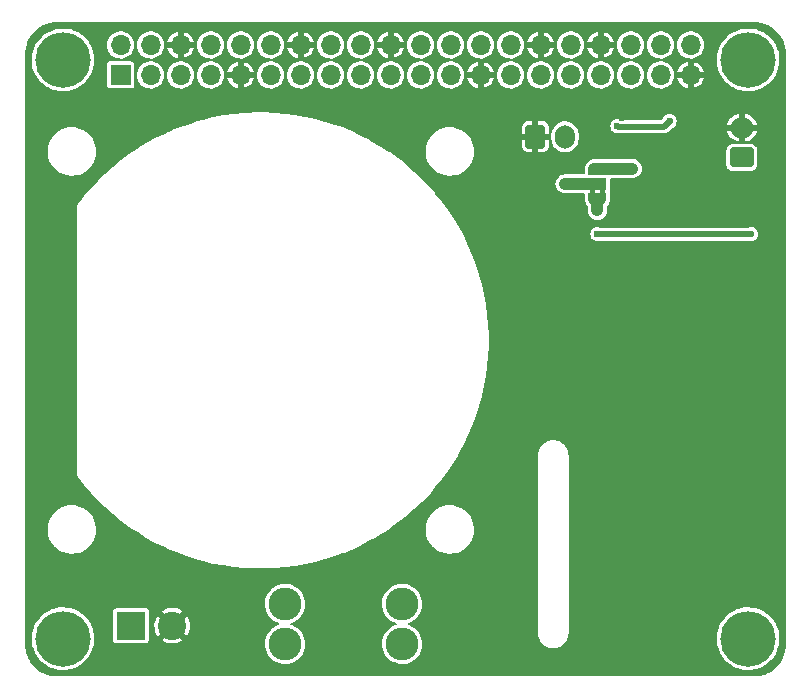
<source format=gbr>
%TF.GenerationSoftware,KiCad,Pcbnew,(6.0.4)*%
%TF.CreationDate,2022-05-06T21:58:48+01:00*%
%TF.ProjectId,PiPowerHAT,5069506f-7765-4724-9841-542e6b696361,rev?*%
%TF.SameCoordinates,Original*%
%TF.FileFunction,Copper,L2,Bot*%
%TF.FilePolarity,Positive*%
%FSLAX46Y46*%
G04 Gerber Fmt 4.6, Leading zero omitted, Abs format (unit mm)*
G04 Created by KiCad (PCBNEW (6.0.4)) date 2022-05-06 21:58:48*
%MOMM*%
%LPD*%
G01*
G04 APERTURE LIST*
G04 Aperture macros list*
%AMRoundRect*
0 Rectangle with rounded corners*
0 $1 Rounding radius*
0 $2 $3 $4 $5 $6 $7 $8 $9 X,Y pos of 4 corners*
0 Add a 4 corners polygon primitive as box body*
4,1,4,$2,$3,$4,$5,$6,$7,$8,$9,$2,$3,0*
0 Add four circle primitives for the rounded corners*
1,1,$1+$1,$2,$3*
1,1,$1+$1,$4,$5*
1,1,$1+$1,$6,$7*
1,1,$1+$1,$8,$9*
0 Add four rect primitives between the rounded corners*
20,1,$1+$1,$2,$3,$4,$5,0*
20,1,$1+$1,$4,$5,$6,$7,0*
20,1,$1+$1,$6,$7,$8,$9,0*
20,1,$1+$1,$8,$9,$2,$3,0*%
%AMFreePoly0*
4,1,22,0.550000,-0.750000,0.000000,-0.750000,0.000000,-0.745033,-0.079941,-0.743568,-0.215256,-0.701293,-0.333266,-0.622738,-0.424486,-0.514219,-0.481581,-0.384460,-0.499164,-0.250000,-0.500000,-0.250000,-0.500000,0.250000,-0.499164,0.250000,-0.499963,0.256109,-0.478152,0.396186,-0.417904,0.524511,-0.324060,0.630769,-0.204165,0.706417,-0.067858,0.745374,0.000000,0.744959,0.000000,0.750000,
0.550000,0.750000,0.550000,-0.750000,0.550000,-0.750000,$1*%
%AMFreePoly1*
4,1,20,0.000000,0.744959,0.073905,0.744508,0.209726,0.703889,0.328688,0.626782,0.421226,0.519385,0.479903,0.390333,0.500000,0.250000,0.500000,-0.250000,0.499851,-0.262216,0.476331,-0.402017,0.414519,-0.529596,0.319384,-0.634700,0.198574,-0.708877,0.061801,-0.746166,0.000000,-0.745033,0.000000,-0.750000,-0.550000,-0.750000,-0.550000,0.750000,0.000000,0.750000,0.000000,0.744959,
0.000000,0.744959,$1*%
G04 Aperture macros list end*
%TA.AperFunction,ComponentPad*%
%ADD10RoundRect,0.250000X0.750000X-0.600000X0.750000X0.600000X-0.750000X0.600000X-0.750000X-0.600000X0*%
%TD*%
%TA.AperFunction,ComponentPad*%
%ADD11O,2.000000X1.700000*%
%TD*%
%TA.AperFunction,ComponentPad*%
%ADD12C,4.700000*%
%TD*%
%TA.AperFunction,ComponentPad*%
%ADD13R,2.400000X2.400000*%
%TD*%
%TA.AperFunction,ComponentPad*%
%ADD14C,2.400000*%
%TD*%
%TA.AperFunction,ComponentPad*%
%ADD15C,2.780000*%
%TD*%
%TA.AperFunction,ComponentPad*%
%ADD16RoundRect,0.250000X-0.600000X-0.750000X0.600000X-0.750000X0.600000X0.750000X-0.600000X0.750000X0*%
%TD*%
%TA.AperFunction,ComponentPad*%
%ADD17O,1.700000X2.000000*%
%TD*%
%TA.AperFunction,ComponentPad*%
%ADD18R,1.700000X1.700000*%
%TD*%
%TA.AperFunction,ComponentPad*%
%ADD19O,1.700000X1.700000*%
%TD*%
%TA.AperFunction,SMDPad,CuDef*%
%ADD20FreePoly0,90.000000*%
%TD*%
%TA.AperFunction,SMDPad,CuDef*%
%ADD21R,1.500000X1.000000*%
%TD*%
%TA.AperFunction,SMDPad,CuDef*%
%ADD22FreePoly1,90.000000*%
%TD*%
%TA.AperFunction,ViaPad*%
%ADD23C,0.600000*%
%TD*%
%TA.AperFunction,Conductor*%
%ADD24C,0.500000*%
%TD*%
%TA.AperFunction,Conductor*%
%ADD25C,1.000000*%
%TD*%
G04 APERTURE END LIST*
%TO.C,JP1*%
G36*
X134600000Y-68150000D02*
G01*
X134200000Y-68150000D01*
X134200000Y-67650000D01*
X134600000Y-67650000D01*
X134600000Y-68150000D01*
G37*
G36*
X133800000Y-68150000D02*
G01*
X133400000Y-68150000D01*
X133400000Y-67650000D01*
X133800000Y-67650000D01*
X133800000Y-68150000D01*
G37*
%TD*%
D10*
%TO.P,J8,1,Pin_1*%
%TO.N,+5V*%
X146225000Y-65000000D03*
D11*
%TO.P,J8,2,Pin_2*%
%TO.N,GND*%
X146225000Y-62500000D03*
%TD*%
D12*
%TO.P,H2,1*%
%TO.N,N/C*%
X88750000Y-56750000D03*
%TD*%
D13*
%TO.P,J1,1,Pin_1*%
%TO.N,Net-(F1-Pad1)*%
X94500000Y-104650000D03*
D14*
%TO.P,J1,2,Pin_2*%
%TO.N,GND*%
X98000000Y-104650000D03*
%TD*%
D15*
%TO.P,F1,1*%
%TO.N,Net-(F1-Pad1)*%
X107540000Y-102800000D03*
X107540000Y-106200000D03*
%TO.P,F1,2*%
%TO.N,Net-(F1-Pad2)*%
X117460000Y-106200000D03*
X117460000Y-102800000D03*
%TD*%
D16*
%TO.P,J3,1,Pin_1*%
%TO.N,GND*%
X128750000Y-63250000D03*
D17*
%TO.P,J3,2,Pin_2*%
%TO.N,Net-(D2-Pad1)*%
X131250000Y-63250000D03*
%TD*%
D12*
%TO.P,H3,1*%
%TO.N,N/C*%
X146750000Y-56750000D03*
%TD*%
%TO.P,H1,1*%
%TO.N,N/C*%
X146750000Y-105750000D03*
%TD*%
%TO.P,H4,1*%
%TO.N,N/C*%
X88750000Y-105750000D03*
%TD*%
D18*
%TO.P,J6,1,3V3*%
%TO.N,unconnected-(J6-Pad1)*%
X93620000Y-58020000D03*
D19*
%TO.P,J6,2,5V*%
%TO.N,5V_PI*%
X93620000Y-55480000D03*
%TO.P,J6,3,SDA/GPIO2*%
%TO.N,unconnected-(J6-Pad3)*%
X96160000Y-58020000D03*
%TO.P,J6,4,5V*%
%TO.N,5V_PI*%
X96160000Y-55480000D03*
%TO.P,J6,5,SCL/GPIO3*%
%TO.N,unconnected-(J6-Pad5)*%
X98700000Y-58020000D03*
%TO.P,J6,6,GND*%
%TO.N,GND*%
X98700000Y-55480000D03*
%TO.P,J6,7,GCLK0/GPIO4*%
%TO.N,unconnected-(J6-Pad7)*%
X101240000Y-58020000D03*
%TO.P,J6,8,GPIO14/TXD*%
%TO.N,unconnected-(J6-Pad8)*%
X101240000Y-55480000D03*
%TO.P,J6,9,GND*%
%TO.N,GND*%
X103780000Y-58020000D03*
%TO.P,J6,10,GPIO15/RXD*%
%TO.N,unconnected-(J6-Pad10)*%
X103780000Y-55480000D03*
%TO.P,J6,11,GPIO17*%
%TO.N,unconnected-(J6-Pad11)*%
X106320000Y-58020000D03*
%TO.P,J6,12,GPIO18/PWM0*%
%TO.N,unconnected-(J6-Pad12)*%
X106320000Y-55480000D03*
%TO.P,J6,13,GPIO27*%
%TO.N,unconnected-(J6-Pad13)*%
X108860000Y-58020000D03*
%TO.P,J6,14,GND*%
%TO.N,GND*%
X108860000Y-55480000D03*
%TO.P,J6,15,GPIO22*%
%TO.N,unconnected-(J6-Pad15)*%
X111400000Y-58020000D03*
%TO.P,J6,16,GPIO23*%
%TO.N,unconnected-(J6-Pad16)*%
X111400000Y-55480000D03*
%TO.P,J6,17,3V3*%
%TO.N,unconnected-(J6-Pad17)*%
X113940000Y-58020000D03*
%TO.P,J6,18,GPIO24*%
%TO.N,unconnected-(J6-Pad18)*%
X113940000Y-55480000D03*
%TO.P,J6,19,MOSI0/GPIO10*%
%TO.N,unconnected-(J6-Pad19)*%
X116480000Y-58020000D03*
%TO.P,J6,20,GND*%
%TO.N,GND*%
X116480000Y-55480000D03*
%TO.P,J6,21,MISO0/GPIO9*%
%TO.N,unconnected-(J6-Pad21)*%
X119020000Y-58020000D03*
%TO.P,J6,22,GPIO25*%
%TO.N,unconnected-(J6-Pad22)*%
X119020000Y-55480000D03*
%TO.P,J6,23,SCLK0/GPIO11*%
%TO.N,unconnected-(J6-Pad23)*%
X121560000Y-58020000D03*
%TO.P,J6,24,~{CE0}/GPIO8*%
%TO.N,unconnected-(J6-Pad24)*%
X121560000Y-55480000D03*
%TO.P,J6,25,GND*%
%TO.N,GND*%
X124100000Y-58020000D03*
%TO.P,J6,26,~{CE1}/GPIO7*%
%TO.N,unconnected-(J6-Pad26)*%
X124100000Y-55480000D03*
%TO.P,J6,27,ID_SD/GPIO0*%
%TO.N,unconnected-(J6-Pad27)*%
X126640000Y-58020000D03*
%TO.P,J6,28,ID_SC/GPIO1*%
%TO.N,unconnected-(J6-Pad28)*%
X126640000Y-55480000D03*
%TO.P,J6,29,GCLK1/GPIO5*%
%TO.N,unconnected-(J6-Pad29)*%
X129180000Y-58020000D03*
%TO.P,J6,30,GND*%
%TO.N,GND*%
X129180000Y-55480000D03*
%TO.P,J6,31,GCLK2/GPIO6*%
%TO.N,unconnected-(J6-Pad31)*%
X131720000Y-58020000D03*
%TO.P,J6,32,PWM0/GPIO12*%
%TO.N,unconnected-(J6-Pad32)*%
X131720000Y-55480000D03*
%TO.P,J6,33,PWM1/GPIO13*%
%TO.N,unconnected-(J6-Pad33)*%
X134260000Y-58020000D03*
%TO.P,J6,34,GND*%
%TO.N,GND*%
X134260000Y-55480000D03*
%TO.P,J6,35,GPIO19/MISO1*%
%TO.N,unconnected-(J6-Pad35)*%
X136800000Y-58020000D03*
%TO.P,J6,36,GPIO16*%
%TO.N,unconnected-(J6-Pad36)*%
X136800000Y-55480000D03*
%TO.P,J6,37,GPIO26*%
%TO.N,unconnected-(J6-Pad37)*%
X139340000Y-58020000D03*
%TO.P,J6,38,GPIO20/MOSI1*%
%TO.N,unconnected-(J6-Pad38)*%
X139340000Y-55480000D03*
%TO.P,J6,39,GND*%
%TO.N,GND*%
X141880000Y-58020000D03*
%TO.P,J6,40,GPIO21/SCLK1*%
%TO.N,unconnected-(J6-Pad40)*%
X141880000Y-55480000D03*
%TD*%
D20*
%TO.P,JP1,1,A*%
%TO.N,VCC*%
X134000000Y-68550000D03*
D21*
%TO.P,JP1,2,C*%
%TO.N,Net-(D2-Pad1)*%
X134000000Y-67250000D03*
D22*
%TO.P,JP1,3,B*%
%TO.N,+5V*%
X134000000Y-65950000D03*
%TD*%
D23*
%TO.N,VCC*%
X147000000Y-71500000D03*
X134000000Y-71500000D03*
X134000000Y-69500000D03*
%TO.N,GND*%
X148250000Y-70600000D03*
X143250000Y-74500000D03*
X126000000Y-62750000D03*
X136050000Y-61650000D03*
X145750000Y-96500000D03*
X136250000Y-70000000D03*
X123950000Y-106700000D03*
X136250000Y-73250000D03*
X143250000Y-73500000D03*
X143200000Y-94400000D03*
X129900000Y-74000000D03*
X142250000Y-88750000D03*
X141050000Y-91800000D03*
X139250000Y-70000000D03*
X138250000Y-70000000D03*
X132220000Y-92250000D03*
X145000000Y-90000000D03*
X128600000Y-77500000D03*
X136200000Y-78600000D03*
X142250000Y-91900000D03*
X129150000Y-72500000D03*
X140500000Y-78750000D03*
X143250000Y-75500000D03*
X143750000Y-91900000D03*
X130200000Y-75600000D03*
X129150000Y-73500000D03*
X131800000Y-81400000D03*
X145000000Y-88750000D03*
X128600000Y-75600000D03*
X129900000Y-72000000D03*
X129900000Y-73000000D03*
X145750000Y-77750000D03*
X144250000Y-73500000D03*
X145000000Y-91250000D03*
X130200000Y-81400000D03*
X128600000Y-79600000D03*
X126000000Y-81250000D03*
X143750000Y-88750000D03*
X140450000Y-88850000D03*
X143200000Y-95400000D03*
X140000000Y-73750000D03*
X129250000Y-65250000D03*
X147250000Y-100500000D03*
X143200000Y-96500000D03*
X136050000Y-64350000D03*
X128600000Y-81400000D03*
X143200000Y-92500000D03*
X129250000Y-70750000D03*
X137250000Y-70000000D03*
X143200000Y-93400000D03*
X125650000Y-106700000D03*
X149300000Y-74600000D03*
X144250000Y-76000000D03*
X125650000Y-105350000D03*
X131900000Y-75600000D03*
X139250000Y-73250000D03*
%TO.N,+5V*%
X136950000Y-65950000D03*
%TO.N,Net-(Q2-Pad4)*%
X140100000Y-61950000D03*
X135690434Y-62364084D03*
%TO.N,Net-(D2-Pad1)*%
X131250000Y-67250000D03*
%TD*%
D24*
%TO.N,VCC*%
X147000000Y-71500000D02*
X134000000Y-71500000D01*
D25*
X134000000Y-69500000D02*
X134000000Y-68550000D01*
%TO.N,+5V*%
X134000000Y-65950000D02*
X136950000Y-65950000D01*
D24*
%TO.N,Net-(Q2-Pad4)*%
X135690434Y-62364084D02*
X135725861Y-62399511D01*
X135725861Y-62399511D02*
X139650489Y-62399511D01*
X139650489Y-62399511D02*
X140100000Y-61950000D01*
D25*
%TO.N,Net-(D2-Pad1)*%
X131250000Y-67250000D02*
X134000000Y-67250000D01*
%TD*%
%TA.AperFunction,Conductor*%
%TO.N,GND*%
G36*
X147232236Y-53552004D02*
G01*
X147250000Y-53555136D01*
X147258649Y-53553611D01*
X147281391Y-53552263D01*
X147546702Y-53567163D01*
X147557725Y-53568404D01*
X147761306Y-53602994D01*
X147845209Y-53617250D01*
X147856033Y-53619720D01*
X147951594Y-53647250D01*
X148136252Y-53700450D01*
X148146722Y-53704114D01*
X148416141Y-53815711D01*
X148426131Y-53820522D01*
X148681354Y-53961578D01*
X148690750Y-53967481D01*
X148928581Y-54136232D01*
X148937252Y-54143147D01*
X148972510Y-54174655D01*
X149154689Y-54337460D01*
X149162540Y-54345311D01*
X149188029Y-54373833D01*
X149348872Y-54553816D01*
X149356851Y-54562745D01*
X149363765Y-54571415D01*
X149532516Y-54809246D01*
X149538421Y-54818644D01*
X149677606Y-55070481D01*
X149679475Y-55073863D01*
X149684289Y-55083859D01*
X149763032Y-55273960D01*
X149795885Y-55353274D01*
X149799550Y-55363748D01*
X149836694Y-55492677D01*
X149880280Y-55643967D01*
X149882750Y-55654791D01*
X149925183Y-55904530D01*
X149931595Y-55942271D01*
X149932837Y-55953298D01*
X149941849Y-56113764D01*
X149947737Y-56218609D01*
X149946389Y-56241351D01*
X149944864Y-56250000D01*
X149946368Y-56258528D01*
X149947996Y-56267761D01*
X149949500Y-56284953D01*
X149949500Y-106215047D01*
X149947996Y-106232236D01*
X149944864Y-106250000D01*
X149946368Y-106258530D01*
X149946389Y-106258649D01*
X149947737Y-106281391D01*
X149933328Y-106537976D01*
X149932838Y-106546697D01*
X149931596Y-106557725D01*
X149915402Y-106653033D01*
X149882750Y-106845209D01*
X149880280Y-106856033D01*
X149807801Y-107107615D01*
X149799552Y-107136247D01*
X149795886Y-107146722D01*
X149726278Y-107314773D01*
X149684292Y-107416135D01*
X149679478Y-107426131D01*
X149586548Y-107594276D01*
X149538422Y-107681354D01*
X149532519Y-107690750D01*
X149363768Y-107928581D01*
X149356851Y-107937255D01*
X149162540Y-108154689D01*
X149154689Y-108162540D01*
X148979596Y-108319013D01*
X148937255Y-108356851D01*
X148928581Y-108363768D01*
X148790847Y-108461496D01*
X148690754Y-108532516D01*
X148681356Y-108538421D01*
X148426131Y-108679478D01*
X148416141Y-108684289D01*
X148146722Y-108795886D01*
X148136252Y-108799550D01*
X147951594Y-108852750D01*
X147856033Y-108880280D01*
X147845209Y-108882750D01*
X147761306Y-108897006D01*
X147557725Y-108931596D01*
X147546702Y-108932837D01*
X147281391Y-108947737D01*
X147258649Y-108946389D01*
X147258530Y-108946368D01*
X147250000Y-108944864D01*
X147232236Y-108947996D01*
X147215047Y-108949500D01*
X88284953Y-108949500D01*
X88267764Y-108947996D01*
X88250000Y-108944864D01*
X88241470Y-108946368D01*
X88241351Y-108946389D01*
X88218609Y-108947737D01*
X87953298Y-108932837D01*
X87942275Y-108931596D01*
X87738694Y-108897006D01*
X87654791Y-108882750D01*
X87643967Y-108880280D01*
X87548406Y-108852750D01*
X87363748Y-108799550D01*
X87353278Y-108795886D01*
X87083859Y-108684289D01*
X87073869Y-108679478D01*
X86818644Y-108538421D01*
X86809246Y-108532516D01*
X86709153Y-108461496D01*
X86571419Y-108363768D01*
X86562745Y-108356851D01*
X86520405Y-108319013D01*
X86345311Y-108162540D01*
X86337460Y-108154689D01*
X86143149Y-107937255D01*
X86136232Y-107928581D01*
X85967481Y-107690750D01*
X85961578Y-107681354D01*
X85913452Y-107594276D01*
X85820522Y-107426131D01*
X85815708Y-107416135D01*
X85773723Y-107314773D01*
X85704114Y-107146722D01*
X85700448Y-107136247D01*
X85692200Y-107107615D01*
X85619720Y-106856033D01*
X85617250Y-106845209D01*
X85584598Y-106653033D01*
X85568404Y-106557725D01*
X85567162Y-106546697D01*
X85566673Y-106537976D01*
X85552263Y-106281391D01*
X85553611Y-106258649D01*
X85553632Y-106258530D01*
X85555136Y-106250000D01*
X85552004Y-106232236D01*
X85550500Y-106215047D01*
X85550500Y-105722194D01*
X86094801Y-105722194D01*
X86094949Y-105725168D01*
X86094949Y-105725173D01*
X86099041Y-105807360D01*
X86110691Y-106041382D01*
X86125414Y-106127065D01*
X86148004Y-106258530D01*
X86164812Y-106356350D01*
X86165666Y-106359204D01*
X86165666Y-106359206D01*
X86191735Y-106446375D01*
X86256381Y-106662535D01*
X86257569Y-106665262D01*
X86257571Y-106665266D01*
X86355310Y-106889516D01*
X86384070Y-106955501D01*
X86428889Y-107031740D01*
X86544522Y-107228440D01*
X86544526Y-107228446D01*
X86546031Y-107231006D01*
X86739917Y-107485057D01*
X86962920Y-107713976D01*
X86965238Y-107715843D01*
X86965239Y-107715844D01*
X87209478Y-107912569D01*
X87209484Y-107912573D01*
X87211809Y-107914446D01*
X87482979Y-108083563D01*
X87568186Y-108123386D01*
X87769799Y-108217614D01*
X87769803Y-108217616D01*
X87772502Y-108218877D01*
X87775334Y-108219805D01*
X87775338Y-108219807D01*
X87916695Y-108266146D01*
X88076185Y-108318430D01*
X88079112Y-108319012D01*
X88079115Y-108319013D01*
X88386710Y-108380197D01*
X88386717Y-108380198D01*
X88389628Y-108380777D01*
X88392590Y-108381002D01*
X88392595Y-108381003D01*
X88705318Y-108404791D01*
X88705322Y-108404791D01*
X88708292Y-108405017D01*
X88819168Y-108400079D01*
X89024583Y-108390932D01*
X89024591Y-108390931D01*
X89027559Y-108390799D01*
X89241413Y-108355204D01*
X89339863Y-108338817D01*
X89339865Y-108338816D01*
X89342806Y-108338327D01*
X89455475Y-108305274D01*
X89646593Y-108249206D01*
X89646595Y-108249205D01*
X89649466Y-108248363D01*
X89715932Y-108219807D01*
X89940358Y-108123386D01*
X89940361Y-108123384D01*
X89943097Y-108122209D01*
X90219445Y-107961693D01*
X90221817Y-107959902D01*
X90221825Y-107959897D01*
X90472138Y-107770930D01*
X90472139Y-107770929D01*
X90474509Y-107769140D01*
X90704592Y-107547339D01*
X90906362Y-107299503D01*
X90924151Y-107271310D01*
X91075308Y-107031740D01*
X91076897Y-107029222D01*
X91213725Y-106740411D01*
X91314866Y-106437254D01*
X91344716Y-106291189D01*
X91372421Y-106155624D01*
X105845341Y-106155624D01*
X105845517Y-106159290D01*
X105845517Y-106159292D01*
X105850832Y-106269941D01*
X105857396Y-106406598D01*
X105906415Y-106653033D01*
X105907655Y-106656488D01*
X105907656Y-106656490D01*
X105910807Y-106665266D01*
X105991321Y-106889516D01*
X106110249Y-107110852D01*
X106112449Y-107113798D01*
X106249239Y-107296982D01*
X106260586Y-107312178D01*
X106263204Y-107314773D01*
X106370634Y-107421269D01*
X106439030Y-107489071D01*
X106641660Y-107637645D01*
X106864025Y-107754637D01*
X106867496Y-107755849D01*
X106867498Y-107755850D01*
X106905555Y-107769140D01*
X107101240Y-107837476D01*
X107348093Y-107884343D01*
X107473628Y-107889275D01*
X107595493Y-107894063D01*
X107595496Y-107894063D01*
X107599163Y-107894207D01*
X107727441Y-107880158D01*
X107845292Y-107867252D01*
X107845295Y-107867251D01*
X107848933Y-107866853D01*
X108091916Y-107802881D01*
X108322775Y-107703696D01*
X108358879Y-107681354D01*
X108533311Y-107573413D01*
X108533316Y-107573409D01*
X108536437Y-107571478D01*
X108728209Y-107409131D01*
X108893879Y-107220221D01*
X109029806Y-107008899D01*
X109052707Y-106958062D01*
X109131497Y-106783154D01*
X109131498Y-106783152D01*
X109133005Y-106779806D01*
X109197866Y-106549826D01*
X109200211Y-106541512D01*
X109200212Y-106541509D01*
X109201208Y-106537976D01*
X109232917Y-106288722D01*
X109235240Y-106200000D01*
X109231942Y-106155624D01*
X115765341Y-106155624D01*
X115765517Y-106159290D01*
X115765517Y-106159292D01*
X115770832Y-106269941D01*
X115777396Y-106406598D01*
X115826415Y-106653033D01*
X115827655Y-106656488D01*
X115827656Y-106656490D01*
X115830807Y-106665266D01*
X115911321Y-106889516D01*
X116030249Y-107110852D01*
X116032449Y-107113798D01*
X116169239Y-107296982D01*
X116180586Y-107312178D01*
X116183204Y-107314773D01*
X116290634Y-107421269D01*
X116359030Y-107489071D01*
X116561660Y-107637645D01*
X116784025Y-107754637D01*
X116787496Y-107755849D01*
X116787498Y-107755850D01*
X116825555Y-107769140D01*
X117021240Y-107837476D01*
X117268093Y-107884343D01*
X117393628Y-107889275D01*
X117515493Y-107894063D01*
X117515496Y-107894063D01*
X117519163Y-107894207D01*
X117647441Y-107880158D01*
X117765292Y-107867252D01*
X117765295Y-107867251D01*
X117768933Y-107866853D01*
X118011916Y-107802881D01*
X118242775Y-107703696D01*
X118278879Y-107681354D01*
X118453311Y-107573413D01*
X118453316Y-107573409D01*
X118456437Y-107571478D01*
X118648209Y-107409131D01*
X118813879Y-107220221D01*
X118949806Y-107008899D01*
X118972707Y-106958062D01*
X119051497Y-106783154D01*
X119051498Y-106783152D01*
X119053005Y-106779806D01*
X119117866Y-106549826D01*
X119120211Y-106541512D01*
X119120212Y-106541509D01*
X119121208Y-106537976D01*
X119152917Y-106288722D01*
X119155240Y-106200000D01*
X119143671Y-106044326D01*
X119136891Y-105953082D01*
X119136890Y-105953076D01*
X119136619Y-105949428D01*
X119081166Y-105704360D01*
X119079836Y-105700939D01*
X118991429Y-105473599D01*
X118991427Y-105473594D01*
X118990099Y-105470180D01*
X118969289Y-105433769D01*
X118867240Y-105255222D01*
X118865418Y-105252034D01*
X118863815Y-105250000D01*
X128944864Y-105250000D01*
X128945202Y-105251915D01*
X128945974Y-105261233D01*
X128962503Y-105460711D01*
X128962841Y-105464789D01*
X129015749Y-105673719D01*
X129102325Y-105871091D01*
X129104564Y-105874517D01*
X129104565Y-105874520D01*
X129153505Y-105949428D01*
X129220206Y-106051521D01*
X129366177Y-106210088D01*
X129369411Y-106212605D01*
X129464016Y-106286239D01*
X129536256Y-106342466D01*
X129567189Y-106359206D01*
X129711409Y-106437254D01*
X129725805Y-106445045D01*
X129729674Y-106446373D01*
X129729678Y-106446375D01*
X129820797Y-106477656D01*
X129929652Y-106515026D01*
X129933682Y-106515698D01*
X129933684Y-106515699D01*
X130004252Y-106527474D01*
X130142238Y-106550500D01*
X130357762Y-106550500D01*
X130495748Y-106527474D01*
X130566316Y-106515699D01*
X130566318Y-106515698D01*
X130570348Y-106515026D01*
X130679203Y-106477656D01*
X130770322Y-106446375D01*
X130770326Y-106446373D01*
X130774195Y-106445045D01*
X130788592Y-106437254D01*
X130932811Y-106359206D01*
X130963744Y-106342466D01*
X131035985Y-106286239D01*
X131130589Y-106212605D01*
X131133823Y-106210088D01*
X131279794Y-106051521D01*
X131346495Y-105949428D01*
X131395435Y-105874520D01*
X131395436Y-105874517D01*
X131397675Y-105871091D01*
X131462988Y-105722194D01*
X144094801Y-105722194D01*
X144094949Y-105725168D01*
X144094949Y-105725173D01*
X144099041Y-105807360D01*
X144110691Y-106041382D01*
X144125414Y-106127065D01*
X144148004Y-106258530D01*
X144164812Y-106356350D01*
X144165666Y-106359204D01*
X144165666Y-106359206D01*
X144191735Y-106446375D01*
X144256381Y-106662535D01*
X144257569Y-106665262D01*
X144257571Y-106665266D01*
X144355310Y-106889516D01*
X144384070Y-106955501D01*
X144428889Y-107031740D01*
X144544522Y-107228440D01*
X144544526Y-107228446D01*
X144546031Y-107231006D01*
X144739917Y-107485057D01*
X144962920Y-107713976D01*
X144965238Y-107715843D01*
X144965239Y-107715844D01*
X145209478Y-107912569D01*
X145209484Y-107912573D01*
X145211809Y-107914446D01*
X145482979Y-108083563D01*
X145568186Y-108123386D01*
X145769799Y-108217614D01*
X145769803Y-108217616D01*
X145772502Y-108218877D01*
X145775334Y-108219805D01*
X145775338Y-108219807D01*
X145916695Y-108266146D01*
X146076185Y-108318430D01*
X146079112Y-108319012D01*
X146079115Y-108319013D01*
X146386710Y-108380197D01*
X146386717Y-108380198D01*
X146389628Y-108380777D01*
X146392590Y-108381002D01*
X146392595Y-108381003D01*
X146705318Y-108404791D01*
X146705322Y-108404791D01*
X146708292Y-108405017D01*
X146819168Y-108400079D01*
X147024583Y-108390932D01*
X147024591Y-108390931D01*
X147027559Y-108390799D01*
X147241413Y-108355204D01*
X147339863Y-108338817D01*
X147339865Y-108338816D01*
X147342806Y-108338327D01*
X147455475Y-108305274D01*
X147646593Y-108249206D01*
X147646595Y-108249205D01*
X147649466Y-108248363D01*
X147715932Y-108219807D01*
X147940358Y-108123386D01*
X147940361Y-108123384D01*
X147943097Y-108122209D01*
X148219445Y-107961693D01*
X148221817Y-107959902D01*
X148221825Y-107959897D01*
X148472138Y-107770930D01*
X148472139Y-107770929D01*
X148474509Y-107769140D01*
X148704592Y-107547339D01*
X148906362Y-107299503D01*
X148924151Y-107271310D01*
X149075308Y-107031740D01*
X149076897Y-107029222D01*
X149213725Y-106740411D01*
X149314866Y-106437254D01*
X149344716Y-106291189D01*
X149378257Y-106127065D01*
X149378258Y-106127056D01*
X149378854Y-106124141D01*
X149380358Y-106105650D01*
X149404621Y-105807360D01*
X149404622Y-105807348D01*
X149404763Y-105805609D01*
X149405345Y-105750000D01*
X149390559Y-105504742D01*
X149386292Y-105433961D01*
X149386292Y-105433958D01*
X149386113Y-105430995D01*
X149328697Y-105116611D01*
X149256800Y-104885065D01*
X149234810Y-104814245D01*
X149234809Y-104814242D01*
X149233927Y-104811402D01*
X149103176Y-104519789D01*
X148962278Y-104285758D01*
X148939878Y-104248552D01*
X148939877Y-104248550D01*
X148938339Y-104245996D01*
X148936502Y-104243640D01*
X148743645Y-103996349D01*
X148743641Y-103996344D01*
X148741804Y-103993989D01*
X148516416Y-103767418D01*
X148383116Y-103662333D01*
X148267787Y-103571415D01*
X148267782Y-103571412D01*
X148265441Y-103569566D01*
X147992515Y-103403297D01*
X147989799Y-103402062D01*
X147989795Y-103402060D01*
X147704310Y-103272258D01*
X147704306Y-103272257D01*
X147701591Y-103271022D01*
X147396882Y-103174655D01*
X147358839Y-103167501D01*
X147085734Y-103116144D01*
X147085731Y-103116144D01*
X147082803Y-103115593D01*
X146763903Y-103094691D01*
X146760922Y-103094855D01*
X146760915Y-103094855D01*
X146447779Y-103112089D01*
X146447776Y-103112089D01*
X146444802Y-103112253D01*
X146130122Y-103168022D01*
X146127264Y-103168893D01*
X146127260Y-103168894D01*
X145997470Y-103208451D01*
X145824421Y-103261193D01*
X145821695Y-103262398D01*
X145821690Y-103262400D01*
X145556124Y-103379806D01*
X145532127Y-103390415D01*
X145257475Y-103553816D01*
X145004442Y-103749029D01*
X144964676Y-103788175D01*
X144836074Y-103914773D01*
X144776694Y-103973227D01*
X144577530Y-104223163D01*
X144575965Y-104225702D01*
X144416537Y-104484343D01*
X144409835Y-104495215D01*
X144276038Y-104785443D01*
X144275122Y-104788287D01*
X144275121Y-104788290D01*
X144266763Y-104814245D01*
X144178078Y-105089643D01*
X144177513Y-105092562D01*
X144177513Y-105092563D01*
X144148704Y-105241468D01*
X144117372Y-105403408D01*
X144117162Y-105406370D01*
X144117162Y-105406372D01*
X144115419Y-105430995D01*
X144094801Y-105722194D01*
X131462988Y-105722194D01*
X131484251Y-105673719D01*
X131537159Y-105464789D01*
X131539714Y-105433961D01*
X131553920Y-105262511D01*
X131554798Y-105251915D01*
X131555136Y-105250000D01*
X131552004Y-105232236D01*
X131550500Y-105215047D01*
X131550500Y-90284953D01*
X131552004Y-90267761D01*
X131555136Y-90250000D01*
X131554798Y-90248085D01*
X131539764Y-90066643D01*
X131537497Y-90039289D01*
X131537497Y-90039288D01*
X131537159Y-90035211D01*
X131484251Y-89826281D01*
X131397675Y-89628909D01*
X131391706Y-89619772D01*
X131282033Y-89451906D01*
X131279794Y-89448479D01*
X131133823Y-89289912D01*
X131086897Y-89253388D01*
X130966977Y-89160050D01*
X130966974Y-89160048D01*
X130963744Y-89157534D01*
X130774195Y-89054955D01*
X130770326Y-89053627D01*
X130770322Y-89053625D01*
X130679203Y-89022344D01*
X130570348Y-88984974D01*
X130566318Y-88984302D01*
X130566316Y-88984301D01*
X130495748Y-88972526D01*
X130357762Y-88949500D01*
X130142238Y-88949500D01*
X130004252Y-88972526D01*
X129933684Y-88984301D01*
X129933682Y-88984302D01*
X129929652Y-88984974D01*
X129820797Y-89022344D01*
X129729678Y-89053625D01*
X129729674Y-89053627D01*
X129725805Y-89054955D01*
X129536256Y-89157534D01*
X129533026Y-89160048D01*
X129533023Y-89160050D01*
X129413103Y-89253388D01*
X129366177Y-89289912D01*
X129220206Y-89448479D01*
X129217967Y-89451906D01*
X129108295Y-89619772D01*
X129102325Y-89628909D01*
X129015749Y-89826281D01*
X128962841Y-90035211D01*
X128962503Y-90039288D01*
X128962503Y-90039289D01*
X128960156Y-90067612D01*
X128945202Y-90248085D01*
X128944864Y-90250000D01*
X128947996Y-90267761D01*
X128949500Y-90284953D01*
X128949500Y-105215047D01*
X128947996Y-105232236D01*
X128944864Y-105250000D01*
X118863815Y-105250000D01*
X118709862Y-105054712D01*
X118613480Y-104964045D01*
X118529522Y-104885065D01*
X118529518Y-104885062D01*
X118526849Y-104882551D01*
X118320399Y-104739332D01*
X118293659Y-104726145D01*
X118098347Y-104629828D01*
X118095048Y-104628201D01*
X118091546Y-104627080D01*
X117994784Y-104596106D01*
X117945128Y-104560358D01*
X117925967Y-104502251D01*
X117944620Y-104443978D01*
X117999763Y-104406081D01*
X118008357Y-104403819D01*
X118008369Y-104403815D01*
X118011916Y-104402881D01*
X118242775Y-104303696D01*
X118245902Y-104301761D01*
X118453311Y-104173413D01*
X118453316Y-104173409D01*
X118456437Y-104171478D01*
X118648209Y-104009131D01*
X118813879Y-103820221D01*
X118949806Y-103608899D01*
X118966692Y-103571415D01*
X119051497Y-103383154D01*
X119051498Y-103383152D01*
X119053005Y-103379806D01*
X119079686Y-103285203D01*
X119120211Y-103141512D01*
X119120212Y-103141509D01*
X119121208Y-103137976D01*
X119152917Y-102888722D01*
X119155240Y-102800000D01*
X119136619Y-102549428D01*
X119081166Y-102304360D01*
X118990099Y-102070180D01*
X118969289Y-102033769D01*
X118867240Y-101855222D01*
X118865418Y-101852034D01*
X118709862Y-101654712D01*
X118655693Y-101603755D01*
X118529522Y-101485065D01*
X118529518Y-101485062D01*
X118526849Y-101482551D01*
X118320399Y-101339332D01*
X118095048Y-101228201D01*
X118091551Y-101227082D01*
X118091547Y-101227080D01*
X117859248Y-101152721D01*
X117855746Y-101151600D01*
X117607750Y-101111211D01*
X117604086Y-101111163D01*
X117482129Y-101109567D01*
X117356508Y-101107922D01*
X117352880Y-101108416D01*
X117352876Y-101108416D01*
X117232024Y-101124864D01*
X117107540Y-101141805D01*
X116866314Y-101212116D01*
X116638131Y-101317310D01*
X116428003Y-101455076D01*
X116425270Y-101457515D01*
X116425269Y-101457516D01*
X116397220Y-101482551D01*
X116240546Y-101622387D01*
X116079879Y-101815569D01*
X115949530Y-102030377D01*
X115852364Y-102262092D01*
X115790515Y-102505625D01*
X115765341Y-102755624D01*
X115765517Y-102759290D01*
X115765517Y-102759292D01*
X115767592Y-102802492D01*
X115777396Y-103006598D01*
X115826415Y-103253033D01*
X115827655Y-103256488D01*
X115827656Y-103256490D01*
X115869439Y-103372864D01*
X115911321Y-103489516D01*
X115913059Y-103492751D01*
X115913061Y-103492755D01*
X115946851Y-103555641D01*
X116030249Y-103710852D01*
X116032449Y-103713798D01*
X116111919Y-103820221D01*
X116180586Y-103912178D01*
X116359030Y-104089071D01*
X116561660Y-104237645D01*
X116784025Y-104354637D01*
X116787496Y-104355849D01*
X116787498Y-104355850D01*
X116931355Y-104406087D01*
X116980059Y-104443122D01*
X116997692Y-104501712D01*
X116977520Y-104559476D01*
X116926419Y-104594597D01*
X116866314Y-104612116D01*
X116638131Y-104717310D01*
X116428003Y-104855076D01*
X116425270Y-104857515D01*
X116425269Y-104857516D01*
X116397220Y-104882551D01*
X116240546Y-105022387D01*
X116238199Y-105025209D01*
X116238198Y-105025210D01*
X116172779Y-105103868D01*
X116079879Y-105215569D01*
X115949530Y-105430377D01*
X115852364Y-105662092D01*
X115851460Y-105665654D01*
X115851459Y-105665655D01*
X115792564Y-105897558D01*
X115790515Y-105905625D01*
X115765341Y-106155624D01*
X109231942Y-106155624D01*
X109223671Y-106044326D01*
X109216891Y-105953082D01*
X109216890Y-105953076D01*
X109216619Y-105949428D01*
X109161166Y-105704360D01*
X109159836Y-105700939D01*
X109071429Y-105473599D01*
X109071427Y-105473594D01*
X109070099Y-105470180D01*
X109049289Y-105433769D01*
X108947240Y-105255222D01*
X108945418Y-105252034D01*
X108789862Y-105054712D01*
X108693480Y-104964045D01*
X108609522Y-104885065D01*
X108609518Y-104885062D01*
X108606849Y-104882551D01*
X108400399Y-104739332D01*
X108373659Y-104726145D01*
X108178347Y-104629828D01*
X108175048Y-104628201D01*
X108171546Y-104627080D01*
X108074784Y-104596106D01*
X108025128Y-104560358D01*
X108005967Y-104502251D01*
X108024620Y-104443978D01*
X108079763Y-104406081D01*
X108088357Y-104403819D01*
X108088369Y-104403815D01*
X108091916Y-104402881D01*
X108322775Y-104303696D01*
X108325902Y-104301761D01*
X108533311Y-104173413D01*
X108533316Y-104173409D01*
X108536437Y-104171478D01*
X108728209Y-104009131D01*
X108893879Y-103820221D01*
X109029806Y-103608899D01*
X109046692Y-103571415D01*
X109131497Y-103383154D01*
X109131498Y-103383152D01*
X109133005Y-103379806D01*
X109159686Y-103285203D01*
X109200211Y-103141512D01*
X109200212Y-103141509D01*
X109201208Y-103137976D01*
X109232917Y-102888722D01*
X109235240Y-102800000D01*
X109216619Y-102549428D01*
X109161166Y-102304360D01*
X109070099Y-102070180D01*
X109049289Y-102033769D01*
X108947240Y-101855222D01*
X108945418Y-101852034D01*
X108789862Y-101654712D01*
X108735693Y-101603755D01*
X108609522Y-101485065D01*
X108609518Y-101485062D01*
X108606849Y-101482551D01*
X108400399Y-101339332D01*
X108175048Y-101228201D01*
X108171551Y-101227082D01*
X108171547Y-101227080D01*
X107939248Y-101152721D01*
X107935746Y-101151600D01*
X107687750Y-101111211D01*
X107684086Y-101111163D01*
X107562129Y-101109567D01*
X107436508Y-101107922D01*
X107432880Y-101108416D01*
X107432876Y-101108416D01*
X107312024Y-101124864D01*
X107187540Y-101141805D01*
X106946314Y-101212116D01*
X106718131Y-101317310D01*
X106508003Y-101455076D01*
X106505270Y-101457515D01*
X106505269Y-101457516D01*
X106477220Y-101482551D01*
X106320546Y-101622387D01*
X106159879Y-101815569D01*
X106029530Y-102030377D01*
X105932364Y-102262092D01*
X105870515Y-102505625D01*
X105845341Y-102755624D01*
X105845517Y-102759290D01*
X105845517Y-102759292D01*
X105847592Y-102802492D01*
X105857396Y-103006598D01*
X105906415Y-103253033D01*
X105907655Y-103256488D01*
X105907656Y-103256490D01*
X105949439Y-103372864D01*
X105991321Y-103489516D01*
X105993059Y-103492751D01*
X105993061Y-103492755D01*
X106026851Y-103555641D01*
X106110249Y-103710852D01*
X106112449Y-103713798D01*
X106191919Y-103820221D01*
X106260586Y-103912178D01*
X106439030Y-104089071D01*
X106641660Y-104237645D01*
X106864025Y-104354637D01*
X106867496Y-104355849D01*
X106867498Y-104355850D01*
X107011355Y-104406087D01*
X107060059Y-104443122D01*
X107077692Y-104501712D01*
X107057520Y-104559476D01*
X107006419Y-104594597D01*
X106946314Y-104612116D01*
X106718131Y-104717310D01*
X106508003Y-104855076D01*
X106505270Y-104857515D01*
X106505269Y-104857516D01*
X106477220Y-104882551D01*
X106320546Y-105022387D01*
X106318199Y-105025209D01*
X106318198Y-105025210D01*
X106252779Y-105103868D01*
X106159879Y-105215569D01*
X106029530Y-105430377D01*
X105932364Y-105662092D01*
X105931460Y-105665654D01*
X105931459Y-105665655D01*
X105872564Y-105897558D01*
X105870515Y-105905625D01*
X105845341Y-106155624D01*
X91372421Y-106155624D01*
X91378257Y-106127065D01*
X91378258Y-106127056D01*
X91378854Y-106124141D01*
X91380358Y-106105650D01*
X91397521Y-105894646D01*
X92999500Y-105894646D01*
X93002618Y-105920846D01*
X93048061Y-106023153D01*
X93054529Y-106029610D01*
X93054530Y-106029611D01*
X93074535Y-106049581D01*
X93127287Y-106102241D01*
X93135645Y-106105936D01*
X93222864Y-106144496D01*
X93222866Y-106144496D01*
X93229673Y-106147506D01*
X93237067Y-106148368D01*
X93252378Y-106150153D01*
X93255354Y-106150500D01*
X95744646Y-106150500D01*
X95762561Y-106148368D01*
X95763469Y-106148260D01*
X95763470Y-106148260D01*
X95770846Y-106147382D01*
X95873153Y-106101939D01*
X95952241Y-106022713D01*
X95984609Y-105949500D01*
X95994496Y-105927136D01*
X95994496Y-105927134D01*
X95997506Y-105920327D01*
X96000500Y-105894646D01*
X96000500Y-105879012D01*
X97136028Y-105879012D01*
X97136468Y-105881790D01*
X97137538Y-105883128D01*
X97140200Y-105884992D01*
X97346146Y-106005337D01*
X97353441Y-106008833D01*
X97576279Y-106093926D01*
X97584060Y-106096187D01*
X97817805Y-106143743D01*
X97825844Y-106144702D01*
X98064225Y-106153443D01*
X98072301Y-106153077D01*
X98308915Y-106122765D01*
X98316824Y-106121083D01*
X98545294Y-106052539D01*
X98552842Y-106049581D01*
X98767050Y-105944643D01*
X98774005Y-105940496D01*
X98853040Y-105884121D01*
X98860974Y-105873399D01*
X98860981Y-105872536D01*
X98857365Y-105866576D01*
X98011086Y-105020296D01*
X97999203Y-105014242D01*
X97994172Y-105015038D01*
X97142082Y-105867129D01*
X97136028Y-105879012D01*
X96000500Y-105879012D01*
X96000500Y-104617278D01*
X96495542Y-104617278D01*
X96509274Y-104855426D01*
X96510399Y-104863432D01*
X96562840Y-105096134D01*
X96565264Y-105103868D01*
X96655002Y-105324866D01*
X96658656Y-105332100D01*
X96764465Y-105504763D01*
X96774151Y-105513036D01*
X96782337Y-105508452D01*
X97629704Y-104661086D01*
X97634946Y-104650797D01*
X98364242Y-104650797D01*
X98365038Y-104655828D01*
X99213953Y-105504742D01*
X99225836Y-105510796D01*
X99226781Y-105510647D01*
X99231954Y-105506205D01*
X99287785Y-105428507D01*
X99291958Y-105421562D01*
X99397645Y-105207721D01*
X99400625Y-105200197D01*
X99469969Y-104971958D01*
X99471679Y-104964045D01*
X99502999Y-104726145D01*
X99503409Y-104720881D01*
X99505076Y-104652641D01*
X99504925Y-104647371D01*
X99485263Y-104408218D01*
X99483941Y-104400232D01*
X99425832Y-104168891D01*
X99423219Y-104161215D01*
X99328104Y-103942465D01*
X99324283Y-103935339D01*
X99234437Y-103796457D01*
X99224246Y-103788175D01*
X99216672Y-103792539D01*
X98370296Y-104638914D01*
X98364242Y-104650797D01*
X97634946Y-104650797D01*
X97635758Y-104649203D01*
X97634962Y-104644172D01*
X96785932Y-103795143D01*
X96774049Y-103789089D01*
X96773750Y-103789136D01*
X96767823Y-103794352D01*
X96693578Y-103903190D01*
X96689576Y-103910236D01*
X96589148Y-104126591D01*
X96586349Y-104134196D01*
X96522607Y-104364041D01*
X96521086Y-104372015D01*
X96495740Y-104609187D01*
X96495542Y-104617278D01*
X96000500Y-104617278D01*
X96000500Y-103426048D01*
X97138632Y-103426048D01*
X97138656Y-103427566D01*
X97141769Y-103432558D01*
X97988914Y-104279704D01*
X98000797Y-104285758D01*
X98005828Y-104284962D01*
X98856220Y-103434569D01*
X98862274Y-103422686D01*
X98861935Y-103420546D01*
X98858900Y-103416845D01*
X98836120Y-103398853D01*
X98829376Y-103394373D01*
X98620550Y-103279095D01*
X98613158Y-103275773D01*
X98388318Y-103196152D01*
X98380479Y-103194081D01*
X98145637Y-103152250D01*
X98137594Y-103151489D01*
X97899069Y-103148575D01*
X97890990Y-103149140D01*
X97655207Y-103185220D01*
X97647321Y-103187099D01*
X97420591Y-103261205D01*
X97413134Y-103264340D01*
X97201551Y-103374483D01*
X97194699Y-103378798D01*
X97146300Y-103415137D01*
X97138632Y-103426048D01*
X96000500Y-103426048D01*
X96000500Y-103405354D01*
X95997382Y-103379154D01*
X95951939Y-103276847D01*
X95945202Y-103270121D01*
X95879179Y-103204214D01*
X95872713Y-103197759D01*
X95807423Y-103168894D01*
X95777136Y-103155504D01*
X95777134Y-103155504D01*
X95770327Y-103152494D01*
X95756322Y-103150861D01*
X95747494Y-103149832D01*
X95747493Y-103149832D01*
X95744646Y-103149500D01*
X93255354Y-103149500D01*
X93238951Y-103151452D01*
X93236531Y-103151740D01*
X93236530Y-103151740D01*
X93229154Y-103152618D01*
X93126847Y-103198061D01*
X93047759Y-103277287D01*
X93002494Y-103379673D01*
X92999500Y-103405354D01*
X92999500Y-105894646D01*
X91397521Y-105894646D01*
X91404621Y-105807360D01*
X91404622Y-105807348D01*
X91404763Y-105805609D01*
X91405345Y-105750000D01*
X91390559Y-105504742D01*
X91386292Y-105433961D01*
X91386292Y-105433958D01*
X91386113Y-105430995D01*
X91328697Y-105116611D01*
X91256800Y-104885065D01*
X91234810Y-104814245D01*
X91234809Y-104814242D01*
X91233927Y-104811402D01*
X91103176Y-104519789D01*
X90962278Y-104285758D01*
X90939878Y-104248552D01*
X90939877Y-104248550D01*
X90938339Y-104245996D01*
X90936502Y-104243640D01*
X90743645Y-103996349D01*
X90743641Y-103996344D01*
X90741804Y-103993989D01*
X90516416Y-103767418D01*
X90383116Y-103662333D01*
X90267787Y-103571415D01*
X90267782Y-103571412D01*
X90265441Y-103569566D01*
X89992515Y-103403297D01*
X89989799Y-103402062D01*
X89989795Y-103402060D01*
X89704310Y-103272258D01*
X89704306Y-103272257D01*
X89701591Y-103271022D01*
X89396882Y-103174655D01*
X89358839Y-103167501D01*
X89085734Y-103116144D01*
X89085731Y-103116144D01*
X89082803Y-103115593D01*
X88763903Y-103094691D01*
X88760922Y-103094855D01*
X88760915Y-103094855D01*
X88447779Y-103112089D01*
X88447776Y-103112089D01*
X88444802Y-103112253D01*
X88130122Y-103168022D01*
X88127264Y-103168893D01*
X88127260Y-103168894D01*
X87997470Y-103208451D01*
X87824421Y-103261193D01*
X87821695Y-103262398D01*
X87821690Y-103262400D01*
X87556124Y-103379806D01*
X87532127Y-103390415D01*
X87257475Y-103553816D01*
X87004442Y-103749029D01*
X86964676Y-103788175D01*
X86836074Y-103914773D01*
X86776694Y-103973227D01*
X86577530Y-104223163D01*
X86575965Y-104225702D01*
X86416537Y-104484343D01*
X86409835Y-104495215D01*
X86276038Y-104785443D01*
X86275122Y-104788287D01*
X86275121Y-104788290D01*
X86266763Y-104814245D01*
X86178078Y-105089643D01*
X86177513Y-105092562D01*
X86177513Y-105092563D01*
X86148704Y-105241468D01*
X86117372Y-105403408D01*
X86117162Y-105406370D01*
X86117162Y-105406372D01*
X86115419Y-105430995D01*
X86094801Y-105722194D01*
X85550500Y-105722194D01*
X85550500Y-96428264D01*
X87445745Y-96428264D01*
X87455753Y-96714859D01*
X87505550Y-96997272D01*
X87594167Y-97270006D01*
X87595676Y-97273099D01*
X87595678Y-97273105D01*
X87718362Y-97524644D01*
X87718366Y-97524651D01*
X87719879Y-97527753D01*
X87880238Y-97765496D01*
X87882552Y-97768066D01*
X87975114Y-97870866D01*
X88072125Y-97978608D01*
X88291803Y-98162940D01*
X88534998Y-98314905D01*
X88538150Y-98316308D01*
X88538153Y-98316310D01*
X88672612Y-98376175D01*
X88796975Y-98431545D01*
X88800284Y-98432494D01*
X88800290Y-98432496D01*
X89069315Y-98509637D01*
X89069319Y-98509638D01*
X89072636Y-98510589D01*
X89214626Y-98530545D01*
X89353197Y-98550020D01*
X89353202Y-98550020D01*
X89356615Y-98550500D01*
X89571604Y-98550500D01*
X89786071Y-98535503D01*
X90066575Y-98475880D01*
X90069808Y-98474703D01*
X90069816Y-98474701D01*
X90332800Y-98378982D01*
X90332801Y-98378981D01*
X90336050Y-98377799D01*
X90589253Y-98243169D01*
X90592041Y-98241143D01*
X90592048Y-98241139D01*
X90818466Y-98076636D01*
X90818470Y-98076633D01*
X90821254Y-98074610D01*
X91027539Y-97875403D01*
X91204093Y-97649425D01*
X91243013Y-97582013D01*
X91345747Y-97404072D01*
X91345749Y-97404069D01*
X91347477Y-97401075D01*
X91399180Y-97273105D01*
X91453606Y-97138398D01*
X91453607Y-97138394D01*
X91454903Y-97135187D01*
X91524279Y-96856935D01*
X91534846Y-96756401D01*
X91553894Y-96575174D01*
X91553894Y-96575169D01*
X91554255Y-96571736D01*
X91544247Y-96285141D01*
X91494450Y-96002728D01*
X91405833Y-95729994D01*
X91404322Y-95726895D01*
X91281638Y-95475356D01*
X91281634Y-95475349D01*
X91280121Y-95472247D01*
X91119762Y-95234504D01*
X90927875Y-95021392D01*
X90708197Y-94837060D01*
X90465002Y-94685095D01*
X90461850Y-94683692D01*
X90461847Y-94683690D01*
X90206176Y-94569858D01*
X90206177Y-94569858D01*
X90203025Y-94568455D01*
X90199716Y-94567506D01*
X90199710Y-94567504D01*
X89930685Y-94490363D01*
X89930681Y-94490362D01*
X89927364Y-94489411D01*
X89785374Y-94469455D01*
X89646803Y-94449980D01*
X89646798Y-94449980D01*
X89643385Y-94449500D01*
X89428396Y-94449500D01*
X89213929Y-94464497D01*
X88933425Y-94524120D01*
X88930192Y-94525297D01*
X88930184Y-94525299D01*
X88667200Y-94621018D01*
X88663950Y-94622201D01*
X88410747Y-94756831D01*
X88407959Y-94758857D01*
X88407952Y-94758861D01*
X88181534Y-94923364D01*
X88181530Y-94923367D01*
X88178746Y-94925390D01*
X87972461Y-95124597D01*
X87970340Y-95127311D01*
X87970337Y-95127315D01*
X87888600Y-95231934D01*
X87795907Y-95350575D01*
X87652523Y-95598925D01*
X87651225Y-95602138D01*
X87556320Y-95837036D01*
X87545097Y-95864813D01*
X87475721Y-96143065D01*
X87475361Y-96146493D01*
X87475360Y-96146497D01*
X87446738Y-96418818D01*
X87445745Y-96428264D01*
X85550500Y-96428264D01*
X85550500Y-91832270D01*
X89945379Y-91832270D01*
X89946385Y-91840875D01*
X89946385Y-91840876D01*
X89948830Y-91861785D01*
X89949500Y-91873282D01*
X89949500Y-91877948D01*
X89952168Y-91892275D01*
X89953167Y-91898876D01*
X89957686Y-91937525D01*
X89961465Y-91945049D01*
X89962594Y-91949709D01*
X89963117Y-91951065D01*
X89964791Y-91960053D01*
X89969588Y-91967835D01*
X89969589Y-91967838D01*
X89985272Y-91993281D01*
X89989463Y-92000792D01*
X90001329Y-92024417D01*
X90001331Y-92024420D01*
X90005251Y-92032224D01*
X90005014Y-92032401D01*
X90540379Y-92718618D01*
X90541089Y-92719448D01*
X90541102Y-92719464D01*
X90713780Y-92921338D01*
X91106121Y-93380016D01*
X91106879Y-93380825D01*
X91106885Y-93380832D01*
X91287960Y-93574161D01*
X91701090Y-94015250D01*
X91701899Y-94016039D01*
X92322015Y-94621018D01*
X92324077Y-94623030D01*
X92324907Y-94623770D01*
X92324918Y-94623780D01*
X92972974Y-95201372D01*
X92973817Y-95202123D01*
X93648991Y-95751351D01*
X93649889Y-95752017D01*
X93649896Y-95752022D01*
X93988157Y-96002728D01*
X94348226Y-96269598D01*
X94791676Y-96568281D01*
X95067519Y-96754073D01*
X95070102Y-96755813D01*
X95813153Y-97209007D01*
X95814128Y-97209543D01*
X95814135Y-97209547D01*
X96574876Y-97627714D01*
X96574889Y-97627721D01*
X96575870Y-97628260D01*
X97356704Y-98012721D01*
X97357702Y-98013158D01*
X97357707Y-98013160D01*
X97605503Y-98121583D01*
X98154067Y-98361607D01*
X98155090Y-98362001D01*
X98155098Y-98362004D01*
X98604051Y-98534784D01*
X98966341Y-98674212D01*
X99791875Y-98949899D01*
X99945949Y-98993742D01*
X100627941Y-99187809D01*
X100627956Y-99187813D01*
X100628993Y-99188108D01*
X100630040Y-99188356D01*
X100630061Y-99188361D01*
X101474919Y-99388102D01*
X101474935Y-99388105D01*
X101475995Y-99388356D01*
X102331158Y-99550236D01*
X102332283Y-99550397D01*
X102332290Y-99550398D01*
X103191619Y-99673258D01*
X103191637Y-99673260D01*
X103192748Y-99673419D01*
X103193878Y-99673529D01*
X103193879Y-99673529D01*
X104057879Y-99757545D01*
X104057891Y-99757546D01*
X104059013Y-99757655D01*
X104060131Y-99757713D01*
X104060144Y-99757714D01*
X104562008Y-99783765D01*
X104928193Y-99802773D01*
X105363358Y-99805727D01*
X105797433Y-99808674D01*
X105797451Y-99808674D01*
X105798524Y-99808681D01*
X105799614Y-99808639D01*
X105799630Y-99808639D01*
X106667116Y-99775410D01*
X106667119Y-99775410D01*
X106668237Y-99775367D01*
X107535565Y-99702899D01*
X107536665Y-99702757D01*
X108397657Y-99591565D01*
X108397667Y-99591563D01*
X108398747Y-99591424D01*
X109256030Y-99441169D01*
X109257088Y-99440934D01*
X109257103Y-99440931D01*
X109763077Y-99328539D01*
X110105672Y-99252438D01*
X110106718Y-99252156D01*
X110106741Y-99252150D01*
X110944865Y-99025907D01*
X110945947Y-99025615D01*
X111775148Y-98761161D01*
X111776179Y-98760780D01*
X111776200Y-98760773D01*
X112388064Y-98534784D01*
X112591590Y-98459613D01*
X112931598Y-98316310D01*
X113392569Y-98122025D01*
X113392580Y-98122020D01*
X113393617Y-98121583D01*
X113394631Y-98121101D01*
X113394646Y-98121094D01*
X113911221Y-97875403D01*
X114179598Y-97747759D01*
X114180577Y-97747238D01*
X114180595Y-97747229D01*
X114777073Y-97429821D01*
X114947936Y-97338899D01*
X115167558Y-97209007D01*
X115696098Y-96896410D01*
X115696115Y-96896399D01*
X115697071Y-96895834D01*
X116412026Y-96428264D01*
X119445745Y-96428264D01*
X119455753Y-96714859D01*
X119505550Y-96997272D01*
X119594167Y-97270006D01*
X119595676Y-97273099D01*
X119595678Y-97273105D01*
X119718362Y-97524644D01*
X119718366Y-97524651D01*
X119719879Y-97527753D01*
X119880238Y-97765496D01*
X119882552Y-97768066D01*
X119975114Y-97870866D01*
X120072125Y-97978608D01*
X120291803Y-98162940D01*
X120534998Y-98314905D01*
X120538150Y-98316308D01*
X120538153Y-98316310D01*
X120672612Y-98376175D01*
X120796975Y-98431545D01*
X120800284Y-98432494D01*
X120800290Y-98432496D01*
X121069315Y-98509637D01*
X121069319Y-98509638D01*
X121072636Y-98510589D01*
X121214626Y-98530545D01*
X121353197Y-98550020D01*
X121353202Y-98550020D01*
X121356615Y-98550500D01*
X121571604Y-98550500D01*
X121786071Y-98535503D01*
X122066575Y-98475880D01*
X122069808Y-98474703D01*
X122069816Y-98474701D01*
X122332800Y-98378982D01*
X122332801Y-98378981D01*
X122336050Y-98377799D01*
X122589253Y-98243169D01*
X122592041Y-98241143D01*
X122592048Y-98241139D01*
X122818466Y-98076636D01*
X122818470Y-98076633D01*
X122821254Y-98074610D01*
X123027539Y-97875403D01*
X123204093Y-97649425D01*
X123243013Y-97582013D01*
X123345747Y-97404072D01*
X123345749Y-97404069D01*
X123347477Y-97401075D01*
X123399180Y-97273105D01*
X123453606Y-97138398D01*
X123453607Y-97138394D01*
X123454903Y-97135187D01*
X123524279Y-96856935D01*
X123534846Y-96756401D01*
X123553894Y-96575174D01*
X123553894Y-96575169D01*
X123554255Y-96571736D01*
X123544247Y-96285141D01*
X123494450Y-96002728D01*
X123405833Y-95729994D01*
X123404322Y-95726895D01*
X123281638Y-95475356D01*
X123281634Y-95475349D01*
X123280121Y-95472247D01*
X123119762Y-95234504D01*
X122927875Y-95021392D01*
X122708197Y-94837060D01*
X122465002Y-94685095D01*
X122461850Y-94683692D01*
X122461847Y-94683690D01*
X122206176Y-94569858D01*
X122206177Y-94569858D01*
X122203025Y-94568455D01*
X122199716Y-94567506D01*
X122199710Y-94567504D01*
X121930685Y-94490363D01*
X121930681Y-94490362D01*
X121927364Y-94489411D01*
X121785374Y-94469455D01*
X121646803Y-94449980D01*
X121646798Y-94449980D01*
X121643385Y-94449500D01*
X121428396Y-94449500D01*
X121213929Y-94464497D01*
X120933425Y-94524120D01*
X120930192Y-94525297D01*
X120930184Y-94525299D01*
X120667200Y-94621018D01*
X120663950Y-94622201D01*
X120410747Y-94756831D01*
X120407959Y-94758857D01*
X120407952Y-94758861D01*
X120181534Y-94923364D01*
X120181530Y-94923367D01*
X120178746Y-94925390D01*
X119972461Y-95124597D01*
X119970340Y-95127311D01*
X119970337Y-95127315D01*
X119888600Y-95231934D01*
X119795907Y-95350575D01*
X119652523Y-95598925D01*
X119651225Y-95602138D01*
X119556320Y-95837036D01*
X119545097Y-95864813D01*
X119475721Y-96143065D01*
X119475361Y-96146493D01*
X119475360Y-96146497D01*
X119446738Y-96418818D01*
X119445745Y-96428264D01*
X116412026Y-96428264D01*
X116425482Y-96419464D01*
X117131688Y-95910756D01*
X117685958Y-95472247D01*
X117813377Y-95371440D01*
X117813387Y-95371432D01*
X117814255Y-95370745D01*
X117815079Y-95370030D01*
X117815094Y-95370018D01*
X118470977Y-94801238D01*
X118471797Y-94800527D01*
X119102978Y-94201260D01*
X119706516Y-93574161D01*
X119876484Y-93380832D01*
X120280453Y-92921338D01*
X120280460Y-92921330D01*
X120281185Y-92920505D01*
X120595723Y-92528433D01*
X120825114Y-92242496D01*
X120825126Y-92242480D01*
X120825817Y-92241619D01*
X121339306Y-91538882D01*
X121820610Y-90813722D01*
X122160351Y-90248085D01*
X122268180Y-90068560D01*
X122268188Y-90068547D01*
X122268749Y-90067612D01*
X122682816Y-89302066D01*
X122683301Y-89301064D01*
X123061473Y-88519662D01*
X123061475Y-88519657D01*
X123061967Y-88518641D01*
X123405433Y-87718928D01*
X123712516Y-86904551D01*
X123982593Y-86077164D01*
X124215114Y-85238448D01*
X124409608Y-84390107D01*
X124565680Y-83533864D01*
X124683011Y-82671459D01*
X124761365Y-81804642D01*
X124800582Y-80935175D01*
X124800582Y-80064825D01*
X124761365Y-79195358D01*
X124683011Y-78328541D01*
X124565680Y-77466136D01*
X124409608Y-76609893D01*
X124215114Y-75761552D01*
X123982593Y-74922836D01*
X123712516Y-74095449D01*
X123405433Y-73281072D01*
X123061967Y-72481359D01*
X122682816Y-71697934D01*
X122575758Y-71500000D01*
X133394318Y-71500000D01*
X133414956Y-71656762D01*
X133475464Y-71802841D01*
X133571718Y-71928282D01*
X133697159Y-72024536D01*
X133843238Y-72085044D01*
X134000000Y-72105682D01*
X134156762Y-72085044D01*
X134221964Y-72058036D01*
X134259851Y-72050500D01*
X146740149Y-72050500D01*
X146778036Y-72058036D01*
X146843238Y-72085044D01*
X147000000Y-72105682D01*
X147156762Y-72085044D01*
X147302841Y-72024536D01*
X147428282Y-71928282D01*
X147524536Y-71802841D01*
X147585044Y-71656762D01*
X147605682Y-71500000D01*
X147585044Y-71343238D01*
X147524536Y-71197159D01*
X147428282Y-71071718D01*
X147302841Y-70975464D01*
X147156762Y-70914956D01*
X147000000Y-70894318D01*
X146843238Y-70914956D01*
X146837241Y-70917440D01*
X146778035Y-70941964D01*
X146740149Y-70949500D01*
X134259851Y-70949500D01*
X134221965Y-70941964D01*
X134162759Y-70917440D01*
X134156762Y-70914956D01*
X134000000Y-70894318D01*
X133843238Y-70914956D01*
X133697159Y-70975464D01*
X133571718Y-71071718D01*
X133475464Y-71197159D01*
X133414956Y-71343238D01*
X133394318Y-71500000D01*
X122575758Y-71500000D01*
X122268749Y-70932388D01*
X121820610Y-70186278D01*
X121339306Y-69461118D01*
X120825817Y-68758381D01*
X120825126Y-68757520D01*
X120825114Y-68757504D01*
X120595723Y-68471567D01*
X120281185Y-68079495D01*
X120255351Y-68050110D01*
X119707233Y-67426654D01*
X119707222Y-67426642D01*
X119706516Y-67425839D01*
X119531871Y-67244376D01*
X130444455Y-67244376D01*
X130463227Y-67422983D01*
X130521103Y-67592993D01*
X130524001Y-67597703D01*
X130524003Y-67597708D01*
X130538227Y-67620828D01*
X130615206Y-67745955D01*
X130740859Y-67874268D01*
X130891817Y-67971554D01*
X131060578Y-68032978D01*
X131199283Y-68050500D01*
X132845295Y-68050500D01*
X132903486Y-68069407D01*
X132939450Y-68118907D01*
X132944295Y-68149500D01*
X132944295Y-68540789D01*
X132944293Y-68541394D01*
X132943833Y-68616688D01*
X132944311Y-68620175D01*
X132944311Y-68620180D01*
X132946528Y-68636366D01*
X132955596Y-68702562D01*
X132994953Y-68840271D01*
X133030346Y-68919394D01*
X133106772Y-69040522D01*
X133109050Y-69043199D01*
X133109051Y-69043200D01*
X133149410Y-69090622D01*
X133162950Y-69106531D01*
X133165587Y-69108860D01*
X133165592Y-69108865D01*
X133166039Y-69109260D01*
X133166128Y-69109412D01*
X133168060Y-69111379D01*
X133167572Y-69111858D01*
X133197136Y-69161953D01*
X133199500Y-69183460D01*
X133199500Y-69545155D01*
X133214454Y-69678472D01*
X133273515Y-69848073D01*
X133368684Y-70000375D01*
X133495230Y-70127807D01*
X133499904Y-70130773D01*
X133499905Y-70130774D01*
X133510805Y-70137691D01*
X133646864Y-70224037D01*
X133816049Y-70284281D01*
X133821536Y-70284935D01*
X133821539Y-70284936D01*
X133988880Y-70304890D01*
X133988883Y-70304890D01*
X133994376Y-70305545D01*
X134172983Y-70286773D01*
X134178223Y-70284989D01*
X134178224Y-70284989D01*
X134337751Y-70230682D01*
X134337755Y-70230680D01*
X134342993Y-70228897D01*
X134347703Y-70225999D01*
X134347708Y-70225997D01*
X134491246Y-70137691D01*
X134495955Y-70134794D01*
X134624268Y-70009141D01*
X134721554Y-69858183D01*
X134782978Y-69689422D01*
X134800500Y-69550717D01*
X134800500Y-69183986D01*
X134819407Y-69125795D01*
X134825687Y-69118013D01*
X134881051Y-69056091D01*
X134936882Y-68972217D01*
X134958462Y-68939799D01*
X134958464Y-68939795D01*
X134960414Y-68936866D01*
X134997730Y-68858632D01*
X135040440Y-68721926D01*
X135054298Y-68636366D01*
X135054724Y-68613163D01*
X135056858Y-68496687D01*
X135056923Y-68493167D01*
X135056489Y-68489682D01*
X135056488Y-68489667D01*
X135056465Y-68489484D01*
X135055705Y-68477244D01*
X135055705Y-68000000D01*
X135054401Y-67971793D01*
X135052836Y-67966293D01*
X135052835Y-67966286D01*
X135035270Y-67904553D01*
X135037531Y-67843410D01*
X135039945Y-67837432D01*
X135044495Y-67827139D01*
X135044496Y-67827135D01*
X135047506Y-67820327D01*
X135050500Y-67794646D01*
X135050500Y-66849500D01*
X135069407Y-66791309D01*
X135118907Y-66755345D01*
X135149500Y-66750500D01*
X136995155Y-66750500D01*
X136997909Y-66750191D01*
X136997911Y-66750191D01*
X137025291Y-66747120D01*
X137128472Y-66735546D01*
X137298073Y-66676485D01*
X137390574Y-66618684D01*
X137445685Y-66584247D01*
X137445687Y-66584245D01*
X137450375Y-66581316D01*
X137556549Y-66475880D01*
X137573879Y-66458671D01*
X137573880Y-66458669D01*
X137577807Y-66454770D01*
X137580774Y-66450095D01*
X137671071Y-66307810D01*
X137671072Y-66307809D01*
X137674037Y-66303136D01*
X137734281Y-66133951D01*
X137739928Y-66086598D01*
X137754890Y-65961120D01*
X137754890Y-65961117D01*
X137755545Y-65955624D01*
X137736773Y-65777017D01*
X137731876Y-65762632D01*
X137691073Y-65642772D01*
X144924500Y-65642772D01*
X144935364Y-65732547D01*
X144990887Y-65872783D01*
X144994967Y-65878158D01*
X144994968Y-65878160D01*
X145053767Y-65955624D01*
X145082078Y-65992922D01*
X145087457Y-65997005D01*
X145196840Y-66080032D01*
X145196842Y-66080033D01*
X145202217Y-66084113D01*
X145342453Y-66139636D01*
X145432228Y-66150500D01*
X147017772Y-66150500D01*
X147107547Y-66139636D01*
X147247783Y-66084113D01*
X147253158Y-66080033D01*
X147253160Y-66080032D01*
X147362543Y-65997005D01*
X147367922Y-65992922D01*
X147396233Y-65955624D01*
X147455032Y-65878160D01*
X147455033Y-65878158D01*
X147459113Y-65872783D01*
X147514636Y-65732547D01*
X147525500Y-65642772D01*
X147525500Y-64357228D01*
X147514636Y-64267453D01*
X147474630Y-64166407D01*
X147461598Y-64133493D01*
X147461597Y-64133492D01*
X147459113Y-64127217D01*
X147441617Y-64104166D01*
X147372005Y-64012457D01*
X147367922Y-64007078D01*
X147357867Y-63999446D01*
X147253160Y-63919968D01*
X147253158Y-63919967D01*
X147247783Y-63915887D01*
X147107547Y-63860364D01*
X147017772Y-63849500D01*
X145432228Y-63849500D01*
X145342453Y-63860364D01*
X145202217Y-63915887D01*
X145196842Y-63919967D01*
X145196840Y-63919968D01*
X145092133Y-63999446D01*
X145082078Y-64007078D01*
X145077995Y-64012457D01*
X145008384Y-64104166D01*
X144990887Y-64127217D01*
X144988403Y-64133492D01*
X144988402Y-64133493D01*
X144975370Y-64166407D01*
X144935364Y-64267453D01*
X144924500Y-64357228D01*
X144924500Y-65642772D01*
X137691073Y-65642772D01*
X137680682Y-65612249D01*
X137680680Y-65612245D01*
X137678897Y-65607007D01*
X137675999Y-65602297D01*
X137675997Y-65602292D01*
X137587691Y-65458754D01*
X137584794Y-65454045D01*
X137459141Y-65325732D01*
X137308183Y-65228446D01*
X137139422Y-65167022D01*
X137000717Y-65149500D01*
X134356750Y-65149500D01*
X134340325Y-65148128D01*
X134314936Y-65143856D01*
X134314924Y-65143855D01*
X134313061Y-65143541D01*
X134310319Y-65143295D01*
X134267992Y-65139498D01*
X134267984Y-65139498D01*
X134266082Y-65139327D01*
X134258023Y-65139228D01*
X134255632Y-65139199D01*
X134255628Y-65139199D01*
X134253740Y-65139176D01*
X134251852Y-65139299D01*
X134251849Y-65139299D01*
X134208578Y-65142116D01*
X134208571Y-65142117D01*
X134206662Y-65142241D01*
X134204761Y-65142513D01*
X134204754Y-65142514D01*
X134199301Y-65143295D01*
X134185267Y-65144295D01*
X133824686Y-65144295D01*
X133813142Y-65143555D01*
X133813061Y-65143541D01*
X133811166Y-65143371D01*
X133811158Y-65143370D01*
X133767992Y-65139498D01*
X133767984Y-65139498D01*
X133766082Y-65139327D01*
X133758023Y-65139228D01*
X133755632Y-65139199D01*
X133755628Y-65139199D01*
X133753740Y-65139176D01*
X133751852Y-65139299D01*
X133751847Y-65139299D01*
X133708576Y-65142115D01*
X133708565Y-65142116D01*
X133706662Y-65142240D01*
X133704765Y-65142512D01*
X133704762Y-65142512D01*
X133568374Y-65162044D01*
X133568369Y-65162045D01*
X133564885Y-65162544D01*
X133561508Y-65163532D01*
X133561506Y-65163532D01*
X133485072Y-65185883D01*
X133485065Y-65185886D01*
X133481692Y-65186872D01*
X133351313Y-65246152D01*
X133278293Y-65292850D01*
X133275630Y-65295144D01*
X133275624Y-65295149D01*
X133193675Y-65365761D01*
X133169792Y-65386340D01*
X133112812Y-65451657D01*
X133034912Y-65571842D01*
X132998555Y-65650527D01*
X132997547Y-65653896D01*
X132997546Y-65653900D01*
X132975915Y-65726233D01*
X132957519Y-65787745D01*
X132944708Y-65873467D01*
X132943833Y-66016688D01*
X132944163Y-66019099D01*
X132944295Y-66023154D01*
X132944295Y-66350500D01*
X132925388Y-66408691D01*
X132875888Y-66444655D01*
X132845295Y-66449500D01*
X131204845Y-66449500D01*
X131202091Y-66449809D01*
X131202089Y-66449809D01*
X131174709Y-66452880D01*
X131071528Y-66464454D01*
X131066296Y-66466276D01*
X130939046Y-66510589D01*
X130901927Y-66523515D01*
X130897234Y-66526447D01*
X130897235Y-66526447D01*
X130754315Y-66615753D01*
X130754313Y-66615755D01*
X130749625Y-66618684D01*
X130745700Y-66622582D01*
X130633780Y-66733724D01*
X130622193Y-66745230D01*
X130619227Y-66749904D01*
X130619226Y-66749905D01*
X130618849Y-66750500D01*
X130525963Y-66896864D01*
X130465719Y-67066049D01*
X130444455Y-67244376D01*
X119531871Y-67244376D01*
X119102978Y-66798740D01*
X118471797Y-66199473D01*
X118238323Y-65997005D01*
X117815094Y-65629982D01*
X117815079Y-65629970D01*
X117814255Y-65629255D01*
X117780175Y-65602292D01*
X117356024Y-65266727D01*
X117131688Y-65089244D01*
X116425482Y-64580536D01*
X116192645Y-64428264D01*
X119445745Y-64428264D01*
X119455753Y-64714859D01*
X119505550Y-64997272D01*
X119594167Y-65270006D01*
X119595676Y-65273099D01*
X119595678Y-65273105D01*
X119718362Y-65524644D01*
X119718366Y-65524651D01*
X119719879Y-65527753D01*
X119880238Y-65765496D01*
X119882552Y-65768066D01*
X120056379Y-65961120D01*
X120072125Y-65978608D01*
X120291803Y-66162940D01*
X120534998Y-66314905D01*
X120538150Y-66316308D01*
X120538153Y-66316310D01*
X120614945Y-66350500D01*
X120796975Y-66431545D01*
X120800284Y-66432494D01*
X120800290Y-66432496D01*
X121069315Y-66509637D01*
X121069319Y-66509638D01*
X121072636Y-66510589D01*
X121185471Y-66526447D01*
X121353197Y-66550020D01*
X121353202Y-66550020D01*
X121356615Y-66550500D01*
X121571604Y-66550500D01*
X121786071Y-66535503D01*
X122066575Y-66475880D01*
X122069808Y-66474703D01*
X122069816Y-66474701D01*
X122332800Y-66378982D01*
X122332801Y-66378981D01*
X122336050Y-66377799D01*
X122589253Y-66243169D01*
X122592041Y-66241143D01*
X122592048Y-66241139D01*
X122818466Y-66076636D01*
X122818470Y-66076633D01*
X122821254Y-66074610D01*
X123027539Y-65875403D01*
X123031768Y-65869991D01*
X123201968Y-65652145D01*
X123201969Y-65652144D01*
X123204093Y-65649425D01*
X123314176Y-65458754D01*
X123345747Y-65404072D01*
X123345749Y-65404069D01*
X123347477Y-65401075D01*
X123399180Y-65273105D01*
X123453606Y-65138398D01*
X123453607Y-65138394D01*
X123454903Y-65135187D01*
X123524279Y-64856935D01*
X123537507Y-64731081D01*
X123553894Y-64575174D01*
X123553894Y-64575169D01*
X123554255Y-64571736D01*
X123544247Y-64285141D01*
X123528414Y-64195345D01*
X123500977Y-64039743D01*
X127600000Y-64039743D01*
X127600359Y-64045699D01*
X127610090Y-64126113D01*
X127613195Y-64138340D01*
X127663842Y-64266260D01*
X127670408Y-64277913D01*
X127753352Y-64387186D01*
X127762814Y-64396648D01*
X127872087Y-64479592D01*
X127883740Y-64486158D01*
X128011660Y-64536805D01*
X128023887Y-64539910D01*
X128104301Y-64549641D01*
X128110257Y-64550000D01*
X128480320Y-64550000D01*
X128493005Y-64545878D01*
X128496000Y-64541757D01*
X128496000Y-64534320D01*
X129004000Y-64534320D01*
X129008122Y-64547005D01*
X129012243Y-64550000D01*
X129389743Y-64550000D01*
X129395699Y-64549641D01*
X129476113Y-64539910D01*
X129488340Y-64536805D01*
X129616260Y-64486158D01*
X129627913Y-64479592D01*
X129737186Y-64396648D01*
X129746648Y-64387186D01*
X129829592Y-64277913D01*
X129836158Y-64266260D01*
X129886805Y-64138340D01*
X129889910Y-64126113D01*
X129899641Y-64045699D01*
X129900000Y-64039743D01*
X129900000Y-63519680D01*
X129895878Y-63506995D01*
X129891757Y-63504000D01*
X129019680Y-63504000D01*
X129006995Y-63508122D01*
X129004000Y-63512243D01*
X129004000Y-64534320D01*
X128496000Y-64534320D01*
X128496000Y-63519680D01*
X128491878Y-63506995D01*
X128487757Y-63504000D01*
X127615680Y-63504000D01*
X127602995Y-63508122D01*
X127600000Y-63512243D01*
X127600000Y-64039743D01*
X123500977Y-64039743D01*
X123495050Y-64006130D01*
X123495050Y-64006128D01*
X123494450Y-64002728D01*
X123405833Y-63729994D01*
X123404322Y-63726895D01*
X123281638Y-63475356D01*
X123281634Y-63475349D01*
X123280121Y-63472247D01*
X123267571Y-63453641D01*
X130099500Y-63453641D01*
X130113919Y-63610560D01*
X130171314Y-63814069D01*
X130173324Y-63818144D01*
X130173324Y-63818145D01*
X130194144Y-63860364D01*
X130264835Y-64003710D01*
X130391349Y-64173133D01*
X130546619Y-64316663D01*
X130550452Y-64319081D01*
X130550454Y-64319083D01*
X130673387Y-64396648D01*
X130725446Y-64429495D01*
X130921840Y-64507848D01*
X131129225Y-64549099D01*
X131233401Y-64550463D01*
X131336114Y-64551808D01*
X131336119Y-64551808D01*
X131340654Y-64551867D01*
X131345127Y-64551098D01*
X131345132Y-64551098D01*
X131448399Y-64533353D01*
X131549047Y-64516059D01*
X131747425Y-64442873D01*
X131751324Y-64440554D01*
X131751329Y-64440551D01*
X131925238Y-64337086D01*
X131925239Y-64337085D01*
X131929144Y-64334762D01*
X131932559Y-64331767D01*
X131932562Y-64331765D01*
X132084707Y-64198337D01*
X132088119Y-64195345D01*
X132108497Y-64169496D01*
X132216214Y-64032857D01*
X132216216Y-64032854D01*
X132219024Y-64029292D01*
X132276542Y-63919968D01*
X132315367Y-63846175D01*
X132315368Y-63846172D01*
X132317477Y-63842164D01*
X132342272Y-63762310D01*
X132378833Y-63644566D01*
X132378834Y-63644563D01*
X132380180Y-63640227D01*
X132400500Y-63468545D01*
X132400500Y-63046359D01*
X132386081Y-62889440D01*
X132363509Y-62809404D01*
X132329920Y-62690306D01*
X132329920Y-62690305D01*
X132328686Y-62685931D01*
X132321853Y-62672074D01*
X132237173Y-62500362D01*
X132235165Y-62496290D01*
X132136442Y-62364084D01*
X135084752Y-62364084D01*
X135105390Y-62520846D01*
X135165898Y-62666925D01*
X135262152Y-62792366D01*
X135387593Y-62888620D01*
X135482146Y-62927785D01*
X135517659Y-62942495D01*
X135533672Y-62949128D01*
X135690434Y-62969766D01*
X135834056Y-62950858D01*
X135846977Y-62950011D01*
X139636054Y-62950011D01*
X139640200Y-62950098D01*
X139702783Y-62952721D01*
X139709356Y-62951179D01*
X139709359Y-62951179D01*
X139746382Y-62942495D01*
X139755552Y-62940795D01*
X139764966Y-62939505D01*
X139799921Y-62934717D01*
X139815935Y-62927787D01*
X139832633Y-62922264D01*
X139849625Y-62918279D01*
X139855538Y-62915028D01*
X139855544Y-62915026D01*
X139888876Y-62896702D01*
X139897249Y-62892600D01*
X139932150Y-62877497D01*
X139932154Y-62877495D01*
X139938344Y-62874816D01*
X139951898Y-62863840D01*
X139966503Y-62854027D01*
X139977254Y-62848116D01*
X139977257Y-62848114D01*
X139981797Y-62845618D01*
X139989911Y-62838614D01*
X140015458Y-62813067D01*
X140023159Y-62806134D01*
X140040161Y-62792366D01*
X140055559Y-62779897D01*
X140065526Y-62765873D01*
X144953748Y-62765873D01*
X144958658Y-62794445D01*
X144960996Y-62803172D01*
X145031009Y-62992950D01*
X145034902Y-63001113D01*
X145138326Y-63174953D01*
X145143631Y-63182255D01*
X145277010Y-63334343D01*
X145283568Y-63340566D01*
X145442415Y-63465791D01*
X145449998Y-63470716D01*
X145629018Y-63564903D01*
X145637358Y-63568357D01*
X145830538Y-63628342D01*
X145839388Y-63630223D01*
X145955428Y-63643957D01*
X145968510Y-63641355D01*
X145969966Y-63639780D01*
X145971000Y-63635066D01*
X145971000Y-63629691D01*
X146479000Y-63629691D01*
X146483122Y-63642376D01*
X146485418Y-63644045D01*
X146489035Y-63644449D01*
X146580951Y-63636003D01*
X146589837Y-63634356D01*
X146784519Y-63579449D01*
X146792963Y-63576208D01*
X146974376Y-63486745D01*
X146982086Y-63482020D01*
X147144160Y-63360994D01*
X147150878Y-63354945D01*
X147288186Y-63206405D01*
X147293685Y-63199240D01*
X147401626Y-63028163D01*
X147405729Y-63020110D01*
X147480686Y-62832229D01*
X147483251Y-62823571D01*
X147494031Y-62769379D01*
X147492463Y-62756134D01*
X147492431Y-62756099D01*
X147484387Y-62754000D01*
X146494680Y-62754000D01*
X146481995Y-62758122D01*
X146479000Y-62762243D01*
X146479000Y-63629691D01*
X145971000Y-63629691D01*
X145971000Y-62769680D01*
X145966878Y-62756995D01*
X145962757Y-62754000D01*
X144967388Y-62754000D01*
X144954703Y-62758122D01*
X144954264Y-62758726D01*
X144953748Y-62765873D01*
X140065526Y-62765873D01*
X140067767Y-62762719D01*
X140078460Y-62750065D01*
X140305521Y-62523004D01*
X140337639Y-62501544D01*
X140368909Y-62488591D01*
X140402841Y-62474536D01*
X140528282Y-62378282D01*
X140624536Y-62252841D01*
X140633740Y-62230621D01*
X144955969Y-62230621D01*
X144957537Y-62243866D01*
X144957569Y-62243901D01*
X144965613Y-62246000D01*
X145955320Y-62246000D01*
X145968005Y-62241878D01*
X145971000Y-62237757D01*
X145971000Y-62230320D01*
X146479000Y-62230320D01*
X146483122Y-62243005D01*
X146487243Y-62246000D01*
X147482612Y-62246000D01*
X147495297Y-62241878D01*
X147495736Y-62241274D01*
X147496252Y-62234127D01*
X147491342Y-62205555D01*
X147489004Y-62196828D01*
X147418991Y-62007050D01*
X147415098Y-61998887D01*
X147311674Y-61825047D01*
X147306369Y-61817745D01*
X147172990Y-61665657D01*
X147166432Y-61659434D01*
X147007585Y-61534209D01*
X147000002Y-61529284D01*
X146820982Y-61435097D01*
X146812642Y-61431643D01*
X146619462Y-61371658D01*
X146610612Y-61369777D01*
X146494572Y-61356043D01*
X146481490Y-61358645D01*
X146480034Y-61360220D01*
X146479000Y-61364934D01*
X146479000Y-62230320D01*
X145971000Y-62230320D01*
X145971000Y-61370309D01*
X145966878Y-61357624D01*
X145964582Y-61355955D01*
X145960965Y-61355551D01*
X145869049Y-61363997D01*
X145860163Y-61365644D01*
X145665481Y-61420551D01*
X145657037Y-61423792D01*
X145475624Y-61513255D01*
X145467914Y-61517980D01*
X145305840Y-61639006D01*
X145299122Y-61645055D01*
X145161814Y-61793595D01*
X145156315Y-61800760D01*
X145048374Y-61971837D01*
X145044271Y-61979890D01*
X144969314Y-62167771D01*
X144966749Y-62176429D01*
X144955969Y-62230621D01*
X140633740Y-62230621D01*
X140685044Y-62106762D01*
X140705682Y-61950000D01*
X140685044Y-61793238D01*
X140624536Y-61647159D01*
X140528282Y-61521718D01*
X140402841Y-61425464D01*
X140256762Y-61364956D01*
X140100000Y-61344318D01*
X139943238Y-61364956D01*
X139797159Y-61425464D01*
X139671718Y-61521718D01*
X139575464Y-61647159D01*
X139567802Y-61665657D01*
X139548456Y-61712362D01*
X139526996Y-61744479D01*
X139484235Y-61787241D01*
X139451462Y-61820014D01*
X139396946Y-61847792D01*
X139381458Y-61849011D01*
X136034499Y-61849011D01*
X135993865Y-61838124D01*
X135993275Y-61839548D01*
X135853193Y-61781524D01*
X135847196Y-61779040D01*
X135690434Y-61758402D01*
X135533672Y-61779040D01*
X135387593Y-61839548D01*
X135262152Y-61935802D01*
X135165898Y-62061243D01*
X135105390Y-62207322D01*
X135084752Y-62364084D01*
X132136442Y-62364084D01*
X132108651Y-62326867D01*
X131953381Y-62183337D01*
X131841610Y-62112814D01*
X131778391Y-62072926D01*
X131774554Y-62070505D01*
X131578160Y-61992152D01*
X131370775Y-61950901D01*
X131266599Y-61949537D01*
X131163886Y-61948192D01*
X131163881Y-61948192D01*
X131159346Y-61948133D01*
X131154873Y-61948902D01*
X131154868Y-61948902D01*
X131071689Y-61963195D01*
X130950953Y-61983941D01*
X130752575Y-62057127D01*
X130748676Y-62059446D01*
X130748671Y-62059449D01*
X130658973Y-62112814D01*
X130570856Y-62165238D01*
X130567441Y-62168233D01*
X130567438Y-62168235D01*
X130481198Y-62243866D01*
X130411881Y-62304655D01*
X130409073Y-62308217D01*
X130285306Y-62465216D01*
X130280976Y-62470708D01*
X130278862Y-62474726D01*
X130201272Y-62622201D01*
X130182523Y-62657836D01*
X130181179Y-62662165D01*
X130123440Y-62848116D01*
X130119820Y-62859773D01*
X130119286Y-62864283D01*
X130119286Y-62864284D01*
X130117722Y-62877497D01*
X130099500Y-63031455D01*
X130099500Y-63453641D01*
X123267571Y-63453641D01*
X123119762Y-63234504D01*
X123066142Y-63174953D01*
X122930192Y-63023965D01*
X122930190Y-63023963D01*
X122927875Y-63021392D01*
X122878927Y-62980320D01*
X127600000Y-62980320D01*
X127604122Y-62993005D01*
X127608243Y-62996000D01*
X128480320Y-62996000D01*
X128493005Y-62991878D01*
X128496000Y-62987757D01*
X128496000Y-62980320D01*
X129004000Y-62980320D01*
X129008122Y-62993005D01*
X129012243Y-62996000D01*
X129884320Y-62996000D01*
X129897005Y-62991878D01*
X129900000Y-62987757D01*
X129900000Y-62460257D01*
X129899641Y-62454301D01*
X129889910Y-62373887D01*
X129886805Y-62361660D01*
X129836158Y-62233740D01*
X129829592Y-62222087D01*
X129746648Y-62112814D01*
X129737186Y-62103352D01*
X129627913Y-62020408D01*
X129616260Y-62013842D01*
X129488340Y-61963195D01*
X129476113Y-61960090D01*
X129395699Y-61950359D01*
X129389743Y-61950000D01*
X129019680Y-61950000D01*
X129006995Y-61954122D01*
X129004000Y-61958243D01*
X129004000Y-62980320D01*
X128496000Y-62980320D01*
X128496000Y-61965680D01*
X128491878Y-61952995D01*
X128487757Y-61950000D01*
X128110257Y-61950000D01*
X128104301Y-61950359D01*
X128023887Y-61960090D01*
X128011660Y-61963195D01*
X127883740Y-62013842D01*
X127872087Y-62020408D01*
X127762814Y-62103352D01*
X127753352Y-62112814D01*
X127670408Y-62222087D01*
X127663842Y-62233740D01*
X127613195Y-62361660D01*
X127610090Y-62373887D01*
X127600359Y-62454301D01*
X127600000Y-62460257D01*
X127600000Y-62980320D01*
X122878927Y-62980320D01*
X122708197Y-62837060D01*
X122465002Y-62685095D01*
X122461850Y-62683692D01*
X122461847Y-62683690D01*
X122206176Y-62569858D01*
X122206177Y-62569858D01*
X122203025Y-62568455D01*
X122199716Y-62567506D01*
X122199710Y-62567504D01*
X121930685Y-62490363D01*
X121930681Y-62490362D01*
X121927364Y-62489411D01*
X121785374Y-62469455D01*
X121646803Y-62449980D01*
X121646798Y-62449980D01*
X121643385Y-62449500D01*
X121428396Y-62449500D01*
X121213929Y-62464497D01*
X120933425Y-62524120D01*
X120930192Y-62525297D01*
X120930184Y-62525299D01*
X120667200Y-62621018D01*
X120663950Y-62622201D01*
X120410747Y-62756831D01*
X120407959Y-62758857D01*
X120407952Y-62758861D01*
X120181534Y-62923364D01*
X120181530Y-62923367D01*
X120178746Y-62925390D01*
X120153250Y-62950011D01*
X120051138Y-63048620D01*
X119972461Y-63124597D01*
X119795907Y-63350575D01*
X119783372Y-63372286D01*
X119665639Y-63576208D01*
X119652523Y-63598925D01*
X119635836Y-63640227D01*
X119546895Y-63860364D01*
X119545097Y-63864813D01*
X119475721Y-64143065D01*
X119475361Y-64146493D01*
X119475360Y-64146497D01*
X119450063Y-64387186D01*
X119445745Y-64428264D01*
X116192645Y-64428264D01*
X115697071Y-64104166D01*
X115696115Y-64103601D01*
X115696098Y-64103590D01*
X114948898Y-63661670D01*
X114947936Y-63661101D01*
X114620283Y-63486745D01*
X114180595Y-63252771D01*
X114180577Y-63252762D01*
X114179598Y-63252241D01*
X113651591Y-63001113D01*
X113394646Y-62878906D01*
X113394631Y-62878899D01*
X113393617Y-62878417D01*
X113392580Y-62877980D01*
X113392569Y-62877975D01*
X112592615Y-62540819D01*
X112591590Y-62540387D01*
X112163396Y-62382236D01*
X111776200Y-62239227D01*
X111776179Y-62239220D01*
X111775148Y-62238839D01*
X110945947Y-61974385D01*
X110659505Y-61897063D01*
X110106741Y-61747850D01*
X110106718Y-61747844D01*
X110105672Y-61747562D01*
X109736947Y-61665657D01*
X109257103Y-61559069D01*
X109257088Y-61559066D01*
X109256030Y-61558831D01*
X108398747Y-61408576D01*
X108397667Y-61408437D01*
X108397657Y-61408435D01*
X107536665Y-61297243D01*
X107536662Y-61297243D01*
X107535565Y-61297101D01*
X106668237Y-61224633D01*
X106667119Y-61224590D01*
X106667116Y-61224590D01*
X105799630Y-61191361D01*
X105799614Y-61191361D01*
X105798524Y-61191319D01*
X105797451Y-61191326D01*
X105797433Y-61191326D01*
X105363358Y-61194273D01*
X104928193Y-61197227D01*
X104562008Y-61216235D01*
X104060144Y-61242286D01*
X104060131Y-61242287D01*
X104059013Y-61242345D01*
X104057891Y-61242454D01*
X104057879Y-61242455D01*
X103193879Y-61326471D01*
X103192748Y-61326581D01*
X103191637Y-61326740D01*
X103191619Y-61326742D01*
X102332290Y-61449602D01*
X102332283Y-61449603D01*
X102331158Y-61449764D01*
X101475995Y-61611644D01*
X101474935Y-61611895D01*
X101474919Y-61611898D01*
X100630061Y-61811639D01*
X100630040Y-61811644D01*
X100628993Y-61811892D01*
X100627956Y-61812187D01*
X100627941Y-61812191D01*
X100129166Y-61954122D01*
X99791875Y-62050101D01*
X98966341Y-62325788D01*
X98965281Y-62326196D01*
X98155098Y-62637996D01*
X98155090Y-62637999D01*
X98154067Y-62638393D01*
X97854017Y-62769680D01*
X97435685Y-62952721D01*
X97356704Y-62987279D01*
X97355724Y-62987762D01*
X97355723Y-62987762D01*
X97345186Y-62992950D01*
X96575870Y-63371740D01*
X96574889Y-63372279D01*
X96574876Y-63372286D01*
X95814135Y-63790453D01*
X95813153Y-63790993D01*
X95070102Y-64244187D01*
X95069164Y-64244819D01*
X95069159Y-64244822D01*
X95014342Y-64281744D01*
X94348226Y-64730402D01*
X94347310Y-64731081D01*
X93676250Y-65228446D01*
X93648991Y-65248649D01*
X93648117Y-65249360D01*
X92981991Y-65791228D01*
X92973817Y-65797877D01*
X92972983Y-65798621D01*
X92972974Y-65798628D01*
X92324969Y-66376175D01*
X92324077Y-66376970D01*
X92323275Y-66377752D01*
X92323269Y-66377758D01*
X92076315Y-66618684D01*
X91701090Y-66984750D01*
X91700322Y-66985570D01*
X91700320Y-66985572D01*
X91287197Y-67426654D01*
X91106121Y-67619984D01*
X91105400Y-67620826D01*
X91105399Y-67620828D01*
X90541102Y-68280536D01*
X90541089Y-68280552D01*
X90540379Y-68281382D01*
X90377882Y-68489667D01*
X90005473Y-68967010D01*
X90005471Y-68967013D01*
X90005014Y-68967599D01*
X90005082Y-68967650D01*
X90002407Y-68972032D01*
X90002700Y-68972217D01*
X89997814Y-68979946D01*
X89991599Y-68986646D01*
X89988213Y-68995134D01*
X89977059Y-69023091D01*
X89973576Y-69030839D01*
X89957686Y-69062475D01*
X89956680Y-69071080D01*
X89954225Y-69079277D01*
X89953108Y-69082483D01*
X89952708Y-69084127D01*
X89950117Y-69090622D01*
X89949500Y-69096915D01*
X89949500Y-69126718D01*
X89948830Y-69138215D01*
X89945379Y-69167730D01*
X89947377Y-69176160D01*
X89947650Y-69180858D01*
X89949500Y-69196689D01*
X89949500Y-91803311D01*
X89947650Y-91819142D01*
X89947377Y-91823840D01*
X89945379Y-91832270D01*
X85550500Y-91832270D01*
X85550500Y-64428264D01*
X87445745Y-64428264D01*
X87455753Y-64714859D01*
X87505550Y-64997272D01*
X87594167Y-65270006D01*
X87595676Y-65273099D01*
X87595678Y-65273105D01*
X87718362Y-65524644D01*
X87718366Y-65524651D01*
X87719879Y-65527753D01*
X87880238Y-65765496D01*
X87882552Y-65768066D01*
X88056379Y-65961120D01*
X88072125Y-65978608D01*
X88291803Y-66162940D01*
X88534998Y-66314905D01*
X88538150Y-66316308D01*
X88538153Y-66316310D01*
X88614945Y-66350500D01*
X88796975Y-66431545D01*
X88800284Y-66432494D01*
X88800290Y-66432496D01*
X89069315Y-66509637D01*
X89069319Y-66509638D01*
X89072636Y-66510589D01*
X89185471Y-66526447D01*
X89353197Y-66550020D01*
X89353202Y-66550020D01*
X89356615Y-66550500D01*
X89571604Y-66550500D01*
X89786071Y-66535503D01*
X90066575Y-66475880D01*
X90069808Y-66474703D01*
X90069816Y-66474701D01*
X90332800Y-66378982D01*
X90332801Y-66378981D01*
X90336050Y-66377799D01*
X90589253Y-66243169D01*
X90592041Y-66241143D01*
X90592048Y-66241139D01*
X90818466Y-66076636D01*
X90818470Y-66076633D01*
X90821254Y-66074610D01*
X91027539Y-65875403D01*
X91031768Y-65869991D01*
X91201968Y-65652145D01*
X91201969Y-65652144D01*
X91204093Y-65649425D01*
X91314176Y-65458754D01*
X91345747Y-65404072D01*
X91345749Y-65404069D01*
X91347477Y-65401075D01*
X91399180Y-65273105D01*
X91453606Y-65138398D01*
X91453607Y-65138394D01*
X91454903Y-65135187D01*
X91524279Y-64856935D01*
X91537507Y-64731081D01*
X91553894Y-64575174D01*
X91553894Y-64575169D01*
X91554255Y-64571736D01*
X91544247Y-64285141D01*
X91528414Y-64195345D01*
X91495050Y-64006130D01*
X91495050Y-64006128D01*
X91494450Y-64002728D01*
X91405833Y-63729994D01*
X91404322Y-63726895D01*
X91281638Y-63475356D01*
X91281634Y-63475349D01*
X91280121Y-63472247D01*
X91119762Y-63234504D01*
X91066142Y-63174953D01*
X90930192Y-63023965D01*
X90930190Y-63023963D01*
X90927875Y-63021392D01*
X90708197Y-62837060D01*
X90465002Y-62685095D01*
X90461850Y-62683692D01*
X90461847Y-62683690D01*
X90206176Y-62569858D01*
X90206177Y-62569858D01*
X90203025Y-62568455D01*
X90199716Y-62567506D01*
X90199710Y-62567504D01*
X89930685Y-62490363D01*
X89930681Y-62490362D01*
X89927364Y-62489411D01*
X89785374Y-62469455D01*
X89646803Y-62449980D01*
X89646798Y-62449980D01*
X89643385Y-62449500D01*
X89428396Y-62449500D01*
X89213929Y-62464497D01*
X88933425Y-62524120D01*
X88930192Y-62525297D01*
X88930184Y-62525299D01*
X88667200Y-62621018D01*
X88663950Y-62622201D01*
X88410747Y-62756831D01*
X88407959Y-62758857D01*
X88407952Y-62758861D01*
X88181534Y-62923364D01*
X88181530Y-62923367D01*
X88178746Y-62925390D01*
X88153250Y-62950011D01*
X88051138Y-63048620D01*
X87972461Y-63124597D01*
X87795907Y-63350575D01*
X87783372Y-63372286D01*
X87665639Y-63576208D01*
X87652523Y-63598925D01*
X87635836Y-63640227D01*
X87546895Y-63860364D01*
X87545097Y-63864813D01*
X87475721Y-64143065D01*
X87475361Y-64146493D01*
X87475360Y-64146497D01*
X87450063Y-64387186D01*
X87445745Y-64428264D01*
X85550500Y-64428264D01*
X85550500Y-56722194D01*
X86094801Y-56722194D01*
X86094949Y-56725168D01*
X86094949Y-56725173D01*
X86102134Y-56869500D01*
X86110691Y-57041382D01*
X86125120Y-57125354D01*
X86146000Y-57246867D01*
X86164812Y-57356350D01*
X86165666Y-57359204D01*
X86165666Y-57359206D01*
X86229851Y-57573825D01*
X86256381Y-57662535D01*
X86257569Y-57665262D01*
X86257571Y-57665266D01*
X86300171Y-57763005D01*
X86384070Y-57955501D01*
X86428889Y-58031740D01*
X86544522Y-58228440D01*
X86544526Y-58228446D01*
X86546031Y-58231006D01*
X86739917Y-58485057D01*
X86962920Y-58713976D01*
X86965238Y-58715843D01*
X86965239Y-58715844D01*
X87209478Y-58912569D01*
X87209484Y-58912573D01*
X87211809Y-58914446D01*
X87214339Y-58916024D01*
X87214342Y-58916026D01*
X87404785Y-59034797D01*
X87482979Y-59083563D01*
X87607067Y-59141558D01*
X87769799Y-59217614D01*
X87769803Y-59217616D01*
X87772502Y-59218877D01*
X87775334Y-59219805D01*
X87775338Y-59219807D01*
X87916695Y-59266146D01*
X88076185Y-59318430D01*
X88079112Y-59319012D01*
X88079115Y-59319013D01*
X88386710Y-59380197D01*
X88386717Y-59380198D01*
X88389628Y-59380777D01*
X88392590Y-59381002D01*
X88392595Y-59381003D01*
X88705318Y-59404791D01*
X88705322Y-59404791D01*
X88708292Y-59405017D01*
X88819168Y-59400079D01*
X89024583Y-59390932D01*
X89024591Y-59390931D01*
X89027559Y-59390799D01*
X89241413Y-59355204D01*
X89339863Y-59338817D01*
X89339865Y-59338816D01*
X89342806Y-59338327D01*
X89455475Y-59305274D01*
X89646593Y-59249206D01*
X89646595Y-59249205D01*
X89649466Y-59248363D01*
X89715932Y-59219807D01*
X89940358Y-59123386D01*
X89940361Y-59123384D01*
X89943097Y-59122209D01*
X89947927Y-59119404D01*
X90216866Y-58963191D01*
X90219445Y-58961693D01*
X90221817Y-58959902D01*
X90221825Y-58959897D01*
X90281766Y-58914646D01*
X92469500Y-58914646D01*
X92472618Y-58940846D01*
X92518061Y-59043153D01*
X92524529Y-59049610D01*
X92524530Y-59049611D01*
X92551504Y-59076538D01*
X92597287Y-59122241D01*
X92605645Y-59125936D01*
X92692864Y-59164496D01*
X92692866Y-59164496D01*
X92699673Y-59167506D01*
X92707067Y-59168368D01*
X92722378Y-59170153D01*
X92725354Y-59170500D01*
X94514646Y-59170500D01*
X94532561Y-59168368D01*
X94533469Y-59168260D01*
X94533470Y-59168260D01*
X94540846Y-59167382D01*
X94643153Y-59121939D01*
X94722241Y-59042713D01*
X94767506Y-58940327D01*
X94770500Y-58914646D01*
X94770500Y-57989754D01*
X95004967Y-57989754D01*
X95018796Y-58200749D01*
X95019912Y-58205142D01*
X95019912Y-58205144D01*
X95042455Y-58293907D01*
X95070845Y-58405690D01*
X95072747Y-58409815D01*
X95072747Y-58409816D01*
X95111518Y-58493916D01*
X95159369Y-58597714D01*
X95281405Y-58770391D01*
X95432865Y-58917937D01*
X95436638Y-58920458D01*
X95604899Y-59032887D01*
X95604902Y-59032889D01*
X95608677Y-59035411D01*
X95705472Y-59076997D01*
X95798774Y-59117083D01*
X95798778Y-59117084D01*
X95802953Y-59118878D01*
X95832881Y-59125650D01*
X96004760Y-59164543D01*
X96004765Y-59164544D01*
X96009186Y-59165544D01*
X96114828Y-59169695D01*
X96215937Y-59173668D01*
X96215938Y-59173668D01*
X96220470Y-59173846D01*
X96429730Y-59143504D01*
X96434029Y-59142045D01*
X96434032Y-59142044D01*
X96625654Y-59076997D01*
X96629955Y-59075537D01*
X96677021Y-59049179D01*
X96810481Y-58974437D01*
X96814442Y-58972219D01*
X96977012Y-58837012D01*
X97112219Y-58674442D01*
X97215537Y-58489955D01*
X97218004Y-58482688D01*
X97282044Y-58294032D01*
X97282045Y-58294029D01*
X97283504Y-58289730D01*
X97313846Y-58080470D01*
X97315429Y-58020000D01*
X97312650Y-57989754D01*
X97544967Y-57989754D01*
X97558796Y-58200749D01*
X97559912Y-58205142D01*
X97559912Y-58205144D01*
X97582455Y-58293907D01*
X97610845Y-58405690D01*
X97612747Y-58409815D01*
X97612747Y-58409816D01*
X97651518Y-58493916D01*
X97699369Y-58597714D01*
X97821405Y-58770391D01*
X97972865Y-58917937D01*
X97976638Y-58920458D01*
X98144899Y-59032887D01*
X98144902Y-59032889D01*
X98148677Y-59035411D01*
X98245472Y-59076997D01*
X98338774Y-59117083D01*
X98338778Y-59117084D01*
X98342953Y-59118878D01*
X98372881Y-59125650D01*
X98544760Y-59164543D01*
X98544765Y-59164544D01*
X98549186Y-59165544D01*
X98654828Y-59169695D01*
X98755937Y-59173668D01*
X98755938Y-59173668D01*
X98760470Y-59173846D01*
X98969730Y-59143504D01*
X98974029Y-59142045D01*
X98974032Y-59142044D01*
X99165654Y-59076997D01*
X99169955Y-59075537D01*
X99217021Y-59049179D01*
X99350481Y-58974437D01*
X99354442Y-58972219D01*
X99517012Y-58837012D01*
X99652219Y-58674442D01*
X99755537Y-58489955D01*
X99758004Y-58482688D01*
X99822044Y-58294032D01*
X99822045Y-58294029D01*
X99823504Y-58289730D01*
X99853846Y-58080470D01*
X99855429Y-58020000D01*
X99852650Y-57989754D01*
X100084967Y-57989754D01*
X100098796Y-58200749D01*
X100099912Y-58205142D01*
X100099912Y-58205144D01*
X100122455Y-58293907D01*
X100150845Y-58405690D01*
X100152747Y-58409815D01*
X100152747Y-58409816D01*
X100191518Y-58493916D01*
X100239369Y-58597714D01*
X100361405Y-58770391D01*
X100512865Y-58917937D01*
X100516638Y-58920458D01*
X100684899Y-59032887D01*
X100684902Y-59032889D01*
X100688677Y-59035411D01*
X100785472Y-59076997D01*
X100878774Y-59117083D01*
X100878778Y-59117084D01*
X100882953Y-59118878D01*
X100912881Y-59125650D01*
X101084760Y-59164543D01*
X101084765Y-59164544D01*
X101089186Y-59165544D01*
X101194828Y-59169695D01*
X101295937Y-59173668D01*
X101295938Y-59173668D01*
X101300470Y-59173846D01*
X101509730Y-59143504D01*
X101514029Y-59142045D01*
X101514032Y-59142044D01*
X101705654Y-59076997D01*
X101709955Y-59075537D01*
X101757021Y-59049179D01*
X101890481Y-58974437D01*
X101894442Y-58972219D01*
X102057012Y-58837012D01*
X102192219Y-58674442D01*
X102295537Y-58489955D01*
X102298004Y-58482688D01*
X102362044Y-58294032D01*
X102362045Y-58294029D01*
X102363504Y-58289730D01*
X102363814Y-58287591D01*
X102661367Y-58287591D01*
X102690200Y-58401121D01*
X102693220Y-58409649D01*
X102777904Y-58593341D01*
X102782422Y-58601167D01*
X102899171Y-58766363D01*
X102905035Y-58773229D01*
X103049931Y-58914381D01*
X103056954Y-58920068D01*
X103225138Y-59032446D01*
X103233093Y-59036764D01*
X103418929Y-59116606D01*
X103427540Y-59119404D01*
X103510705Y-59138222D01*
X103523603Y-59137037D01*
X103525648Y-59129600D01*
X104034000Y-59129600D01*
X104038122Y-59142285D01*
X104039292Y-59143136D01*
X104045228Y-59143642D01*
X104053907Y-59141558D01*
X104245450Y-59076538D01*
X104253714Y-59072858D01*
X104430194Y-58974026D01*
X104437652Y-58968900D01*
X104593157Y-58839568D01*
X104599568Y-58833157D01*
X104728900Y-58677652D01*
X104734026Y-58670194D01*
X104832858Y-58493714D01*
X104836538Y-58485450D01*
X104901558Y-58293907D01*
X104902855Y-58288505D01*
X104900771Y-58276372D01*
X104899734Y-58275362D01*
X104893892Y-58274000D01*
X104049680Y-58274000D01*
X104036995Y-58278122D01*
X104034000Y-58282243D01*
X104034000Y-59129600D01*
X103525648Y-59129600D01*
X103526000Y-59128319D01*
X103526000Y-58289680D01*
X103521878Y-58276995D01*
X103517757Y-58274000D01*
X102673595Y-58274000D01*
X102661685Y-58277870D01*
X102661367Y-58287591D01*
X102363814Y-58287591D01*
X102393846Y-58080470D01*
X102395429Y-58020000D01*
X102392650Y-57989754D01*
X105164967Y-57989754D01*
X105178796Y-58200749D01*
X105179912Y-58205142D01*
X105179912Y-58205144D01*
X105202455Y-58293907D01*
X105230845Y-58405690D01*
X105232747Y-58409815D01*
X105232747Y-58409816D01*
X105271518Y-58493916D01*
X105319369Y-58597714D01*
X105441405Y-58770391D01*
X105592865Y-58917937D01*
X105596638Y-58920458D01*
X105764899Y-59032887D01*
X105764902Y-59032889D01*
X105768677Y-59035411D01*
X105865472Y-59076997D01*
X105958774Y-59117083D01*
X105958778Y-59117084D01*
X105962953Y-59118878D01*
X105992881Y-59125650D01*
X106164760Y-59164543D01*
X106164765Y-59164544D01*
X106169186Y-59165544D01*
X106274828Y-59169695D01*
X106375937Y-59173668D01*
X106375938Y-59173668D01*
X106380470Y-59173846D01*
X106589730Y-59143504D01*
X106594029Y-59142045D01*
X106594032Y-59142044D01*
X106785654Y-59076997D01*
X106789955Y-59075537D01*
X106837021Y-59049179D01*
X106970481Y-58974437D01*
X106974442Y-58972219D01*
X107137012Y-58837012D01*
X107272219Y-58674442D01*
X107375537Y-58489955D01*
X107378004Y-58482688D01*
X107442044Y-58294032D01*
X107442045Y-58294029D01*
X107443504Y-58289730D01*
X107473846Y-58080470D01*
X107475429Y-58020000D01*
X107472650Y-57989754D01*
X107704967Y-57989754D01*
X107718796Y-58200749D01*
X107719912Y-58205142D01*
X107719912Y-58205144D01*
X107742455Y-58293907D01*
X107770845Y-58405690D01*
X107772747Y-58409815D01*
X107772747Y-58409816D01*
X107811518Y-58493916D01*
X107859369Y-58597714D01*
X107981405Y-58770391D01*
X108132865Y-58917937D01*
X108136638Y-58920458D01*
X108304899Y-59032887D01*
X108304902Y-59032889D01*
X108308677Y-59035411D01*
X108405472Y-59076997D01*
X108498774Y-59117083D01*
X108498778Y-59117084D01*
X108502953Y-59118878D01*
X108532881Y-59125650D01*
X108704760Y-59164543D01*
X108704765Y-59164544D01*
X108709186Y-59165544D01*
X108814828Y-59169695D01*
X108915937Y-59173668D01*
X108915938Y-59173668D01*
X108920470Y-59173846D01*
X109129730Y-59143504D01*
X109134029Y-59142045D01*
X109134032Y-59142044D01*
X109325654Y-59076997D01*
X109329955Y-59075537D01*
X109377021Y-59049179D01*
X109510481Y-58974437D01*
X109514442Y-58972219D01*
X109677012Y-58837012D01*
X109812219Y-58674442D01*
X109915537Y-58489955D01*
X109918004Y-58482688D01*
X109982044Y-58294032D01*
X109982045Y-58294029D01*
X109983504Y-58289730D01*
X110013846Y-58080470D01*
X110015429Y-58020000D01*
X110012650Y-57989754D01*
X110244967Y-57989754D01*
X110258796Y-58200749D01*
X110259912Y-58205142D01*
X110259912Y-58205144D01*
X110282455Y-58293907D01*
X110310845Y-58405690D01*
X110312747Y-58409815D01*
X110312747Y-58409816D01*
X110351518Y-58493916D01*
X110399369Y-58597714D01*
X110521405Y-58770391D01*
X110672865Y-58917937D01*
X110676638Y-58920458D01*
X110844899Y-59032887D01*
X110844902Y-59032889D01*
X110848677Y-59035411D01*
X110945472Y-59076997D01*
X111038774Y-59117083D01*
X111038778Y-59117084D01*
X111042953Y-59118878D01*
X111072881Y-59125650D01*
X111244760Y-59164543D01*
X111244765Y-59164544D01*
X111249186Y-59165544D01*
X111354828Y-59169695D01*
X111455937Y-59173668D01*
X111455938Y-59173668D01*
X111460470Y-59173846D01*
X111669730Y-59143504D01*
X111674029Y-59142045D01*
X111674032Y-59142044D01*
X111865654Y-59076997D01*
X111869955Y-59075537D01*
X111917021Y-59049179D01*
X112050481Y-58974437D01*
X112054442Y-58972219D01*
X112217012Y-58837012D01*
X112352219Y-58674442D01*
X112455537Y-58489955D01*
X112458004Y-58482688D01*
X112522044Y-58294032D01*
X112522045Y-58294029D01*
X112523504Y-58289730D01*
X112553846Y-58080470D01*
X112555429Y-58020000D01*
X112552650Y-57989754D01*
X112784967Y-57989754D01*
X112798796Y-58200749D01*
X112799912Y-58205142D01*
X112799912Y-58205144D01*
X112822455Y-58293907D01*
X112850845Y-58405690D01*
X112852747Y-58409815D01*
X112852747Y-58409816D01*
X112891518Y-58493916D01*
X112939369Y-58597714D01*
X113061405Y-58770391D01*
X113212865Y-58917937D01*
X113216638Y-58920458D01*
X113384899Y-59032887D01*
X113384902Y-59032889D01*
X113388677Y-59035411D01*
X113485472Y-59076997D01*
X113578774Y-59117083D01*
X113578778Y-59117084D01*
X113582953Y-59118878D01*
X113612881Y-59125650D01*
X113784760Y-59164543D01*
X113784765Y-59164544D01*
X113789186Y-59165544D01*
X113894828Y-59169695D01*
X113995937Y-59173668D01*
X113995938Y-59173668D01*
X114000470Y-59173846D01*
X114209730Y-59143504D01*
X114214029Y-59142045D01*
X114214032Y-59142044D01*
X114405654Y-59076997D01*
X114409955Y-59075537D01*
X114457021Y-59049179D01*
X114590481Y-58974437D01*
X114594442Y-58972219D01*
X114757012Y-58837012D01*
X114892219Y-58674442D01*
X114995537Y-58489955D01*
X114998004Y-58482688D01*
X115062044Y-58294032D01*
X115062045Y-58294029D01*
X115063504Y-58289730D01*
X115093846Y-58080470D01*
X115095429Y-58020000D01*
X115092650Y-57989754D01*
X115324967Y-57989754D01*
X115338796Y-58200749D01*
X115339912Y-58205142D01*
X115339912Y-58205144D01*
X115362455Y-58293907D01*
X115390845Y-58405690D01*
X115392747Y-58409815D01*
X115392747Y-58409816D01*
X115431518Y-58493916D01*
X115479369Y-58597714D01*
X115601405Y-58770391D01*
X115752865Y-58917937D01*
X115756638Y-58920458D01*
X115924899Y-59032887D01*
X115924902Y-59032889D01*
X115928677Y-59035411D01*
X116025472Y-59076997D01*
X116118774Y-59117083D01*
X116118778Y-59117084D01*
X116122953Y-59118878D01*
X116152881Y-59125650D01*
X116324760Y-59164543D01*
X116324765Y-59164544D01*
X116329186Y-59165544D01*
X116434828Y-59169695D01*
X116535937Y-59173668D01*
X116535938Y-59173668D01*
X116540470Y-59173846D01*
X116749730Y-59143504D01*
X116754029Y-59142045D01*
X116754032Y-59142044D01*
X116945654Y-59076997D01*
X116949955Y-59075537D01*
X116997021Y-59049179D01*
X117130481Y-58974437D01*
X117134442Y-58972219D01*
X117297012Y-58837012D01*
X117432219Y-58674442D01*
X117535537Y-58489955D01*
X117538004Y-58482688D01*
X117602044Y-58294032D01*
X117602045Y-58294029D01*
X117603504Y-58289730D01*
X117633846Y-58080470D01*
X117635429Y-58020000D01*
X117632650Y-57989754D01*
X117864967Y-57989754D01*
X117878796Y-58200749D01*
X117879912Y-58205142D01*
X117879912Y-58205144D01*
X117902455Y-58293907D01*
X117930845Y-58405690D01*
X117932747Y-58409815D01*
X117932747Y-58409816D01*
X117971518Y-58493916D01*
X118019369Y-58597714D01*
X118141405Y-58770391D01*
X118292865Y-58917937D01*
X118296638Y-58920458D01*
X118464899Y-59032887D01*
X118464902Y-59032889D01*
X118468677Y-59035411D01*
X118565472Y-59076997D01*
X118658774Y-59117083D01*
X118658778Y-59117084D01*
X118662953Y-59118878D01*
X118692881Y-59125650D01*
X118864760Y-59164543D01*
X118864765Y-59164544D01*
X118869186Y-59165544D01*
X118974828Y-59169695D01*
X119075937Y-59173668D01*
X119075938Y-59173668D01*
X119080470Y-59173846D01*
X119289730Y-59143504D01*
X119294029Y-59142045D01*
X119294032Y-59142044D01*
X119485654Y-59076997D01*
X119489955Y-59075537D01*
X119537021Y-59049179D01*
X119670481Y-58974437D01*
X119674442Y-58972219D01*
X119837012Y-58837012D01*
X119972219Y-58674442D01*
X120075537Y-58489955D01*
X120078004Y-58482688D01*
X120142044Y-58294032D01*
X120142045Y-58294029D01*
X120143504Y-58289730D01*
X120173846Y-58080470D01*
X120175429Y-58020000D01*
X120172650Y-57989754D01*
X120404967Y-57989754D01*
X120418796Y-58200749D01*
X120419912Y-58205142D01*
X120419912Y-58205144D01*
X120442455Y-58293907D01*
X120470845Y-58405690D01*
X120472747Y-58409815D01*
X120472747Y-58409816D01*
X120511518Y-58493916D01*
X120559369Y-58597714D01*
X120681405Y-58770391D01*
X120832865Y-58917937D01*
X120836638Y-58920458D01*
X121004899Y-59032887D01*
X121004902Y-59032889D01*
X121008677Y-59035411D01*
X121105472Y-59076997D01*
X121198774Y-59117083D01*
X121198778Y-59117084D01*
X121202953Y-59118878D01*
X121232881Y-59125650D01*
X121404760Y-59164543D01*
X121404765Y-59164544D01*
X121409186Y-59165544D01*
X121514828Y-59169695D01*
X121615937Y-59173668D01*
X121615938Y-59173668D01*
X121620470Y-59173846D01*
X121829730Y-59143504D01*
X121834029Y-59142045D01*
X121834032Y-59142044D01*
X122025654Y-59076997D01*
X122029955Y-59075537D01*
X122077021Y-59049179D01*
X122210481Y-58974437D01*
X122214442Y-58972219D01*
X122377012Y-58837012D01*
X122512219Y-58674442D01*
X122615537Y-58489955D01*
X122618004Y-58482688D01*
X122682044Y-58294032D01*
X122682045Y-58294029D01*
X122683504Y-58289730D01*
X122683814Y-58287591D01*
X122981367Y-58287591D01*
X123010200Y-58401121D01*
X123013220Y-58409649D01*
X123097904Y-58593341D01*
X123102422Y-58601167D01*
X123219171Y-58766363D01*
X123225035Y-58773229D01*
X123369931Y-58914381D01*
X123376954Y-58920068D01*
X123545138Y-59032446D01*
X123553093Y-59036764D01*
X123738929Y-59116606D01*
X123747540Y-59119404D01*
X123830705Y-59138222D01*
X123843603Y-59137037D01*
X123845648Y-59129600D01*
X124354000Y-59129600D01*
X124358122Y-59142285D01*
X124359292Y-59143136D01*
X124365228Y-59143642D01*
X124373907Y-59141558D01*
X124565450Y-59076538D01*
X124573714Y-59072858D01*
X124750194Y-58974026D01*
X124757652Y-58968900D01*
X124913157Y-58839568D01*
X124919568Y-58833157D01*
X125048900Y-58677652D01*
X125054026Y-58670194D01*
X125152858Y-58493714D01*
X125156538Y-58485450D01*
X125221558Y-58293907D01*
X125222855Y-58288505D01*
X125220771Y-58276372D01*
X125219734Y-58275362D01*
X125213892Y-58274000D01*
X124369680Y-58274000D01*
X124356995Y-58278122D01*
X124354000Y-58282243D01*
X124354000Y-59129600D01*
X123845648Y-59129600D01*
X123846000Y-59128319D01*
X123846000Y-58289680D01*
X123841878Y-58276995D01*
X123837757Y-58274000D01*
X122993595Y-58274000D01*
X122981685Y-58277870D01*
X122981367Y-58287591D01*
X122683814Y-58287591D01*
X122713846Y-58080470D01*
X122715429Y-58020000D01*
X122712650Y-57989754D01*
X125484967Y-57989754D01*
X125498796Y-58200749D01*
X125499912Y-58205142D01*
X125499912Y-58205144D01*
X125522455Y-58293907D01*
X125550845Y-58405690D01*
X125552747Y-58409815D01*
X125552747Y-58409816D01*
X125591518Y-58493916D01*
X125639369Y-58597714D01*
X125761405Y-58770391D01*
X125912865Y-58917937D01*
X125916638Y-58920458D01*
X126084899Y-59032887D01*
X126084902Y-59032889D01*
X126088677Y-59035411D01*
X126185472Y-59076997D01*
X126278774Y-59117083D01*
X126278778Y-59117084D01*
X126282953Y-59118878D01*
X126312881Y-59125650D01*
X126484760Y-59164543D01*
X126484765Y-59164544D01*
X126489186Y-59165544D01*
X126594828Y-59169695D01*
X126695937Y-59173668D01*
X126695938Y-59173668D01*
X126700470Y-59173846D01*
X126909730Y-59143504D01*
X126914029Y-59142045D01*
X126914032Y-59142044D01*
X127105654Y-59076997D01*
X127109955Y-59075537D01*
X127157021Y-59049179D01*
X127290481Y-58974437D01*
X127294442Y-58972219D01*
X127457012Y-58837012D01*
X127592219Y-58674442D01*
X127695537Y-58489955D01*
X127698004Y-58482688D01*
X127762044Y-58294032D01*
X127762045Y-58294029D01*
X127763504Y-58289730D01*
X127793846Y-58080470D01*
X127795429Y-58020000D01*
X127792650Y-57989754D01*
X128024967Y-57989754D01*
X128038796Y-58200749D01*
X128039912Y-58205142D01*
X128039912Y-58205144D01*
X128062455Y-58293907D01*
X128090845Y-58405690D01*
X128092747Y-58409815D01*
X128092747Y-58409816D01*
X128131518Y-58493916D01*
X128179369Y-58597714D01*
X128301405Y-58770391D01*
X128452865Y-58917937D01*
X128456638Y-58920458D01*
X128624899Y-59032887D01*
X128624902Y-59032889D01*
X128628677Y-59035411D01*
X128725472Y-59076997D01*
X128818774Y-59117083D01*
X128818778Y-59117084D01*
X128822953Y-59118878D01*
X128852881Y-59125650D01*
X129024760Y-59164543D01*
X129024765Y-59164544D01*
X129029186Y-59165544D01*
X129134828Y-59169695D01*
X129235937Y-59173668D01*
X129235938Y-59173668D01*
X129240470Y-59173846D01*
X129449730Y-59143504D01*
X129454029Y-59142045D01*
X129454032Y-59142044D01*
X129645654Y-59076997D01*
X129649955Y-59075537D01*
X129697021Y-59049179D01*
X129830481Y-58974437D01*
X129834442Y-58972219D01*
X129997012Y-58837012D01*
X130132219Y-58674442D01*
X130235537Y-58489955D01*
X130238004Y-58482688D01*
X130302044Y-58294032D01*
X130302045Y-58294029D01*
X130303504Y-58289730D01*
X130333846Y-58080470D01*
X130335429Y-58020000D01*
X130332650Y-57989754D01*
X130564967Y-57989754D01*
X130578796Y-58200749D01*
X130579912Y-58205142D01*
X130579912Y-58205144D01*
X130602455Y-58293907D01*
X130630845Y-58405690D01*
X130632747Y-58409815D01*
X130632747Y-58409816D01*
X130671518Y-58493916D01*
X130719369Y-58597714D01*
X130841405Y-58770391D01*
X130992865Y-58917937D01*
X130996638Y-58920458D01*
X131164899Y-59032887D01*
X131164902Y-59032889D01*
X131168677Y-59035411D01*
X131265472Y-59076997D01*
X131358774Y-59117083D01*
X131358778Y-59117084D01*
X131362953Y-59118878D01*
X131392881Y-59125650D01*
X131564760Y-59164543D01*
X131564765Y-59164544D01*
X131569186Y-59165544D01*
X131674828Y-59169695D01*
X131775937Y-59173668D01*
X131775938Y-59173668D01*
X131780470Y-59173846D01*
X131989730Y-59143504D01*
X131994029Y-59142045D01*
X131994032Y-59142044D01*
X132185654Y-59076997D01*
X132189955Y-59075537D01*
X132237021Y-59049179D01*
X132370481Y-58974437D01*
X132374442Y-58972219D01*
X132537012Y-58837012D01*
X132672219Y-58674442D01*
X132775537Y-58489955D01*
X132778004Y-58482688D01*
X132842044Y-58294032D01*
X132842045Y-58294029D01*
X132843504Y-58289730D01*
X132873846Y-58080470D01*
X132875429Y-58020000D01*
X132872650Y-57989754D01*
X133104967Y-57989754D01*
X133118796Y-58200749D01*
X133119912Y-58205142D01*
X133119912Y-58205144D01*
X133142455Y-58293907D01*
X133170845Y-58405690D01*
X133172747Y-58409815D01*
X133172747Y-58409816D01*
X133211518Y-58493916D01*
X133259369Y-58597714D01*
X133381405Y-58770391D01*
X133532865Y-58917937D01*
X133536638Y-58920458D01*
X133704899Y-59032887D01*
X133704902Y-59032889D01*
X133708677Y-59035411D01*
X133805472Y-59076997D01*
X133898774Y-59117083D01*
X133898778Y-59117084D01*
X133902953Y-59118878D01*
X133932881Y-59125650D01*
X134104760Y-59164543D01*
X134104765Y-59164544D01*
X134109186Y-59165544D01*
X134214828Y-59169695D01*
X134315937Y-59173668D01*
X134315938Y-59173668D01*
X134320470Y-59173846D01*
X134529730Y-59143504D01*
X134534029Y-59142045D01*
X134534032Y-59142044D01*
X134725654Y-59076997D01*
X134729955Y-59075537D01*
X134777021Y-59049179D01*
X134910481Y-58974437D01*
X134914442Y-58972219D01*
X135077012Y-58837012D01*
X135212219Y-58674442D01*
X135315537Y-58489955D01*
X135318004Y-58482688D01*
X135382044Y-58294032D01*
X135382045Y-58294029D01*
X135383504Y-58289730D01*
X135413846Y-58080470D01*
X135415429Y-58020000D01*
X135412650Y-57989754D01*
X135644967Y-57989754D01*
X135658796Y-58200749D01*
X135659912Y-58205142D01*
X135659912Y-58205144D01*
X135682455Y-58293907D01*
X135710845Y-58405690D01*
X135712747Y-58409815D01*
X135712747Y-58409816D01*
X135751518Y-58493916D01*
X135799369Y-58597714D01*
X135921405Y-58770391D01*
X136072865Y-58917937D01*
X136076638Y-58920458D01*
X136244899Y-59032887D01*
X136244902Y-59032889D01*
X136248677Y-59035411D01*
X136345472Y-59076997D01*
X136438774Y-59117083D01*
X136438778Y-59117084D01*
X136442953Y-59118878D01*
X136472881Y-59125650D01*
X136644760Y-59164543D01*
X136644765Y-59164544D01*
X136649186Y-59165544D01*
X136754828Y-59169695D01*
X136855937Y-59173668D01*
X136855938Y-59173668D01*
X136860470Y-59173846D01*
X137069730Y-59143504D01*
X137074029Y-59142045D01*
X137074032Y-59142044D01*
X137265654Y-59076997D01*
X137269955Y-59075537D01*
X137317021Y-59049179D01*
X137450481Y-58974437D01*
X137454442Y-58972219D01*
X137617012Y-58837012D01*
X137752219Y-58674442D01*
X137855537Y-58489955D01*
X137858004Y-58482688D01*
X137922044Y-58294032D01*
X137922045Y-58294029D01*
X137923504Y-58289730D01*
X137953846Y-58080470D01*
X137955429Y-58020000D01*
X137952650Y-57989754D01*
X138184967Y-57989754D01*
X138198796Y-58200749D01*
X138199912Y-58205142D01*
X138199912Y-58205144D01*
X138222455Y-58293907D01*
X138250845Y-58405690D01*
X138252747Y-58409815D01*
X138252747Y-58409816D01*
X138291518Y-58493916D01*
X138339369Y-58597714D01*
X138461405Y-58770391D01*
X138612865Y-58917937D01*
X138616638Y-58920458D01*
X138784899Y-59032887D01*
X138784902Y-59032889D01*
X138788677Y-59035411D01*
X138885472Y-59076997D01*
X138978774Y-59117083D01*
X138978778Y-59117084D01*
X138982953Y-59118878D01*
X139012881Y-59125650D01*
X139184760Y-59164543D01*
X139184765Y-59164544D01*
X139189186Y-59165544D01*
X139294828Y-59169695D01*
X139395937Y-59173668D01*
X139395938Y-59173668D01*
X139400470Y-59173846D01*
X139609730Y-59143504D01*
X139614029Y-59142045D01*
X139614032Y-59142044D01*
X139805654Y-59076997D01*
X139809955Y-59075537D01*
X139857021Y-59049179D01*
X139990481Y-58974437D01*
X139994442Y-58972219D01*
X140157012Y-58837012D01*
X140292219Y-58674442D01*
X140395537Y-58489955D01*
X140398004Y-58482688D01*
X140462044Y-58294032D01*
X140462045Y-58294029D01*
X140463504Y-58289730D01*
X140463814Y-58287591D01*
X140761367Y-58287591D01*
X140790200Y-58401121D01*
X140793220Y-58409649D01*
X140877904Y-58593341D01*
X140882422Y-58601167D01*
X140999171Y-58766363D01*
X141005035Y-58773229D01*
X141149931Y-58914381D01*
X141156954Y-58920068D01*
X141325138Y-59032446D01*
X141333093Y-59036764D01*
X141518929Y-59116606D01*
X141527540Y-59119404D01*
X141610705Y-59138222D01*
X141623603Y-59137037D01*
X141625648Y-59129600D01*
X142134000Y-59129600D01*
X142138122Y-59142285D01*
X142139292Y-59143136D01*
X142145228Y-59143642D01*
X142153907Y-59141558D01*
X142345450Y-59076538D01*
X142353714Y-59072858D01*
X142530194Y-58974026D01*
X142537652Y-58968900D01*
X142693157Y-58839568D01*
X142699568Y-58833157D01*
X142828900Y-58677652D01*
X142834026Y-58670194D01*
X142932858Y-58493714D01*
X142936538Y-58485450D01*
X143001558Y-58293907D01*
X143002855Y-58288505D01*
X143000771Y-58276372D01*
X142999734Y-58275362D01*
X142993892Y-58274000D01*
X142149680Y-58274000D01*
X142136995Y-58278122D01*
X142134000Y-58282243D01*
X142134000Y-59129600D01*
X141625648Y-59129600D01*
X141626000Y-59128319D01*
X141626000Y-58289680D01*
X141621878Y-58276995D01*
X141617757Y-58274000D01*
X140773595Y-58274000D01*
X140761685Y-58277870D01*
X140761367Y-58287591D01*
X140463814Y-58287591D01*
X140493846Y-58080470D01*
X140495429Y-58020000D01*
X140476081Y-57809440D01*
X140459606Y-57751024D01*
X140759270Y-57751024D01*
X140759422Y-57762649D01*
X140769969Y-57766000D01*
X141610320Y-57766000D01*
X141623005Y-57761878D01*
X141626000Y-57757757D01*
X141626000Y-57750320D01*
X142134000Y-57750320D01*
X142138122Y-57763005D01*
X142142243Y-57766000D01*
X142987631Y-57766000D01*
X142999121Y-57762267D01*
X142999325Y-57751866D01*
X142959449Y-57610481D01*
X142956208Y-57602037D01*
X142866745Y-57420624D01*
X142862020Y-57412914D01*
X142740994Y-57250840D01*
X142734945Y-57244122D01*
X142586405Y-57106814D01*
X142579240Y-57101315D01*
X142408163Y-56993374D01*
X142400110Y-56989271D01*
X142212229Y-56914314D01*
X142203571Y-56911749D01*
X142149379Y-56900969D01*
X142136134Y-56902537D01*
X142136099Y-56902569D01*
X142134000Y-56910613D01*
X142134000Y-57750320D01*
X141626000Y-57750320D01*
X141626000Y-56912388D01*
X141621878Y-56899703D01*
X141621274Y-56899264D01*
X141614127Y-56898748D01*
X141585555Y-56903658D01*
X141576828Y-56905996D01*
X141387050Y-56976009D01*
X141378887Y-56979902D01*
X141205047Y-57083326D01*
X141197745Y-57088631D01*
X141045657Y-57222010D01*
X141039434Y-57228568D01*
X140914209Y-57387415D01*
X140909284Y-57394998D01*
X140815097Y-57574018D01*
X140811643Y-57582358D01*
X140759270Y-57751024D01*
X140459606Y-57751024D01*
X140418686Y-57605931D01*
X140325165Y-57416290D01*
X140198651Y-57246867D01*
X140043381Y-57103337D01*
X140036752Y-57099154D01*
X139868391Y-56992926D01*
X139864554Y-56990505D01*
X139668160Y-56912152D01*
X139460775Y-56870901D01*
X139356599Y-56869537D01*
X139253886Y-56868192D01*
X139253881Y-56868192D01*
X139249346Y-56868133D01*
X139244873Y-56868902D01*
X139244868Y-56868902D01*
X139141601Y-56886647D01*
X139040953Y-56903941D01*
X138842575Y-56977127D01*
X138838676Y-56979446D01*
X138838671Y-56979449D01*
X138729623Y-57044326D01*
X138660856Y-57085238D01*
X138657441Y-57088233D01*
X138657438Y-57088235D01*
X138615112Y-57125354D01*
X138501881Y-57224655D01*
X138499073Y-57228217D01*
X138398062Y-57356350D01*
X138370976Y-57390708D01*
X138368862Y-57394726D01*
X138344999Y-57440083D01*
X138272523Y-57577836D01*
X138247728Y-57657690D01*
X138214097Y-57766000D01*
X138209820Y-57779773D01*
X138184967Y-57989754D01*
X137952650Y-57989754D01*
X137936081Y-57809440D01*
X137878686Y-57605931D01*
X137785165Y-57416290D01*
X137658651Y-57246867D01*
X137503381Y-57103337D01*
X137496752Y-57099154D01*
X137328391Y-56992926D01*
X137324554Y-56990505D01*
X137128160Y-56912152D01*
X136920775Y-56870901D01*
X136816599Y-56869537D01*
X136713886Y-56868192D01*
X136713881Y-56868192D01*
X136709346Y-56868133D01*
X136704873Y-56868902D01*
X136704868Y-56868902D01*
X136601601Y-56886647D01*
X136500953Y-56903941D01*
X136302575Y-56977127D01*
X136298676Y-56979446D01*
X136298671Y-56979449D01*
X136189623Y-57044326D01*
X136120856Y-57085238D01*
X136117441Y-57088233D01*
X136117438Y-57088235D01*
X136075112Y-57125354D01*
X135961881Y-57224655D01*
X135959073Y-57228217D01*
X135858062Y-57356350D01*
X135830976Y-57390708D01*
X135828862Y-57394726D01*
X135804999Y-57440083D01*
X135732523Y-57577836D01*
X135707728Y-57657690D01*
X135674097Y-57766000D01*
X135669820Y-57779773D01*
X135644967Y-57989754D01*
X135412650Y-57989754D01*
X135396081Y-57809440D01*
X135338686Y-57605931D01*
X135245165Y-57416290D01*
X135118651Y-57246867D01*
X134963381Y-57103337D01*
X134956752Y-57099154D01*
X134788391Y-56992926D01*
X134784554Y-56990505D01*
X134588160Y-56912152D01*
X134380775Y-56870901D01*
X134276599Y-56869537D01*
X134173886Y-56868192D01*
X134173881Y-56868192D01*
X134169346Y-56868133D01*
X134164873Y-56868902D01*
X134164868Y-56868902D01*
X134061601Y-56886647D01*
X133960953Y-56903941D01*
X133762575Y-56977127D01*
X133758676Y-56979446D01*
X133758671Y-56979449D01*
X133649623Y-57044326D01*
X133580856Y-57085238D01*
X133577441Y-57088233D01*
X133577438Y-57088235D01*
X133535112Y-57125354D01*
X133421881Y-57224655D01*
X133419073Y-57228217D01*
X133318062Y-57356350D01*
X133290976Y-57390708D01*
X133288862Y-57394726D01*
X133264999Y-57440083D01*
X133192523Y-57577836D01*
X133167728Y-57657690D01*
X133134097Y-57766000D01*
X133129820Y-57779773D01*
X133104967Y-57989754D01*
X132872650Y-57989754D01*
X132856081Y-57809440D01*
X132798686Y-57605931D01*
X132705165Y-57416290D01*
X132578651Y-57246867D01*
X132423381Y-57103337D01*
X132416752Y-57099154D01*
X132248391Y-56992926D01*
X132244554Y-56990505D01*
X132048160Y-56912152D01*
X131840775Y-56870901D01*
X131736599Y-56869537D01*
X131633886Y-56868192D01*
X131633881Y-56868192D01*
X131629346Y-56868133D01*
X131624873Y-56868902D01*
X131624868Y-56868902D01*
X131521601Y-56886647D01*
X131420953Y-56903941D01*
X131222575Y-56977127D01*
X131218676Y-56979446D01*
X131218671Y-56979449D01*
X131109623Y-57044326D01*
X131040856Y-57085238D01*
X131037441Y-57088233D01*
X131037438Y-57088235D01*
X130995112Y-57125354D01*
X130881881Y-57224655D01*
X130879073Y-57228217D01*
X130778062Y-57356350D01*
X130750976Y-57390708D01*
X130748862Y-57394726D01*
X130724999Y-57440083D01*
X130652523Y-57577836D01*
X130627728Y-57657690D01*
X130594097Y-57766000D01*
X130589820Y-57779773D01*
X130564967Y-57989754D01*
X130332650Y-57989754D01*
X130316081Y-57809440D01*
X130258686Y-57605931D01*
X130165165Y-57416290D01*
X130038651Y-57246867D01*
X129883381Y-57103337D01*
X129876752Y-57099154D01*
X129708391Y-56992926D01*
X129704554Y-56990505D01*
X129508160Y-56912152D01*
X129300775Y-56870901D01*
X129196599Y-56869537D01*
X129093886Y-56868192D01*
X129093881Y-56868192D01*
X129089346Y-56868133D01*
X129084873Y-56868902D01*
X129084868Y-56868902D01*
X128981601Y-56886647D01*
X128880953Y-56903941D01*
X128682575Y-56977127D01*
X128678676Y-56979446D01*
X128678671Y-56979449D01*
X128569623Y-57044326D01*
X128500856Y-57085238D01*
X128497441Y-57088233D01*
X128497438Y-57088235D01*
X128455112Y-57125354D01*
X128341881Y-57224655D01*
X128339073Y-57228217D01*
X128238062Y-57356350D01*
X128210976Y-57390708D01*
X128208862Y-57394726D01*
X128184999Y-57440083D01*
X128112523Y-57577836D01*
X128087728Y-57657690D01*
X128054097Y-57766000D01*
X128049820Y-57779773D01*
X128024967Y-57989754D01*
X127792650Y-57989754D01*
X127776081Y-57809440D01*
X127718686Y-57605931D01*
X127625165Y-57416290D01*
X127498651Y-57246867D01*
X127343381Y-57103337D01*
X127336752Y-57099154D01*
X127168391Y-56992926D01*
X127164554Y-56990505D01*
X126968160Y-56912152D01*
X126760775Y-56870901D01*
X126656599Y-56869537D01*
X126553886Y-56868192D01*
X126553881Y-56868192D01*
X126549346Y-56868133D01*
X126544873Y-56868902D01*
X126544868Y-56868902D01*
X126441601Y-56886647D01*
X126340953Y-56903941D01*
X126142575Y-56977127D01*
X126138676Y-56979446D01*
X126138671Y-56979449D01*
X126029623Y-57044326D01*
X125960856Y-57085238D01*
X125957441Y-57088233D01*
X125957438Y-57088235D01*
X125915112Y-57125354D01*
X125801881Y-57224655D01*
X125799073Y-57228217D01*
X125698062Y-57356350D01*
X125670976Y-57390708D01*
X125668862Y-57394726D01*
X125644999Y-57440083D01*
X125572523Y-57577836D01*
X125547728Y-57657690D01*
X125514097Y-57766000D01*
X125509820Y-57779773D01*
X125484967Y-57989754D01*
X122712650Y-57989754D01*
X122696081Y-57809440D01*
X122679606Y-57751024D01*
X122979270Y-57751024D01*
X122979422Y-57762649D01*
X122989969Y-57766000D01*
X123830320Y-57766000D01*
X123843005Y-57761878D01*
X123846000Y-57757757D01*
X123846000Y-57750320D01*
X124354000Y-57750320D01*
X124358122Y-57763005D01*
X124362243Y-57766000D01*
X125207631Y-57766000D01*
X125219121Y-57762267D01*
X125219325Y-57751866D01*
X125179449Y-57610481D01*
X125176208Y-57602037D01*
X125086745Y-57420624D01*
X125082020Y-57412914D01*
X124960994Y-57250840D01*
X124954945Y-57244122D01*
X124806405Y-57106814D01*
X124799240Y-57101315D01*
X124628163Y-56993374D01*
X124620110Y-56989271D01*
X124432229Y-56914314D01*
X124423571Y-56911749D01*
X124369379Y-56900969D01*
X124356134Y-56902537D01*
X124356099Y-56902569D01*
X124354000Y-56910613D01*
X124354000Y-57750320D01*
X123846000Y-57750320D01*
X123846000Y-56912388D01*
X123841878Y-56899703D01*
X123841274Y-56899264D01*
X123834127Y-56898748D01*
X123805555Y-56903658D01*
X123796828Y-56905996D01*
X123607050Y-56976009D01*
X123598887Y-56979902D01*
X123425047Y-57083326D01*
X123417745Y-57088631D01*
X123265657Y-57222010D01*
X123259434Y-57228568D01*
X123134209Y-57387415D01*
X123129284Y-57394998D01*
X123035097Y-57574018D01*
X123031643Y-57582358D01*
X122979270Y-57751024D01*
X122679606Y-57751024D01*
X122638686Y-57605931D01*
X122545165Y-57416290D01*
X122418651Y-57246867D01*
X122263381Y-57103337D01*
X122256752Y-57099154D01*
X122088391Y-56992926D01*
X122084554Y-56990505D01*
X121888160Y-56912152D01*
X121680775Y-56870901D01*
X121576599Y-56869537D01*
X121473886Y-56868192D01*
X121473881Y-56868192D01*
X121469346Y-56868133D01*
X121464873Y-56868902D01*
X121464868Y-56868902D01*
X121361601Y-56886647D01*
X121260953Y-56903941D01*
X121062575Y-56977127D01*
X121058676Y-56979446D01*
X121058671Y-56979449D01*
X120949623Y-57044326D01*
X120880856Y-57085238D01*
X120877441Y-57088233D01*
X120877438Y-57088235D01*
X120835112Y-57125354D01*
X120721881Y-57224655D01*
X120719073Y-57228217D01*
X120618062Y-57356350D01*
X120590976Y-57390708D01*
X120588862Y-57394726D01*
X120564999Y-57440083D01*
X120492523Y-57577836D01*
X120467728Y-57657690D01*
X120434097Y-57766000D01*
X120429820Y-57779773D01*
X120404967Y-57989754D01*
X120172650Y-57989754D01*
X120156081Y-57809440D01*
X120098686Y-57605931D01*
X120005165Y-57416290D01*
X119878651Y-57246867D01*
X119723381Y-57103337D01*
X119716752Y-57099154D01*
X119548391Y-56992926D01*
X119544554Y-56990505D01*
X119348160Y-56912152D01*
X119140775Y-56870901D01*
X119036599Y-56869537D01*
X118933886Y-56868192D01*
X118933881Y-56868192D01*
X118929346Y-56868133D01*
X118924873Y-56868902D01*
X118924868Y-56868902D01*
X118821601Y-56886647D01*
X118720953Y-56903941D01*
X118522575Y-56977127D01*
X118518676Y-56979446D01*
X118518671Y-56979449D01*
X118409623Y-57044326D01*
X118340856Y-57085238D01*
X118337441Y-57088233D01*
X118337438Y-57088235D01*
X118295112Y-57125354D01*
X118181881Y-57224655D01*
X118179073Y-57228217D01*
X118078062Y-57356350D01*
X118050976Y-57390708D01*
X118048862Y-57394726D01*
X118024999Y-57440083D01*
X117952523Y-57577836D01*
X117927728Y-57657690D01*
X117894097Y-57766000D01*
X117889820Y-57779773D01*
X117864967Y-57989754D01*
X117632650Y-57989754D01*
X117616081Y-57809440D01*
X117558686Y-57605931D01*
X117465165Y-57416290D01*
X117338651Y-57246867D01*
X117183381Y-57103337D01*
X117176752Y-57099154D01*
X117008391Y-56992926D01*
X117004554Y-56990505D01*
X116808160Y-56912152D01*
X116600775Y-56870901D01*
X116496599Y-56869537D01*
X116393886Y-56868192D01*
X116393881Y-56868192D01*
X116389346Y-56868133D01*
X116384873Y-56868902D01*
X116384868Y-56868902D01*
X116281601Y-56886647D01*
X116180953Y-56903941D01*
X115982575Y-56977127D01*
X115978676Y-56979446D01*
X115978671Y-56979449D01*
X115869623Y-57044326D01*
X115800856Y-57085238D01*
X115797441Y-57088233D01*
X115797438Y-57088235D01*
X115755112Y-57125354D01*
X115641881Y-57224655D01*
X115639073Y-57228217D01*
X115538062Y-57356350D01*
X115510976Y-57390708D01*
X115508862Y-57394726D01*
X115484999Y-57440083D01*
X115412523Y-57577836D01*
X115387728Y-57657690D01*
X115354097Y-57766000D01*
X115349820Y-57779773D01*
X115324967Y-57989754D01*
X115092650Y-57989754D01*
X115076081Y-57809440D01*
X115018686Y-57605931D01*
X114925165Y-57416290D01*
X114798651Y-57246867D01*
X114643381Y-57103337D01*
X114636752Y-57099154D01*
X114468391Y-56992926D01*
X114464554Y-56990505D01*
X114268160Y-56912152D01*
X114060775Y-56870901D01*
X113956599Y-56869537D01*
X113853886Y-56868192D01*
X113853881Y-56868192D01*
X113849346Y-56868133D01*
X113844873Y-56868902D01*
X113844868Y-56868902D01*
X113741601Y-56886647D01*
X113640953Y-56903941D01*
X113442575Y-56977127D01*
X113438676Y-56979446D01*
X113438671Y-56979449D01*
X113329623Y-57044326D01*
X113260856Y-57085238D01*
X113257441Y-57088233D01*
X113257438Y-57088235D01*
X113215112Y-57125354D01*
X113101881Y-57224655D01*
X113099073Y-57228217D01*
X112998062Y-57356350D01*
X112970976Y-57390708D01*
X112968862Y-57394726D01*
X112944999Y-57440083D01*
X112872523Y-57577836D01*
X112847728Y-57657690D01*
X112814097Y-57766000D01*
X112809820Y-57779773D01*
X112784967Y-57989754D01*
X112552650Y-57989754D01*
X112536081Y-57809440D01*
X112478686Y-57605931D01*
X112385165Y-57416290D01*
X112258651Y-57246867D01*
X112103381Y-57103337D01*
X112096752Y-57099154D01*
X111928391Y-56992926D01*
X111924554Y-56990505D01*
X111728160Y-56912152D01*
X111520775Y-56870901D01*
X111416599Y-56869537D01*
X111313886Y-56868192D01*
X111313881Y-56868192D01*
X111309346Y-56868133D01*
X111304873Y-56868902D01*
X111304868Y-56868902D01*
X111201601Y-56886647D01*
X111100953Y-56903941D01*
X110902575Y-56977127D01*
X110898676Y-56979446D01*
X110898671Y-56979449D01*
X110789623Y-57044326D01*
X110720856Y-57085238D01*
X110717441Y-57088233D01*
X110717438Y-57088235D01*
X110675112Y-57125354D01*
X110561881Y-57224655D01*
X110559073Y-57228217D01*
X110458062Y-57356350D01*
X110430976Y-57390708D01*
X110428862Y-57394726D01*
X110404999Y-57440083D01*
X110332523Y-57577836D01*
X110307728Y-57657690D01*
X110274097Y-57766000D01*
X110269820Y-57779773D01*
X110244967Y-57989754D01*
X110012650Y-57989754D01*
X109996081Y-57809440D01*
X109938686Y-57605931D01*
X109845165Y-57416290D01*
X109718651Y-57246867D01*
X109563381Y-57103337D01*
X109556752Y-57099154D01*
X109388391Y-56992926D01*
X109384554Y-56990505D01*
X109188160Y-56912152D01*
X108980775Y-56870901D01*
X108876599Y-56869537D01*
X108773886Y-56868192D01*
X108773881Y-56868192D01*
X108769346Y-56868133D01*
X108764873Y-56868902D01*
X108764868Y-56868902D01*
X108661601Y-56886647D01*
X108560953Y-56903941D01*
X108362575Y-56977127D01*
X108358676Y-56979446D01*
X108358671Y-56979449D01*
X108249623Y-57044326D01*
X108180856Y-57085238D01*
X108177441Y-57088233D01*
X108177438Y-57088235D01*
X108135112Y-57125354D01*
X108021881Y-57224655D01*
X108019073Y-57228217D01*
X107918062Y-57356350D01*
X107890976Y-57390708D01*
X107888862Y-57394726D01*
X107864999Y-57440083D01*
X107792523Y-57577836D01*
X107767728Y-57657690D01*
X107734097Y-57766000D01*
X107729820Y-57779773D01*
X107704967Y-57989754D01*
X107472650Y-57989754D01*
X107456081Y-57809440D01*
X107398686Y-57605931D01*
X107305165Y-57416290D01*
X107178651Y-57246867D01*
X107023381Y-57103337D01*
X107016752Y-57099154D01*
X106848391Y-56992926D01*
X106844554Y-56990505D01*
X106648160Y-56912152D01*
X106440775Y-56870901D01*
X106336599Y-56869537D01*
X106233886Y-56868192D01*
X106233881Y-56868192D01*
X106229346Y-56868133D01*
X106224873Y-56868902D01*
X106224868Y-56868902D01*
X106121601Y-56886647D01*
X106020953Y-56903941D01*
X105822575Y-56977127D01*
X105818676Y-56979446D01*
X105818671Y-56979449D01*
X105709623Y-57044326D01*
X105640856Y-57085238D01*
X105637441Y-57088233D01*
X105637438Y-57088235D01*
X105595112Y-57125354D01*
X105481881Y-57224655D01*
X105479073Y-57228217D01*
X105378062Y-57356350D01*
X105350976Y-57390708D01*
X105348862Y-57394726D01*
X105324999Y-57440083D01*
X105252523Y-57577836D01*
X105227728Y-57657690D01*
X105194097Y-57766000D01*
X105189820Y-57779773D01*
X105164967Y-57989754D01*
X102392650Y-57989754D01*
X102376081Y-57809440D01*
X102359606Y-57751024D01*
X102659270Y-57751024D01*
X102659422Y-57762649D01*
X102669969Y-57766000D01*
X103510320Y-57766000D01*
X103523005Y-57761878D01*
X103526000Y-57757757D01*
X103526000Y-57750320D01*
X104034000Y-57750320D01*
X104038122Y-57763005D01*
X104042243Y-57766000D01*
X104887631Y-57766000D01*
X104899121Y-57762267D01*
X104899325Y-57751866D01*
X104859449Y-57610481D01*
X104856208Y-57602037D01*
X104766745Y-57420624D01*
X104762020Y-57412914D01*
X104640994Y-57250840D01*
X104634945Y-57244122D01*
X104486405Y-57106814D01*
X104479240Y-57101315D01*
X104308163Y-56993374D01*
X104300110Y-56989271D01*
X104112229Y-56914314D01*
X104103571Y-56911749D01*
X104049379Y-56900969D01*
X104036134Y-56902537D01*
X104036099Y-56902569D01*
X104034000Y-56910613D01*
X104034000Y-57750320D01*
X103526000Y-57750320D01*
X103526000Y-56912388D01*
X103521878Y-56899703D01*
X103521274Y-56899264D01*
X103514127Y-56898748D01*
X103485555Y-56903658D01*
X103476828Y-56905996D01*
X103287050Y-56976009D01*
X103278887Y-56979902D01*
X103105047Y-57083326D01*
X103097745Y-57088631D01*
X102945657Y-57222010D01*
X102939434Y-57228568D01*
X102814209Y-57387415D01*
X102809284Y-57394998D01*
X102715097Y-57574018D01*
X102711643Y-57582358D01*
X102659270Y-57751024D01*
X102359606Y-57751024D01*
X102318686Y-57605931D01*
X102225165Y-57416290D01*
X102098651Y-57246867D01*
X101943381Y-57103337D01*
X101936752Y-57099154D01*
X101768391Y-56992926D01*
X101764554Y-56990505D01*
X101568160Y-56912152D01*
X101360775Y-56870901D01*
X101256599Y-56869537D01*
X101153886Y-56868192D01*
X101153881Y-56868192D01*
X101149346Y-56868133D01*
X101144873Y-56868902D01*
X101144868Y-56868902D01*
X101041601Y-56886647D01*
X100940953Y-56903941D01*
X100742575Y-56977127D01*
X100738676Y-56979446D01*
X100738671Y-56979449D01*
X100629623Y-57044326D01*
X100560856Y-57085238D01*
X100557441Y-57088233D01*
X100557438Y-57088235D01*
X100515112Y-57125354D01*
X100401881Y-57224655D01*
X100399073Y-57228217D01*
X100298062Y-57356350D01*
X100270976Y-57390708D01*
X100268862Y-57394726D01*
X100244999Y-57440083D01*
X100172523Y-57577836D01*
X100147728Y-57657690D01*
X100114097Y-57766000D01*
X100109820Y-57779773D01*
X100084967Y-57989754D01*
X99852650Y-57989754D01*
X99836081Y-57809440D01*
X99778686Y-57605931D01*
X99685165Y-57416290D01*
X99558651Y-57246867D01*
X99403381Y-57103337D01*
X99396752Y-57099154D01*
X99228391Y-56992926D01*
X99224554Y-56990505D01*
X99028160Y-56912152D01*
X98820775Y-56870901D01*
X98716599Y-56869537D01*
X98613886Y-56868192D01*
X98613881Y-56868192D01*
X98609346Y-56868133D01*
X98604873Y-56868902D01*
X98604868Y-56868902D01*
X98501601Y-56886647D01*
X98400953Y-56903941D01*
X98202575Y-56977127D01*
X98198676Y-56979446D01*
X98198671Y-56979449D01*
X98089623Y-57044326D01*
X98020856Y-57085238D01*
X98017441Y-57088233D01*
X98017438Y-57088235D01*
X97975112Y-57125354D01*
X97861881Y-57224655D01*
X97859073Y-57228217D01*
X97758062Y-57356350D01*
X97730976Y-57390708D01*
X97728862Y-57394726D01*
X97704999Y-57440083D01*
X97632523Y-57577836D01*
X97607728Y-57657690D01*
X97574097Y-57766000D01*
X97569820Y-57779773D01*
X97544967Y-57989754D01*
X97312650Y-57989754D01*
X97296081Y-57809440D01*
X97238686Y-57605931D01*
X97145165Y-57416290D01*
X97018651Y-57246867D01*
X96863381Y-57103337D01*
X96856752Y-57099154D01*
X96688391Y-56992926D01*
X96684554Y-56990505D01*
X96488160Y-56912152D01*
X96280775Y-56870901D01*
X96176599Y-56869537D01*
X96073886Y-56868192D01*
X96073881Y-56868192D01*
X96069346Y-56868133D01*
X96064873Y-56868902D01*
X96064868Y-56868902D01*
X95961601Y-56886647D01*
X95860953Y-56903941D01*
X95662575Y-56977127D01*
X95658676Y-56979446D01*
X95658671Y-56979449D01*
X95549623Y-57044326D01*
X95480856Y-57085238D01*
X95477441Y-57088233D01*
X95477438Y-57088235D01*
X95435112Y-57125354D01*
X95321881Y-57224655D01*
X95319073Y-57228217D01*
X95218062Y-57356350D01*
X95190976Y-57390708D01*
X95188862Y-57394726D01*
X95164999Y-57440083D01*
X95092523Y-57577836D01*
X95067728Y-57657690D01*
X95034097Y-57766000D01*
X95029820Y-57779773D01*
X95004967Y-57989754D01*
X94770500Y-57989754D01*
X94770500Y-57125354D01*
X94767382Y-57099154D01*
X94721939Y-56996847D01*
X94704965Y-56979902D01*
X94649179Y-56924214D01*
X94642713Y-56917759D01*
X94599712Y-56898748D01*
X94547136Y-56875504D01*
X94547134Y-56875504D01*
X94540327Y-56872494D01*
X94526157Y-56870842D01*
X94517494Y-56869832D01*
X94517493Y-56869832D01*
X94514646Y-56869500D01*
X92725354Y-56869500D01*
X92708951Y-56871452D01*
X92706531Y-56871740D01*
X92706530Y-56871740D01*
X92699154Y-56872618D01*
X92596847Y-56918061D01*
X92517759Y-56997287D01*
X92514064Y-57005645D01*
X92477376Y-57088631D01*
X92472494Y-57099673D01*
X92469500Y-57125354D01*
X92469500Y-58914646D01*
X90281766Y-58914646D01*
X90472138Y-58770930D01*
X90472139Y-58770929D01*
X90474509Y-58769140D01*
X90704592Y-58547339D01*
X90906362Y-58299503D01*
X90912529Y-58289730D01*
X91075308Y-58031740D01*
X91076897Y-58029222D01*
X91079886Y-58022914D01*
X91178880Y-57813960D01*
X91213725Y-57740411D01*
X91314866Y-57437254D01*
X91318318Y-57420362D01*
X91378257Y-57127065D01*
X91378258Y-57127056D01*
X91378854Y-57124141D01*
X91380243Y-57107067D01*
X91404621Y-56807360D01*
X91404622Y-56807348D01*
X91404763Y-56805609D01*
X91405345Y-56750000D01*
X91403669Y-56722194D01*
X144094801Y-56722194D01*
X144094949Y-56725168D01*
X144094949Y-56725173D01*
X144102134Y-56869500D01*
X144110691Y-57041382D01*
X144125120Y-57125354D01*
X144146000Y-57246867D01*
X144164812Y-57356350D01*
X144165666Y-57359204D01*
X144165666Y-57359206D01*
X144229851Y-57573825D01*
X144256381Y-57662535D01*
X144257569Y-57665262D01*
X144257571Y-57665266D01*
X144300171Y-57763005D01*
X144384070Y-57955501D01*
X144428889Y-58031740D01*
X144544522Y-58228440D01*
X144544526Y-58228446D01*
X144546031Y-58231006D01*
X144739917Y-58485057D01*
X144962920Y-58713976D01*
X144965238Y-58715843D01*
X144965239Y-58715844D01*
X145209478Y-58912569D01*
X145209484Y-58912573D01*
X145211809Y-58914446D01*
X145214339Y-58916024D01*
X145214342Y-58916026D01*
X145404785Y-59034797D01*
X145482979Y-59083563D01*
X145607067Y-59141558D01*
X145769799Y-59217614D01*
X145769803Y-59217616D01*
X145772502Y-59218877D01*
X145775334Y-59219805D01*
X145775338Y-59219807D01*
X145916695Y-59266146D01*
X146076185Y-59318430D01*
X146079112Y-59319012D01*
X146079115Y-59319013D01*
X146386710Y-59380197D01*
X146386717Y-59380198D01*
X146389628Y-59380777D01*
X146392590Y-59381002D01*
X146392595Y-59381003D01*
X146705318Y-59404791D01*
X146705322Y-59404791D01*
X146708292Y-59405017D01*
X146819168Y-59400079D01*
X147024583Y-59390932D01*
X147024591Y-59390931D01*
X147027559Y-59390799D01*
X147241413Y-59355204D01*
X147339863Y-59338817D01*
X147339865Y-59338816D01*
X147342806Y-59338327D01*
X147455475Y-59305274D01*
X147646593Y-59249206D01*
X147646595Y-59249205D01*
X147649466Y-59248363D01*
X147715932Y-59219807D01*
X147940358Y-59123386D01*
X147940361Y-59123384D01*
X147943097Y-59122209D01*
X147947927Y-59119404D01*
X148216866Y-58963191D01*
X148219445Y-58961693D01*
X148221817Y-58959902D01*
X148221825Y-58959897D01*
X148472138Y-58770930D01*
X148472139Y-58770929D01*
X148474509Y-58769140D01*
X148704592Y-58547339D01*
X148906362Y-58299503D01*
X148912529Y-58289730D01*
X149075308Y-58031740D01*
X149076897Y-58029222D01*
X149079886Y-58022914D01*
X149178880Y-57813960D01*
X149213725Y-57740411D01*
X149314866Y-57437254D01*
X149318318Y-57420362D01*
X149378257Y-57127065D01*
X149378258Y-57127056D01*
X149378854Y-57124141D01*
X149380243Y-57107067D01*
X149404621Y-56807360D01*
X149404622Y-56807348D01*
X149404763Y-56805609D01*
X149405345Y-56750000D01*
X149395060Y-56579404D01*
X149386292Y-56433961D01*
X149386292Y-56433958D01*
X149386113Y-56430995D01*
X149328697Y-56116611D01*
X149278116Y-55953714D01*
X149234810Y-55814245D01*
X149234809Y-55814242D01*
X149233927Y-55811402D01*
X149103176Y-55519789D01*
X148955175Y-55273960D01*
X148939878Y-55248552D01*
X148939877Y-55248550D01*
X148938339Y-55245996D01*
X148930102Y-55235434D01*
X148743645Y-54996349D01*
X148743641Y-54996344D01*
X148741804Y-54993989D01*
X148516416Y-54767418D01*
X148383116Y-54662333D01*
X148267787Y-54571415D01*
X148267782Y-54571412D01*
X148265441Y-54569566D01*
X147992515Y-54403297D01*
X147989799Y-54402062D01*
X147989795Y-54402060D01*
X147704310Y-54272258D01*
X147704306Y-54272257D01*
X147701591Y-54271022D01*
X147396882Y-54174655D01*
X147229340Y-54143149D01*
X147085734Y-54116144D01*
X147085731Y-54116144D01*
X147082803Y-54115593D01*
X146763903Y-54094691D01*
X146760922Y-54094855D01*
X146760915Y-54094855D01*
X146447779Y-54112089D01*
X146447776Y-54112089D01*
X146444802Y-54112253D01*
X146130122Y-54168022D01*
X146127264Y-54168893D01*
X146127260Y-54168894D01*
X145997470Y-54208451D01*
X145824421Y-54261193D01*
X145821695Y-54262398D01*
X145821690Y-54262400D01*
X145534859Y-54389207D01*
X145532127Y-54390415D01*
X145257475Y-54553816D01*
X145004442Y-54749029D01*
X144943272Y-54809246D01*
X144878862Y-54872652D01*
X144776694Y-54973227D01*
X144577530Y-55223163D01*
X144575965Y-55225702D01*
X144419214Y-55480000D01*
X144409835Y-55495215D01*
X144408587Y-55497923D01*
X144408585Y-55497926D01*
X144388972Y-55540470D01*
X144276038Y-55785443D01*
X144275122Y-55788287D01*
X144275121Y-55788290D01*
X144266763Y-55814245D01*
X144178078Y-56089643D01*
X144177513Y-56092562D01*
X144177513Y-56092563D01*
X144122913Y-56374771D01*
X144117372Y-56403408D01*
X144094801Y-56722194D01*
X91403669Y-56722194D01*
X91395060Y-56579404D01*
X91386292Y-56433961D01*
X91386292Y-56433958D01*
X91386113Y-56430995D01*
X91328697Y-56116611D01*
X91278116Y-55953714D01*
X91234810Y-55814245D01*
X91234809Y-55814242D01*
X91233927Y-55811402D01*
X91103176Y-55519789D01*
X91061012Y-55449754D01*
X92464967Y-55449754D01*
X92467780Y-55492677D01*
X92478406Y-55654791D01*
X92478796Y-55660749D01*
X92479912Y-55665142D01*
X92479912Y-55665144D01*
X92502455Y-55753907D01*
X92530845Y-55865690D01*
X92532747Y-55869815D01*
X92532747Y-55869816D01*
X92571518Y-55953916D01*
X92619369Y-56057714D01*
X92741405Y-56230391D01*
X92892865Y-56377937D01*
X92896638Y-56380458D01*
X93064899Y-56492887D01*
X93064902Y-56492889D01*
X93068677Y-56495411D01*
X93165472Y-56536997D01*
X93258774Y-56577083D01*
X93258778Y-56577084D01*
X93262953Y-56578878D01*
X93267387Y-56579881D01*
X93267386Y-56579881D01*
X93464760Y-56624543D01*
X93464765Y-56624544D01*
X93469186Y-56625544D01*
X93574828Y-56629695D01*
X93675937Y-56633668D01*
X93675938Y-56633668D01*
X93680470Y-56633846D01*
X93889730Y-56603504D01*
X93894029Y-56602045D01*
X93894032Y-56602044D01*
X94085654Y-56536997D01*
X94089955Y-56535537D01*
X94274442Y-56432219D01*
X94437012Y-56297012D01*
X94572219Y-56134442D01*
X94675537Y-55949955D01*
X94690957Y-55904530D01*
X94742044Y-55754032D01*
X94742045Y-55754029D01*
X94743504Y-55749730D01*
X94773846Y-55540470D01*
X94774388Y-55519789D01*
X94775353Y-55482914D01*
X94775353Y-55482909D01*
X94775429Y-55480000D01*
X94772650Y-55449754D01*
X95004967Y-55449754D01*
X95007780Y-55492677D01*
X95018406Y-55654791D01*
X95018796Y-55660749D01*
X95019912Y-55665142D01*
X95019912Y-55665144D01*
X95042455Y-55753907D01*
X95070845Y-55865690D01*
X95072747Y-55869815D01*
X95072747Y-55869816D01*
X95111518Y-55953916D01*
X95159369Y-56057714D01*
X95281405Y-56230391D01*
X95432865Y-56377937D01*
X95436638Y-56380458D01*
X95604899Y-56492887D01*
X95604902Y-56492889D01*
X95608677Y-56495411D01*
X95705472Y-56536997D01*
X95798774Y-56577083D01*
X95798778Y-56577084D01*
X95802953Y-56578878D01*
X95807387Y-56579881D01*
X95807386Y-56579881D01*
X96004760Y-56624543D01*
X96004765Y-56624544D01*
X96009186Y-56625544D01*
X96114828Y-56629695D01*
X96215937Y-56633668D01*
X96215938Y-56633668D01*
X96220470Y-56633846D01*
X96429730Y-56603504D01*
X96434029Y-56602045D01*
X96434032Y-56602044D01*
X96625654Y-56536997D01*
X96629955Y-56535537D01*
X96814442Y-56432219D01*
X96977012Y-56297012D01*
X97112219Y-56134442D01*
X97215537Y-55949955D01*
X97230957Y-55904530D01*
X97282044Y-55754032D01*
X97282045Y-55754029D01*
X97283504Y-55749730D01*
X97283814Y-55747591D01*
X97581367Y-55747591D01*
X97610200Y-55861121D01*
X97613220Y-55869649D01*
X97697904Y-56053341D01*
X97702422Y-56061167D01*
X97819171Y-56226363D01*
X97825035Y-56233229D01*
X97969931Y-56374381D01*
X97976954Y-56380068D01*
X98145138Y-56492446D01*
X98153093Y-56496764D01*
X98338929Y-56576606D01*
X98347540Y-56579404D01*
X98430705Y-56598222D01*
X98443603Y-56597037D01*
X98445648Y-56589600D01*
X98954000Y-56589600D01*
X98958122Y-56602285D01*
X98959292Y-56603136D01*
X98965228Y-56603642D01*
X98973907Y-56601558D01*
X99165450Y-56536538D01*
X99173714Y-56532858D01*
X99350194Y-56434026D01*
X99357652Y-56428900D01*
X99513157Y-56299568D01*
X99519568Y-56293157D01*
X99648900Y-56137652D01*
X99654026Y-56130194D01*
X99752858Y-55953714D01*
X99756538Y-55945450D01*
X99821558Y-55753907D01*
X99822855Y-55748505D01*
X99820771Y-55736372D01*
X99819734Y-55735362D01*
X99813892Y-55734000D01*
X98969680Y-55734000D01*
X98956995Y-55738122D01*
X98954000Y-55742243D01*
X98954000Y-56589600D01*
X98445648Y-56589600D01*
X98446000Y-56588319D01*
X98446000Y-55749680D01*
X98441878Y-55736995D01*
X98437757Y-55734000D01*
X97593595Y-55734000D01*
X97581685Y-55737870D01*
X97581367Y-55747591D01*
X97283814Y-55747591D01*
X97313846Y-55540470D01*
X97314388Y-55519789D01*
X97315353Y-55482914D01*
X97315353Y-55482909D01*
X97315429Y-55480000D01*
X97312650Y-55449754D01*
X100084967Y-55449754D01*
X100087780Y-55492677D01*
X100098406Y-55654791D01*
X100098796Y-55660749D01*
X100099912Y-55665142D01*
X100099912Y-55665144D01*
X100122455Y-55753907D01*
X100150845Y-55865690D01*
X100152747Y-55869815D01*
X100152747Y-55869816D01*
X100191518Y-55953916D01*
X100239369Y-56057714D01*
X100361405Y-56230391D01*
X100512865Y-56377937D01*
X100516638Y-56380458D01*
X100684899Y-56492887D01*
X100684902Y-56492889D01*
X100688677Y-56495411D01*
X100785472Y-56536997D01*
X100878774Y-56577083D01*
X100878778Y-56577084D01*
X100882953Y-56578878D01*
X100887387Y-56579881D01*
X100887386Y-56579881D01*
X101084760Y-56624543D01*
X101084765Y-56624544D01*
X101089186Y-56625544D01*
X101194828Y-56629695D01*
X101295937Y-56633668D01*
X101295938Y-56633668D01*
X101300470Y-56633846D01*
X101509730Y-56603504D01*
X101514029Y-56602045D01*
X101514032Y-56602044D01*
X101705654Y-56536997D01*
X101709955Y-56535537D01*
X101894442Y-56432219D01*
X102057012Y-56297012D01*
X102192219Y-56134442D01*
X102295537Y-55949955D01*
X102310957Y-55904530D01*
X102362044Y-55754032D01*
X102362045Y-55754029D01*
X102363504Y-55749730D01*
X102393846Y-55540470D01*
X102394388Y-55519789D01*
X102395353Y-55482914D01*
X102395353Y-55482909D01*
X102395429Y-55480000D01*
X102392650Y-55449754D01*
X102624967Y-55449754D01*
X102627780Y-55492677D01*
X102638406Y-55654791D01*
X102638796Y-55660749D01*
X102639912Y-55665142D01*
X102639912Y-55665144D01*
X102662455Y-55753907D01*
X102690845Y-55865690D01*
X102692747Y-55869815D01*
X102692747Y-55869816D01*
X102731518Y-55953916D01*
X102779369Y-56057714D01*
X102901405Y-56230391D01*
X103052865Y-56377937D01*
X103056638Y-56380458D01*
X103224899Y-56492887D01*
X103224902Y-56492889D01*
X103228677Y-56495411D01*
X103325472Y-56536997D01*
X103418774Y-56577083D01*
X103418778Y-56577084D01*
X103422953Y-56578878D01*
X103427387Y-56579881D01*
X103427386Y-56579881D01*
X103624760Y-56624543D01*
X103624765Y-56624544D01*
X103629186Y-56625544D01*
X103734828Y-56629695D01*
X103835937Y-56633668D01*
X103835938Y-56633668D01*
X103840470Y-56633846D01*
X104049730Y-56603504D01*
X104054029Y-56602045D01*
X104054032Y-56602044D01*
X104245654Y-56536997D01*
X104249955Y-56535537D01*
X104434442Y-56432219D01*
X104597012Y-56297012D01*
X104732219Y-56134442D01*
X104835537Y-55949955D01*
X104850957Y-55904530D01*
X104902044Y-55754032D01*
X104902045Y-55754029D01*
X104903504Y-55749730D01*
X104933846Y-55540470D01*
X104934388Y-55519789D01*
X104935353Y-55482914D01*
X104935353Y-55482909D01*
X104935429Y-55480000D01*
X104932650Y-55449754D01*
X105164967Y-55449754D01*
X105167780Y-55492677D01*
X105178406Y-55654791D01*
X105178796Y-55660749D01*
X105179912Y-55665142D01*
X105179912Y-55665144D01*
X105202455Y-55753907D01*
X105230845Y-55865690D01*
X105232747Y-55869815D01*
X105232747Y-55869816D01*
X105271518Y-55953916D01*
X105319369Y-56057714D01*
X105441405Y-56230391D01*
X105592865Y-56377937D01*
X105596638Y-56380458D01*
X105764899Y-56492887D01*
X105764902Y-56492889D01*
X105768677Y-56495411D01*
X105865472Y-56536997D01*
X105958774Y-56577083D01*
X105958778Y-56577084D01*
X105962953Y-56578878D01*
X105967387Y-56579881D01*
X105967386Y-56579881D01*
X106164760Y-56624543D01*
X106164765Y-56624544D01*
X106169186Y-56625544D01*
X106274828Y-56629695D01*
X106375937Y-56633668D01*
X106375938Y-56633668D01*
X106380470Y-56633846D01*
X106589730Y-56603504D01*
X106594029Y-56602045D01*
X106594032Y-56602044D01*
X106785654Y-56536997D01*
X106789955Y-56535537D01*
X106974442Y-56432219D01*
X107137012Y-56297012D01*
X107272219Y-56134442D01*
X107375537Y-55949955D01*
X107390957Y-55904530D01*
X107442044Y-55754032D01*
X107442045Y-55754029D01*
X107443504Y-55749730D01*
X107443814Y-55747591D01*
X107741367Y-55747591D01*
X107770200Y-55861121D01*
X107773220Y-55869649D01*
X107857904Y-56053341D01*
X107862422Y-56061167D01*
X107979171Y-56226363D01*
X107985035Y-56233229D01*
X108129931Y-56374381D01*
X108136954Y-56380068D01*
X108305138Y-56492446D01*
X108313093Y-56496764D01*
X108498929Y-56576606D01*
X108507540Y-56579404D01*
X108590705Y-56598222D01*
X108603603Y-56597037D01*
X108605648Y-56589600D01*
X109114000Y-56589600D01*
X109118122Y-56602285D01*
X109119292Y-56603136D01*
X109125228Y-56603642D01*
X109133907Y-56601558D01*
X109325450Y-56536538D01*
X109333714Y-56532858D01*
X109510194Y-56434026D01*
X109517652Y-56428900D01*
X109673157Y-56299568D01*
X109679568Y-56293157D01*
X109808900Y-56137652D01*
X109814026Y-56130194D01*
X109912858Y-55953714D01*
X109916538Y-55945450D01*
X109981558Y-55753907D01*
X109982855Y-55748505D01*
X109980771Y-55736372D01*
X109979734Y-55735362D01*
X109973892Y-55734000D01*
X109129680Y-55734000D01*
X109116995Y-55738122D01*
X109114000Y-55742243D01*
X109114000Y-56589600D01*
X108605648Y-56589600D01*
X108606000Y-56588319D01*
X108606000Y-55749680D01*
X108601878Y-55736995D01*
X108597757Y-55734000D01*
X107753595Y-55734000D01*
X107741685Y-55737870D01*
X107741367Y-55747591D01*
X107443814Y-55747591D01*
X107473846Y-55540470D01*
X107474388Y-55519789D01*
X107475353Y-55482914D01*
X107475353Y-55482909D01*
X107475429Y-55480000D01*
X107472650Y-55449754D01*
X110244967Y-55449754D01*
X110247780Y-55492677D01*
X110258406Y-55654791D01*
X110258796Y-55660749D01*
X110259912Y-55665142D01*
X110259912Y-55665144D01*
X110282455Y-55753907D01*
X110310845Y-55865690D01*
X110312747Y-55869815D01*
X110312747Y-55869816D01*
X110351518Y-55953916D01*
X110399369Y-56057714D01*
X110521405Y-56230391D01*
X110672865Y-56377937D01*
X110676638Y-56380458D01*
X110844899Y-56492887D01*
X110844902Y-56492889D01*
X110848677Y-56495411D01*
X110945472Y-56536997D01*
X111038774Y-56577083D01*
X111038778Y-56577084D01*
X111042953Y-56578878D01*
X111047387Y-56579881D01*
X111047386Y-56579881D01*
X111244760Y-56624543D01*
X111244765Y-56624544D01*
X111249186Y-56625544D01*
X111354828Y-56629695D01*
X111455937Y-56633668D01*
X111455938Y-56633668D01*
X111460470Y-56633846D01*
X111669730Y-56603504D01*
X111674029Y-56602045D01*
X111674032Y-56602044D01*
X111865654Y-56536997D01*
X111869955Y-56535537D01*
X112054442Y-56432219D01*
X112217012Y-56297012D01*
X112352219Y-56134442D01*
X112455537Y-55949955D01*
X112470957Y-55904530D01*
X112522044Y-55754032D01*
X112522045Y-55754029D01*
X112523504Y-55749730D01*
X112553846Y-55540470D01*
X112554388Y-55519789D01*
X112555353Y-55482914D01*
X112555353Y-55482909D01*
X112555429Y-55480000D01*
X112552650Y-55449754D01*
X112784967Y-55449754D01*
X112787780Y-55492677D01*
X112798406Y-55654791D01*
X112798796Y-55660749D01*
X112799912Y-55665142D01*
X112799912Y-55665144D01*
X112822455Y-55753907D01*
X112850845Y-55865690D01*
X112852747Y-55869815D01*
X112852747Y-55869816D01*
X112891518Y-55953916D01*
X112939369Y-56057714D01*
X113061405Y-56230391D01*
X113212865Y-56377937D01*
X113216638Y-56380458D01*
X113384899Y-56492887D01*
X113384902Y-56492889D01*
X113388677Y-56495411D01*
X113485472Y-56536997D01*
X113578774Y-56577083D01*
X113578778Y-56577084D01*
X113582953Y-56578878D01*
X113587387Y-56579881D01*
X113587386Y-56579881D01*
X113784760Y-56624543D01*
X113784765Y-56624544D01*
X113789186Y-56625544D01*
X113894828Y-56629695D01*
X113995937Y-56633668D01*
X113995938Y-56633668D01*
X114000470Y-56633846D01*
X114209730Y-56603504D01*
X114214029Y-56602045D01*
X114214032Y-56602044D01*
X114405654Y-56536997D01*
X114409955Y-56535537D01*
X114594442Y-56432219D01*
X114757012Y-56297012D01*
X114892219Y-56134442D01*
X114995537Y-55949955D01*
X115010957Y-55904530D01*
X115062044Y-55754032D01*
X115062045Y-55754029D01*
X115063504Y-55749730D01*
X115063814Y-55747591D01*
X115361367Y-55747591D01*
X115390200Y-55861121D01*
X115393220Y-55869649D01*
X115477904Y-56053341D01*
X115482422Y-56061167D01*
X115599171Y-56226363D01*
X115605035Y-56233229D01*
X115749931Y-56374381D01*
X115756954Y-56380068D01*
X115925138Y-56492446D01*
X115933093Y-56496764D01*
X116118929Y-56576606D01*
X116127540Y-56579404D01*
X116210705Y-56598222D01*
X116223603Y-56597037D01*
X116225648Y-56589600D01*
X116734000Y-56589600D01*
X116738122Y-56602285D01*
X116739292Y-56603136D01*
X116745228Y-56603642D01*
X116753907Y-56601558D01*
X116945450Y-56536538D01*
X116953714Y-56532858D01*
X117130194Y-56434026D01*
X117137652Y-56428900D01*
X117293157Y-56299568D01*
X117299568Y-56293157D01*
X117428900Y-56137652D01*
X117434026Y-56130194D01*
X117532858Y-55953714D01*
X117536538Y-55945450D01*
X117601558Y-55753907D01*
X117602855Y-55748505D01*
X117600771Y-55736372D01*
X117599734Y-55735362D01*
X117593892Y-55734000D01*
X116749680Y-55734000D01*
X116736995Y-55738122D01*
X116734000Y-55742243D01*
X116734000Y-56589600D01*
X116225648Y-56589600D01*
X116226000Y-56588319D01*
X116226000Y-55749680D01*
X116221878Y-55736995D01*
X116217757Y-55734000D01*
X115373595Y-55734000D01*
X115361685Y-55737870D01*
X115361367Y-55747591D01*
X115063814Y-55747591D01*
X115093846Y-55540470D01*
X115094388Y-55519789D01*
X115095353Y-55482914D01*
X115095353Y-55482909D01*
X115095429Y-55480000D01*
X115092650Y-55449754D01*
X117864967Y-55449754D01*
X117867780Y-55492677D01*
X117878406Y-55654791D01*
X117878796Y-55660749D01*
X117879912Y-55665142D01*
X117879912Y-55665144D01*
X117902455Y-55753907D01*
X117930845Y-55865690D01*
X117932747Y-55869815D01*
X117932747Y-55869816D01*
X117971518Y-55953916D01*
X118019369Y-56057714D01*
X118141405Y-56230391D01*
X118292865Y-56377937D01*
X118296638Y-56380458D01*
X118464899Y-56492887D01*
X118464902Y-56492889D01*
X118468677Y-56495411D01*
X118565472Y-56536997D01*
X118658774Y-56577083D01*
X118658778Y-56577084D01*
X118662953Y-56578878D01*
X118667387Y-56579881D01*
X118667386Y-56579881D01*
X118864760Y-56624543D01*
X118864765Y-56624544D01*
X118869186Y-56625544D01*
X118974828Y-56629695D01*
X119075937Y-56633668D01*
X119075938Y-56633668D01*
X119080470Y-56633846D01*
X119289730Y-56603504D01*
X119294029Y-56602045D01*
X119294032Y-56602044D01*
X119485654Y-56536997D01*
X119489955Y-56535537D01*
X119674442Y-56432219D01*
X119837012Y-56297012D01*
X119972219Y-56134442D01*
X120075537Y-55949955D01*
X120090957Y-55904530D01*
X120142044Y-55754032D01*
X120142045Y-55754029D01*
X120143504Y-55749730D01*
X120173846Y-55540470D01*
X120174388Y-55519789D01*
X120175353Y-55482914D01*
X120175353Y-55482909D01*
X120175429Y-55480000D01*
X120172650Y-55449754D01*
X120404967Y-55449754D01*
X120407780Y-55492677D01*
X120418406Y-55654791D01*
X120418796Y-55660749D01*
X120419912Y-55665142D01*
X120419912Y-55665144D01*
X120442455Y-55753907D01*
X120470845Y-55865690D01*
X120472747Y-55869815D01*
X120472747Y-55869816D01*
X120511518Y-55953916D01*
X120559369Y-56057714D01*
X120681405Y-56230391D01*
X120832865Y-56377937D01*
X120836638Y-56380458D01*
X121004899Y-56492887D01*
X121004902Y-56492889D01*
X121008677Y-56495411D01*
X121105472Y-56536997D01*
X121198774Y-56577083D01*
X121198778Y-56577084D01*
X121202953Y-56578878D01*
X121207387Y-56579881D01*
X121207386Y-56579881D01*
X121404760Y-56624543D01*
X121404765Y-56624544D01*
X121409186Y-56625544D01*
X121514828Y-56629695D01*
X121615937Y-56633668D01*
X121615938Y-56633668D01*
X121620470Y-56633846D01*
X121829730Y-56603504D01*
X121834029Y-56602045D01*
X121834032Y-56602044D01*
X122025654Y-56536997D01*
X122029955Y-56535537D01*
X122214442Y-56432219D01*
X122377012Y-56297012D01*
X122512219Y-56134442D01*
X122615537Y-55949955D01*
X122630957Y-55904530D01*
X122682044Y-55754032D01*
X122682045Y-55754029D01*
X122683504Y-55749730D01*
X122713846Y-55540470D01*
X122714388Y-55519789D01*
X122715353Y-55482914D01*
X122715353Y-55482909D01*
X122715429Y-55480000D01*
X122712650Y-55449754D01*
X122944967Y-55449754D01*
X122947780Y-55492677D01*
X122958406Y-55654791D01*
X122958796Y-55660749D01*
X122959912Y-55665142D01*
X122959912Y-55665144D01*
X122982455Y-55753907D01*
X123010845Y-55865690D01*
X123012747Y-55869815D01*
X123012747Y-55869816D01*
X123051518Y-55953916D01*
X123099369Y-56057714D01*
X123221405Y-56230391D01*
X123372865Y-56377937D01*
X123376638Y-56380458D01*
X123544899Y-56492887D01*
X123544902Y-56492889D01*
X123548677Y-56495411D01*
X123645472Y-56536997D01*
X123738774Y-56577083D01*
X123738778Y-56577084D01*
X123742953Y-56578878D01*
X123747387Y-56579881D01*
X123747386Y-56579881D01*
X123944760Y-56624543D01*
X123944765Y-56624544D01*
X123949186Y-56625544D01*
X124054828Y-56629695D01*
X124155937Y-56633668D01*
X124155938Y-56633668D01*
X124160470Y-56633846D01*
X124369730Y-56603504D01*
X124374029Y-56602045D01*
X124374032Y-56602044D01*
X124565654Y-56536997D01*
X124569955Y-56535537D01*
X124754442Y-56432219D01*
X124917012Y-56297012D01*
X125052219Y-56134442D01*
X125155537Y-55949955D01*
X125170957Y-55904530D01*
X125222044Y-55754032D01*
X125222045Y-55754029D01*
X125223504Y-55749730D01*
X125253846Y-55540470D01*
X125254388Y-55519789D01*
X125255353Y-55482914D01*
X125255353Y-55482909D01*
X125255429Y-55480000D01*
X125252650Y-55449754D01*
X125484967Y-55449754D01*
X125487780Y-55492677D01*
X125498406Y-55654791D01*
X125498796Y-55660749D01*
X125499912Y-55665142D01*
X125499912Y-55665144D01*
X125522455Y-55753907D01*
X125550845Y-55865690D01*
X125552747Y-55869815D01*
X125552747Y-55869816D01*
X125591518Y-55953916D01*
X125639369Y-56057714D01*
X125761405Y-56230391D01*
X125912865Y-56377937D01*
X125916638Y-56380458D01*
X126084899Y-56492887D01*
X126084902Y-56492889D01*
X126088677Y-56495411D01*
X126185472Y-56536997D01*
X126278774Y-56577083D01*
X126278778Y-56577084D01*
X126282953Y-56578878D01*
X126287387Y-56579881D01*
X126287386Y-56579881D01*
X126484760Y-56624543D01*
X126484765Y-56624544D01*
X126489186Y-56625544D01*
X126594828Y-56629695D01*
X126695937Y-56633668D01*
X126695938Y-56633668D01*
X126700470Y-56633846D01*
X126909730Y-56603504D01*
X126914029Y-56602045D01*
X126914032Y-56602044D01*
X127105654Y-56536997D01*
X127109955Y-56535537D01*
X127294442Y-56432219D01*
X127457012Y-56297012D01*
X127592219Y-56134442D01*
X127695537Y-55949955D01*
X127710957Y-55904530D01*
X127762044Y-55754032D01*
X127762045Y-55754029D01*
X127763504Y-55749730D01*
X127763814Y-55747591D01*
X128061367Y-55747591D01*
X128090200Y-55861121D01*
X128093220Y-55869649D01*
X128177904Y-56053341D01*
X128182422Y-56061167D01*
X128299171Y-56226363D01*
X128305035Y-56233229D01*
X128449931Y-56374381D01*
X128456954Y-56380068D01*
X128625138Y-56492446D01*
X128633093Y-56496764D01*
X128818929Y-56576606D01*
X128827540Y-56579404D01*
X128910705Y-56598222D01*
X128923603Y-56597037D01*
X128925648Y-56589600D01*
X129434000Y-56589600D01*
X129438122Y-56602285D01*
X129439292Y-56603136D01*
X129445228Y-56603642D01*
X129453907Y-56601558D01*
X129645450Y-56536538D01*
X129653714Y-56532858D01*
X129830194Y-56434026D01*
X129837652Y-56428900D01*
X129993157Y-56299568D01*
X129999568Y-56293157D01*
X130128900Y-56137652D01*
X130134026Y-56130194D01*
X130232858Y-55953714D01*
X130236538Y-55945450D01*
X130301558Y-55753907D01*
X130302855Y-55748505D01*
X130300771Y-55736372D01*
X130299734Y-55735362D01*
X130293892Y-55734000D01*
X129449680Y-55734000D01*
X129436995Y-55738122D01*
X129434000Y-55742243D01*
X129434000Y-56589600D01*
X128925648Y-56589600D01*
X128926000Y-56588319D01*
X128926000Y-55749680D01*
X128921878Y-55736995D01*
X128917757Y-55734000D01*
X128073595Y-55734000D01*
X128061685Y-55737870D01*
X128061367Y-55747591D01*
X127763814Y-55747591D01*
X127793846Y-55540470D01*
X127794388Y-55519789D01*
X127795353Y-55482914D01*
X127795353Y-55482909D01*
X127795429Y-55480000D01*
X127792650Y-55449754D01*
X130564967Y-55449754D01*
X130567780Y-55492677D01*
X130578406Y-55654791D01*
X130578796Y-55660749D01*
X130579912Y-55665142D01*
X130579912Y-55665144D01*
X130602455Y-55753907D01*
X130630845Y-55865690D01*
X130632747Y-55869815D01*
X130632747Y-55869816D01*
X130671518Y-55953916D01*
X130719369Y-56057714D01*
X130841405Y-56230391D01*
X130992865Y-56377937D01*
X130996638Y-56380458D01*
X131164899Y-56492887D01*
X131164902Y-56492889D01*
X131168677Y-56495411D01*
X131265472Y-56536997D01*
X131358774Y-56577083D01*
X131358778Y-56577084D01*
X131362953Y-56578878D01*
X131367387Y-56579881D01*
X131367386Y-56579881D01*
X131564760Y-56624543D01*
X131564765Y-56624544D01*
X131569186Y-56625544D01*
X131674828Y-56629695D01*
X131775937Y-56633668D01*
X131775938Y-56633668D01*
X131780470Y-56633846D01*
X131989730Y-56603504D01*
X131994029Y-56602045D01*
X131994032Y-56602044D01*
X132185654Y-56536997D01*
X132189955Y-56535537D01*
X132374442Y-56432219D01*
X132537012Y-56297012D01*
X132672219Y-56134442D01*
X132775537Y-55949955D01*
X132790957Y-55904530D01*
X132842044Y-55754032D01*
X132842045Y-55754029D01*
X132843504Y-55749730D01*
X132843814Y-55747591D01*
X133141367Y-55747591D01*
X133170200Y-55861121D01*
X133173220Y-55869649D01*
X133257904Y-56053341D01*
X133262422Y-56061167D01*
X133379171Y-56226363D01*
X133385035Y-56233229D01*
X133529931Y-56374381D01*
X133536954Y-56380068D01*
X133705138Y-56492446D01*
X133713093Y-56496764D01*
X133898929Y-56576606D01*
X133907540Y-56579404D01*
X133990705Y-56598222D01*
X134003603Y-56597037D01*
X134005648Y-56589600D01*
X134514000Y-56589600D01*
X134518122Y-56602285D01*
X134519292Y-56603136D01*
X134525228Y-56603642D01*
X134533907Y-56601558D01*
X134725450Y-56536538D01*
X134733714Y-56532858D01*
X134910194Y-56434026D01*
X134917652Y-56428900D01*
X135073157Y-56299568D01*
X135079568Y-56293157D01*
X135208900Y-56137652D01*
X135214026Y-56130194D01*
X135312858Y-55953714D01*
X135316538Y-55945450D01*
X135381558Y-55753907D01*
X135382855Y-55748505D01*
X135380771Y-55736372D01*
X135379734Y-55735362D01*
X135373892Y-55734000D01*
X134529680Y-55734000D01*
X134516995Y-55738122D01*
X134514000Y-55742243D01*
X134514000Y-56589600D01*
X134005648Y-56589600D01*
X134006000Y-56588319D01*
X134006000Y-55749680D01*
X134001878Y-55736995D01*
X133997757Y-55734000D01*
X133153595Y-55734000D01*
X133141685Y-55737870D01*
X133141367Y-55747591D01*
X132843814Y-55747591D01*
X132873846Y-55540470D01*
X132874388Y-55519789D01*
X132875353Y-55482914D01*
X132875353Y-55482909D01*
X132875429Y-55480000D01*
X132872650Y-55449754D01*
X135644967Y-55449754D01*
X135647780Y-55492677D01*
X135658406Y-55654791D01*
X135658796Y-55660749D01*
X135659912Y-55665142D01*
X135659912Y-55665144D01*
X135682455Y-55753907D01*
X135710845Y-55865690D01*
X135712747Y-55869815D01*
X135712747Y-55869816D01*
X135751518Y-55953916D01*
X135799369Y-56057714D01*
X135921405Y-56230391D01*
X136072865Y-56377937D01*
X136076638Y-56380458D01*
X136244899Y-56492887D01*
X136244902Y-56492889D01*
X136248677Y-56495411D01*
X136345472Y-56536997D01*
X136438774Y-56577083D01*
X136438778Y-56577084D01*
X136442953Y-56578878D01*
X136447387Y-56579881D01*
X136447386Y-56579881D01*
X136644760Y-56624543D01*
X136644765Y-56624544D01*
X136649186Y-56625544D01*
X136754828Y-56629695D01*
X136855937Y-56633668D01*
X136855938Y-56633668D01*
X136860470Y-56633846D01*
X137069730Y-56603504D01*
X137074029Y-56602045D01*
X137074032Y-56602044D01*
X137265654Y-56536997D01*
X137269955Y-56535537D01*
X137454442Y-56432219D01*
X137617012Y-56297012D01*
X137752219Y-56134442D01*
X137855537Y-55949955D01*
X137870957Y-55904530D01*
X137922044Y-55754032D01*
X137922045Y-55754029D01*
X137923504Y-55749730D01*
X137953846Y-55540470D01*
X137954388Y-55519789D01*
X137955353Y-55482914D01*
X137955353Y-55482909D01*
X137955429Y-55480000D01*
X137952650Y-55449754D01*
X138184967Y-55449754D01*
X138187780Y-55492677D01*
X138198406Y-55654791D01*
X138198796Y-55660749D01*
X138199912Y-55665142D01*
X138199912Y-55665144D01*
X138222455Y-55753907D01*
X138250845Y-55865690D01*
X138252747Y-55869815D01*
X138252747Y-55869816D01*
X138291518Y-55953916D01*
X138339369Y-56057714D01*
X138461405Y-56230391D01*
X138612865Y-56377937D01*
X138616638Y-56380458D01*
X138784899Y-56492887D01*
X138784902Y-56492889D01*
X138788677Y-56495411D01*
X138885472Y-56536997D01*
X138978774Y-56577083D01*
X138978778Y-56577084D01*
X138982953Y-56578878D01*
X138987387Y-56579881D01*
X138987386Y-56579881D01*
X139184760Y-56624543D01*
X139184765Y-56624544D01*
X139189186Y-56625544D01*
X139294828Y-56629695D01*
X139395937Y-56633668D01*
X139395938Y-56633668D01*
X139400470Y-56633846D01*
X139609730Y-56603504D01*
X139614029Y-56602045D01*
X139614032Y-56602044D01*
X139805654Y-56536997D01*
X139809955Y-56535537D01*
X139994442Y-56432219D01*
X140157012Y-56297012D01*
X140292219Y-56134442D01*
X140395537Y-55949955D01*
X140410957Y-55904530D01*
X140462044Y-55754032D01*
X140462045Y-55754029D01*
X140463504Y-55749730D01*
X140493846Y-55540470D01*
X140494388Y-55519789D01*
X140495353Y-55482914D01*
X140495353Y-55482909D01*
X140495429Y-55480000D01*
X140492650Y-55449754D01*
X140724967Y-55449754D01*
X140727780Y-55492677D01*
X140738406Y-55654791D01*
X140738796Y-55660749D01*
X140739912Y-55665142D01*
X140739912Y-55665144D01*
X140762455Y-55753907D01*
X140790845Y-55865690D01*
X140792747Y-55869815D01*
X140792747Y-55869816D01*
X140831518Y-55953916D01*
X140879369Y-56057714D01*
X141001405Y-56230391D01*
X141152865Y-56377937D01*
X141156638Y-56380458D01*
X141324899Y-56492887D01*
X141324902Y-56492889D01*
X141328677Y-56495411D01*
X141425472Y-56536997D01*
X141518774Y-56577083D01*
X141518778Y-56577084D01*
X141522953Y-56578878D01*
X141527387Y-56579881D01*
X141527386Y-56579881D01*
X141724760Y-56624543D01*
X141724765Y-56624544D01*
X141729186Y-56625544D01*
X141834828Y-56629695D01*
X141935937Y-56633668D01*
X141935938Y-56633668D01*
X141940470Y-56633846D01*
X142149730Y-56603504D01*
X142154029Y-56602045D01*
X142154032Y-56602044D01*
X142345654Y-56536997D01*
X142349955Y-56535537D01*
X142534442Y-56432219D01*
X142697012Y-56297012D01*
X142832219Y-56134442D01*
X142935537Y-55949955D01*
X142950957Y-55904530D01*
X143002044Y-55754032D01*
X143002045Y-55754029D01*
X143003504Y-55749730D01*
X143033846Y-55540470D01*
X143034388Y-55519789D01*
X143035353Y-55482914D01*
X143035353Y-55482909D01*
X143035429Y-55480000D01*
X143016081Y-55269440D01*
X142958686Y-55065931D01*
X142865165Y-54876290D01*
X142738651Y-54706867D01*
X142583381Y-54563337D01*
X142568292Y-54553816D01*
X142408391Y-54452926D01*
X142404554Y-54450505D01*
X142208160Y-54372152D01*
X142000775Y-54330901D01*
X141896599Y-54329537D01*
X141793886Y-54328192D01*
X141793881Y-54328192D01*
X141789346Y-54328133D01*
X141784873Y-54328902D01*
X141784868Y-54328902D01*
X141681601Y-54346647D01*
X141580953Y-54363941D01*
X141382575Y-54437127D01*
X141378676Y-54439446D01*
X141378671Y-54439449D01*
X141204762Y-54542914D01*
X141200856Y-54545238D01*
X141197441Y-54548233D01*
X141197438Y-54548235D01*
X141170995Y-54571425D01*
X141041881Y-54684655D01*
X141039073Y-54688217D01*
X140936252Y-54818646D01*
X140910976Y-54850708D01*
X140908862Y-54854726D01*
X140846516Y-54973227D01*
X140812523Y-55037836D01*
X140801336Y-55073863D01*
X140754097Y-55226000D01*
X140749820Y-55239773D01*
X140724967Y-55449754D01*
X140492650Y-55449754D01*
X140476081Y-55269440D01*
X140418686Y-55065931D01*
X140325165Y-54876290D01*
X140198651Y-54706867D01*
X140043381Y-54563337D01*
X140028292Y-54553816D01*
X139868391Y-54452926D01*
X139864554Y-54450505D01*
X139668160Y-54372152D01*
X139460775Y-54330901D01*
X139356599Y-54329537D01*
X139253886Y-54328192D01*
X139253881Y-54328192D01*
X139249346Y-54328133D01*
X139244873Y-54328902D01*
X139244868Y-54328902D01*
X139141601Y-54346647D01*
X139040953Y-54363941D01*
X138842575Y-54437127D01*
X138838676Y-54439446D01*
X138838671Y-54439449D01*
X138664762Y-54542914D01*
X138660856Y-54545238D01*
X138657441Y-54548233D01*
X138657438Y-54548235D01*
X138630995Y-54571425D01*
X138501881Y-54684655D01*
X138499073Y-54688217D01*
X138396252Y-54818646D01*
X138370976Y-54850708D01*
X138368862Y-54854726D01*
X138306516Y-54973227D01*
X138272523Y-55037836D01*
X138261336Y-55073863D01*
X138214097Y-55226000D01*
X138209820Y-55239773D01*
X138184967Y-55449754D01*
X137952650Y-55449754D01*
X137936081Y-55269440D01*
X137878686Y-55065931D01*
X137785165Y-54876290D01*
X137658651Y-54706867D01*
X137503381Y-54563337D01*
X137488292Y-54553816D01*
X137328391Y-54452926D01*
X137324554Y-54450505D01*
X137128160Y-54372152D01*
X136920775Y-54330901D01*
X136816599Y-54329537D01*
X136713886Y-54328192D01*
X136713881Y-54328192D01*
X136709346Y-54328133D01*
X136704873Y-54328902D01*
X136704868Y-54328902D01*
X136601601Y-54346647D01*
X136500953Y-54363941D01*
X136302575Y-54437127D01*
X136298676Y-54439446D01*
X136298671Y-54439449D01*
X136124762Y-54542914D01*
X136120856Y-54545238D01*
X136117441Y-54548233D01*
X136117438Y-54548235D01*
X136090995Y-54571425D01*
X135961881Y-54684655D01*
X135959073Y-54688217D01*
X135856252Y-54818646D01*
X135830976Y-54850708D01*
X135828862Y-54854726D01*
X135766516Y-54973227D01*
X135732523Y-55037836D01*
X135721336Y-55073863D01*
X135674097Y-55226000D01*
X135669820Y-55239773D01*
X135644967Y-55449754D01*
X132872650Y-55449754D01*
X132856081Y-55269440D01*
X132839606Y-55211024D01*
X133139270Y-55211024D01*
X133139422Y-55222649D01*
X133149969Y-55226000D01*
X133990320Y-55226000D01*
X134003005Y-55221878D01*
X134006000Y-55217757D01*
X134006000Y-55210320D01*
X134514000Y-55210320D01*
X134518122Y-55223005D01*
X134522243Y-55226000D01*
X135367631Y-55226000D01*
X135379121Y-55222267D01*
X135379325Y-55211866D01*
X135339449Y-55070481D01*
X135336208Y-55062037D01*
X135246745Y-54880624D01*
X135242020Y-54872914D01*
X135120994Y-54710840D01*
X135114945Y-54704122D01*
X134966405Y-54566814D01*
X134959240Y-54561315D01*
X134788163Y-54453374D01*
X134780110Y-54449271D01*
X134592229Y-54374314D01*
X134583571Y-54371749D01*
X134529379Y-54360969D01*
X134516134Y-54362537D01*
X134516099Y-54362569D01*
X134514000Y-54370613D01*
X134514000Y-55210320D01*
X134006000Y-55210320D01*
X134006000Y-54372388D01*
X134001878Y-54359703D01*
X134001274Y-54359264D01*
X133994127Y-54358748D01*
X133965555Y-54363658D01*
X133956828Y-54365996D01*
X133767050Y-54436009D01*
X133758887Y-54439902D01*
X133585047Y-54543326D01*
X133577745Y-54548631D01*
X133425657Y-54682010D01*
X133419434Y-54688568D01*
X133294209Y-54847415D01*
X133289284Y-54854998D01*
X133195097Y-55034018D01*
X133191643Y-55042358D01*
X133139270Y-55211024D01*
X132839606Y-55211024D01*
X132798686Y-55065931D01*
X132705165Y-54876290D01*
X132578651Y-54706867D01*
X132423381Y-54563337D01*
X132408292Y-54553816D01*
X132248391Y-54452926D01*
X132244554Y-54450505D01*
X132048160Y-54372152D01*
X131840775Y-54330901D01*
X131736599Y-54329537D01*
X131633886Y-54328192D01*
X131633881Y-54328192D01*
X131629346Y-54328133D01*
X131624873Y-54328902D01*
X131624868Y-54328902D01*
X131521601Y-54346647D01*
X131420953Y-54363941D01*
X131222575Y-54437127D01*
X131218676Y-54439446D01*
X131218671Y-54439449D01*
X131044762Y-54542914D01*
X131040856Y-54545238D01*
X131037441Y-54548233D01*
X131037438Y-54548235D01*
X131010995Y-54571425D01*
X130881881Y-54684655D01*
X130879073Y-54688217D01*
X130776252Y-54818646D01*
X130750976Y-54850708D01*
X130748862Y-54854726D01*
X130686516Y-54973227D01*
X130652523Y-55037836D01*
X130641336Y-55073863D01*
X130594097Y-55226000D01*
X130589820Y-55239773D01*
X130564967Y-55449754D01*
X127792650Y-55449754D01*
X127776081Y-55269440D01*
X127759606Y-55211024D01*
X128059270Y-55211024D01*
X128059422Y-55222649D01*
X128069969Y-55226000D01*
X128910320Y-55226000D01*
X128923005Y-55221878D01*
X128926000Y-55217757D01*
X128926000Y-55210320D01*
X129434000Y-55210320D01*
X129438122Y-55223005D01*
X129442243Y-55226000D01*
X130287631Y-55226000D01*
X130299121Y-55222267D01*
X130299325Y-55211866D01*
X130259449Y-55070481D01*
X130256208Y-55062037D01*
X130166745Y-54880624D01*
X130162020Y-54872914D01*
X130040994Y-54710840D01*
X130034945Y-54704122D01*
X129886405Y-54566814D01*
X129879240Y-54561315D01*
X129708163Y-54453374D01*
X129700110Y-54449271D01*
X129512229Y-54374314D01*
X129503571Y-54371749D01*
X129449379Y-54360969D01*
X129436134Y-54362537D01*
X129436099Y-54362569D01*
X129434000Y-54370613D01*
X129434000Y-55210320D01*
X128926000Y-55210320D01*
X128926000Y-54372388D01*
X128921878Y-54359703D01*
X128921274Y-54359264D01*
X128914127Y-54358748D01*
X128885555Y-54363658D01*
X128876828Y-54365996D01*
X128687050Y-54436009D01*
X128678887Y-54439902D01*
X128505047Y-54543326D01*
X128497745Y-54548631D01*
X128345657Y-54682010D01*
X128339434Y-54688568D01*
X128214209Y-54847415D01*
X128209284Y-54854998D01*
X128115097Y-55034018D01*
X128111643Y-55042358D01*
X128059270Y-55211024D01*
X127759606Y-55211024D01*
X127718686Y-55065931D01*
X127625165Y-54876290D01*
X127498651Y-54706867D01*
X127343381Y-54563337D01*
X127328292Y-54553816D01*
X127168391Y-54452926D01*
X127164554Y-54450505D01*
X126968160Y-54372152D01*
X126760775Y-54330901D01*
X126656599Y-54329537D01*
X126553886Y-54328192D01*
X126553881Y-54328192D01*
X126549346Y-54328133D01*
X126544873Y-54328902D01*
X126544868Y-54328902D01*
X126441601Y-54346647D01*
X126340953Y-54363941D01*
X126142575Y-54437127D01*
X126138676Y-54439446D01*
X126138671Y-54439449D01*
X125964762Y-54542914D01*
X125960856Y-54545238D01*
X125957441Y-54548233D01*
X125957438Y-54548235D01*
X125930995Y-54571425D01*
X125801881Y-54684655D01*
X125799073Y-54688217D01*
X125696252Y-54818646D01*
X125670976Y-54850708D01*
X125668862Y-54854726D01*
X125606516Y-54973227D01*
X125572523Y-55037836D01*
X125561336Y-55073863D01*
X125514097Y-55226000D01*
X125509820Y-55239773D01*
X125484967Y-55449754D01*
X125252650Y-55449754D01*
X125236081Y-55269440D01*
X125178686Y-55065931D01*
X125085165Y-54876290D01*
X124958651Y-54706867D01*
X124803381Y-54563337D01*
X124788292Y-54553816D01*
X124628391Y-54452926D01*
X124624554Y-54450505D01*
X124428160Y-54372152D01*
X124220775Y-54330901D01*
X124116599Y-54329537D01*
X124013886Y-54328192D01*
X124013881Y-54328192D01*
X124009346Y-54328133D01*
X124004873Y-54328902D01*
X124004868Y-54328902D01*
X123901601Y-54346647D01*
X123800953Y-54363941D01*
X123602575Y-54437127D01*
X123598676Y-54439446D01*
X123598671Y-54439449D01*
X123424762Y-54542914D01*
X123420856Y-54545238D01*
X123417441Y-54548233D01*
X123417438Y-54548235D01*
X123390995Y-54571425D01*
X123261881Y-54684655D01*
X123259073Y-54688217D01*
X123156252Y-54818646D01*
X123130976Y-54850708D01*
X123128862Y-54854726D01*
X123066516Y-54973227D01*
X123032523Y-55037836D01*
X123021336Y-55073863D01*
X122974097Y-55226000D01*
X122969820Y-55239773D01*
X122944967Y-55449754D01*
X122712650Y-55449754D01*
X122696081Y-55269440D01*
X122638686Y-55065931D01*
X122545165Y-54876290D01*
X122418651Y-54706867D01*
X122263381Y-54563337D01*
X122248292Y-54553816D01*
X122088391Y-54452926D01*
X122084554Y-54450505D01*
X121888160Y-54372152D01*
X121680775Y-54330901D01*
X121576599Y-54329537D01*
X121473886Y-54328192D01*
X121473881Y-54328192D01*
X121469346Y-54328133D01*
X121464873Y-54328902D01*
X121464868Y-54328902D01*
X121361601Y-54346647D01*
X121260953Y-54363941D01*
X121062575Y-54437127D01*
X121058676Y-54439446D01*
X121058671Y-54439449D01*
X120884762Y-54542914D01*
X120880856Y-54545238D01*
X120877441Y-54548233D01*
X120877438Y-54548235D01*
X120850995Y-54571425D01*
X120721881Y-54684655D01*
X120719073Y-54688217D01*
X120616252Y-54818646D01*
X120590976Y-54850708D01*
X120588862Y-54854726D01*
X120526516Y-54973227D01*
X120492523Y-55037836D01*
X120481336Y-55073863D01*
X120434097Y-55226000D01*
X120429820Y-55239773D01*
X120404967Y-55449754D01*
X120172650Y-55449754D01*
X120156081Y-55269440D01*
X120098686Y-55065931D01*
X120005165Y-54876290D01*
X119878651Y-54706867D01*
X119723381Y-54563337D01*
X119708292Y-54553816D01*
X119548391Y-54452926D01*
X119544554Y-54450505D01*
X119348160Y-54372152D01*
X119140775Y-54330901D01*
X119036599Y-54329537D01*
X118933886Y-54328192D01*
X118933881Y-54328192D01*
X118929346Y-54328133D01*
X118924873Y-54328902D01*
X118924868Y-54328902D01*
X118821601Y-54346647D01*
X118720953Y-54363941D01*
X118522575Y-54437127D01*
X118518676Y-54439446D01*
X118518671Y-54439449D01*
X118344762Y-54542914D01*
X118340856Y-54545238D01*
X118337441Y-54548233D01*
X118337438Y-54548235D01*
X118310995Y-54571425D01*
X118181881Y-54684655D01*
X118179073Y-54688217D01*
X118076252Y-54818646D01*
X118050976Y-54850708D01*
X118048862Y-54854726D01*
X117986516Y-54973227D01*
X117952523Y-55037836D01*
X117941336Y-55073863D01*
X117894097Y-55226000D01*
X117889820Y-55239773D01*
X117864967Y-55449754D01*
X115092650Y-55449754D01*
X115076081Y-55269440D01*
X115059606Y-55211024D01*
X115359270Y-55211024D01*
X115359422Y-55222649D01*
X115369969Y-55226000D01*
X116210320Y-55226000D01*
X116223005Y-55221878D01*
X116226000Y-55217757D01*
X116226000Y-55210320D01*
X116734000Y-55210320D01*
X116738122Y-55223005D01*
X116742243Y-55226000D01*
X117587631Y-55226000D01*
X117599121Y-55222267D01*
X117599325Y-55211866D01*
X117559449Y-55070481D01*
X117556208Y-55062037D01*
X117466745Y-54880624D01*
X117462020Y-54872914D01*
X117340994Y-54710840D01*
X117334945Y-54704122D01*
X117186405Y-54566814D01*
X117179240Y-54561315D01*
X117008163Y-54453374D01*
X117000110Y-54449271D01*
X116812229Y-54374314D01*
X116803571Y-54371749D01*
X116749379Y-54360969D01*
X116736134Y-54362537D01*
X116736099Y-54362569D01*
X116734000Y-54370613D01*
X116734000Y-55210320D01*
X116226000Y-55210320D01*
X116226000Y-54372388D01*
X116221878Y-54359703D01*
X116221274Y-54359264D01*
X116214127Y-54358748D01*
X116185555Y-54363658D01*
X116176828Y-54365996D01*
X115987050Y-54436009D01*
X115978887Y-54439902D01*
X115805047Y-54543326D01*
X115797745Y-54548631D01*
X115645657Y-54682010D01*
X115639434Y-54688568D01*
X115514209Y-54847415D01*
X115509284Y-54854998D01*
X115415097Y-55034018D01*
X115411643Y-55042358D01*
X115359270Y-55211024D01*
X115059606Y-55211024D01*
X115018686Y-55065931D01*
X114925165Y-54876290D01*
X114798651Y-54706867D01*
X114643381Y-54563337D01*
X114628292Y-54553816D01*
X114468391Y-54452926D01*
X114464554Y-54450505D01*
X114268160Y-54372152D01*
X114060775Y-54330901D01*
X113956599Y-54329537D01*
X113853886Y-54328192D01*
X113853881Y-54328192D01*
X113849346Y-54328133D01*
X113844873Y-54328902D01*
X113844868Y-54328902D01*
X113741601Y-54346647D01*
X113640953Y-54363941D01*
X113442575Y-54437127D01*
X113438676Y-54439446D01*
X113438671Y-54439449D01*
X113264762Y-54542914D01*
X113260856Y-54545238D01*
X113257441Y-54548233D01*
X113257438Y-54548235D01*
X113230995Y-54571425D01*
X113101881Y-54684655D01*
X113099073Y-54688217D01*
X112996252Y-54818646D01*
X112970976Y-54850708D01*
X112968862Y-54854726D01*
X112906516Y-54973227D01*
X112872523Y-55037836D01*
X112861336Y-55073863D01*
X112814097Y-55226000D01*
X112809820Y-55239773D01*
X112784967Y-55449754D01*
X112552650Y-55449754D01*
X112536081Y-55269440D01*
X112478686Y-55065931D01*
X112385165Y-54876290D01*
X112258651Y-54706867D01*
X112103381Y-54563337D01*
X112088292Y-54553816D01*
X111928391Y-54452926D01*
X111924554Y-54450505D01*
X111728160Y-54372152D01*
X111520775Y-54330901D01*
X111416599Y-54329537D01*
X111313886Y-54328192D01*
X111313881Y-54328192D01*
X111309346Y-54328133D01*
X111304873Y-54328902D01*
X111304868Y-54328902D01*
X111201601Y-54346647D01*
X111100953Y-54363941D01*
X110902575Y-54437127D01*
X110898676Y-54439446D01*
X110898671Y-54439449D01*
X110724762Y-54542914D01*
X110720856Y-54545238D01*
X110717441Y-54548233D01*
X110717438Y-54548235D01*
X110690995Y-54571425D01*
X110561881Y-54684655D01*
X110559073Y-54688217D01*
X110456252Y-54818646D01*
X110430976Y-54850708D01*
X110428862Y-54854726D01*
X110366516Y-54973227D01*
X110332523Y-55037836D01*
X110321336Y-55073863D01*
X110274097Y-55226000D01*
X110269820Y-55239773D01*
X110244967Y-55449754D01*
X107472650Y-55449754D01*
X107456081Y-55269440D01*
X107439606Y-55211024D01*
X107739270Y-55211024D01*
X107739422Y-55222649D01*
X107749969Y-55226000D01*
X108590320Y-55226000D01*
X108603005Y-55221878D01*
X108606000Y-55217757D01*
X108606000Y-55210320D01*
X109114000Y-55210320D01*
X109118122Y-55223005D01*
X109122243Y-55226000D01*
X109967631Y-55226000D01*
X109979121Y-55222267D01*
X109979325Y-55211866D01*
X109939449Y-55070481D01*
X109936208Y-55062037D01*
X109846745Y-54880624D01*
X109842020Y-54872914D01*
X109720994Y-54710840D01*
X109714945Y-54704122D01*
X109566405Y-54566814D01*
X109559240Y-54561315D01*
X109388163Y-54453374D01*
X109380110Y-54449271D01*
X109192229Y-54374314D01*
X109183571Y-54371749D01*
X109129379Y-54360969D01*
X109116134Y-54362537D01*
X109116099Y-54362569D01*
X109114000Y-54370613D01*
X109114000Y-55210320D01*
X108606000Y-55210320D01*
X108606000Y-54372388D01*
X108601878Y-54359703D01*
X108601274Y-54359264D01*
X108594127Y-54358748D01*
X108565555Y-54363658D01*
X108556828Y-54365996D01*
X108367050Y-54436009D01*
X108358887Y-54439902D01*
X108185047Y-54543326D01*
X108177745Y-54548631D01*
X108025657Y-54682010D01*
X108019434Y-54688568D01*
X107894209Y-54847415D01*
X107889284Y-54854998D01*
X107795097Y-55034018D01*
X107791643Y-55042358D01*
X107739270Y-55211024D01*
X107439606Y-55211024D01*
X107398686Y-55065931D01*
X107305165Y-54876290D01*
X107178651Y-54706867D01*
X107023381Y-54563337D01*
X107008292Y-54553816D01*
X106848391Y-54452926D01*
X106844554Y-54450505D01*
X106648160Y-54372152D01*
X106440775Y-54330901D01*
X106336599Y-54329537D01*
X106233886Y-54328192D01*
X106233881Y-54328192D01*
X106229346Y-54328133D01*
X106224873Y-54328902D01*
X106224868Y-54328902D01*
X106121601Y-54346647D01*
X106020953Y-54363941D01*
X105822575Y-54437127D01*
X105818676Y-54439446D01*
X105818671Y-54439449D01*
X105644762Y-54542914D01*
X105640856Y-54545238D01*
X105637441Y-54548233D01*
X105637438Y-54548235D01*
X105610995Y-54571425D01*
X105481881Y-54684655D01*
X105479073Y-54688217D01*
X105376252Y-54818646D01*
X105350976Y-54850708D01*
X105348862Y-54854726D01*
X105286516Y-54973227D01*
X105252523Y-55037836D01*
X105241336Y-55073863D01*
X105194097Y-55226000D01*
X105189820Y-55239773D01*
X105164967Y-55449754D01*
X104932650Y-55449754D01*
X104916081Y-55269440D01*
X104858686Y-55065931D01*
X104765165Y-54876290D01*
X104638651Y-54706867D01*
X104483381Y-54563337D01*
X104468292Y-54553816D01*
X104308391Y-54452926D01*
X104304554Y-54450505D01*
X104108160Y-54372152D01*
X103900775Y-54330901D01*
X103796599Y-54329537D01*
X103693886Y-54328192D01*
X103693881Y-54328192D01*
X103689346Y-54328133D01*
X103684873Y-54328902D01*
X103684868Y-54328902D01*
X103581601Y-54346647D01*
X103480953Y-54363941D01*
X103282575Y-54437127D01*
X103278676Y-54439446D01*
X103278671Y-54439449D01*
X103104762Y-54542914D01*
X103100856Y-54545238D01*
X103097441Y-54548233D01*
X103097438Y-54548235D01*
X103070995Y-54571425D01*
X102941881Y-54684655D01*
X102939073Y-54688217D01*
X102836252Y-54818646D01*
X102810976Y-54850708D01*
X102808862Y-54854726D01*
X102746516Y-54973227D01*
X102712523Y-55037836D01*
X102701336Y-55073863D01*
X102654097Y-55226000D01*
X102649820Y-55239773D01*
X102624967Y-55449754D01*
X102392650Y-55449754D01*
X102376081Y-55269440D01*
X102318686Y-55065931D01*
X102225165Y-54876290D01*
X102098651Y-54706867D01*
X101943381Y-54563337D01*
X101928292Y-54553816D01*
X101768391Y-54452926D01*
X101764554Y-54450505D01*
X101568160Y-54372152D01*
X101360775Y-54330901D01*
X101256599Y-54329537D01*
X101153886Y-54328192D01*
X101153881Y-54328192D01*
X101149346Y-54328133D01*
X101144873Y-54328902D01*
X101144868Y-54328902D01*
X101041601Y-54346647D01*
X100940953Y-54363941D01*
X100742575Y-54437127D01*
X100738676Y-54439446D01*
X100738671Y-54439449D01*
X100564762Y-54542914D01*
X100560856Y-54545238D01*
X100557441Y-54548233D01*
X100557438Y-54548235D01*
X100530995Y-54571425D01*
X100401881Y-54684655D01*
X100399073Y-54688217D01*
X100296252Y-54818646D01*
X100270976Y-54850708D01*
X100268862Y-54854726D01*
X100206516Y-54973227D01*
X100172523Y-55037836D01*
X100161336Y-55073863D01*
X100114097Y-55226000D01*
X100109820Y-55239773D01*
X100084967Y-55449754D01*
X97312650Y-55449754D01*
X97296081Y-55269440D01*
X97279606Y-55211024D01*
X97579270Y-55211024D01*
X97579422Y-55222649D01*
X97589969Y-55226000D01*
X98430320Y-55226000D01*
X98443005Y-55221878D01*
X98446000Y-55217757D01*
X98446000Y-55210320D01*
X98954000Y-55210320D01*
X98958122Y-55223005D01*
X98962243Y-55226000D01*
X99807631Y-55226000D01*
X99819121Y-55222267D01*
X99819325Y-55211866D01*
X99779449Y-55070481D01*
X99776208Y-55062037D01*
X99686745Y-54880624D01*
X99682020Y-54872914D01*
X99560994Y-54710840D01*
X99554945Y-54704122D01*
X99406405Y-54566814D01*
X99399240Y-54561315D01*
X99228163Y-54453374D01*
X99220110Y-54449271D01*
X99032229Y-54374314D01*
X99023571Y-54371749D01*
X98969379Y-54360969D01*
X98956134Y-54362537D01*
X98956099Y-54362569D01*
X98954000Y-54370613D01*
X98954000Y-55210320D01*
X98446000Y-55210320D01*
X98446000Y-54372388D01*
X98441878Y-54359703D01*
X98441274Y-54359264D01*
X98434127Y-54358748D01*
X98405555Y-54363658D01*
X98396828Y-54365996D01*
X98207050Y-54436009D01*
X98198887Y-54439902D01*
X98025047Y-54543326D01*
X98017745Y-54548631D01*
X97865657Y-54682010D01*
X97859434Y-54688568D01*
X97734209Y-54847415D01*
X97729284Y-54854998D01*
X97635097Y-55034018D01*
X97631643Y-55042358D01*
X97579270Y-55211024D01*
X97279606Y-55211024D01*
X97238686Y-55065931D01*
X97145165Y-54876290D01*
X97018651Y-54706867D01*
X96863381Y-54563337D01*
X96848292Y-54553816D01*
X96688391Y-54452926D01*
X96684554Y-54450505D01*
X96488160Y-54372152D01*
X96280775Y-54330901D01*
X96176599Y-54329537D01*
X96073886Y-54328192D01*
X96073881Y-54328192D01*
X96069346Y-54328133D01*
X96064873Y-54328902D01*
X96064868Y-54328902D01*
X95961601Y-54346647D01*
X95860953Y-54363941D01*
X95662575Y-54437127D01*
X95658676Y-54439446D01*
X95658671Y-54439449D01*
X95484762Y-54542914D01*
X95480856Y-54545238D01*
X95477441Y-54548233D01*
X95477438Y-54548235D01*
X95450995Y-54571425D01*
X95321881Y-54684655D01*
X95319073Y-54688217D01*
X95216252Y-54818646D01*
X95190976Y-54850708D01*
X95188862Y-54854726D01*
X95126516Y-54973227D01*
X95092523Y-55037836D01*
X95081336Y-55073863D01*
X95034097Y-55226000D01*
X95029820Y-55239773D01*
X95004967Y-55449754D01*
X94772650Y-55449754D01*
X94756081Y-55269440D01*
X94698686Y-55065931D01*
X94605165Y-54876290D01*
X94478651Y-54706867D01*
X94323381Y-54563337D01*
X94308292Y-54553816D01*
X94148391Y-54452926D01*
X94144554Y-54450505D01*
X93948160Y-54372152D01*
X93740775Y-54330901D01*
X93636599Y-54329537D01*
X93533886Y-54328192D01*
X93533881Y-54328192D01*
X93529346Y-54328133D01*
X93524873Y-54328902D01*
X93524868Y-54328902D01*
X93421601Y-54346647D01*
X93320953Y-54363941D01*
X93122575Y-54437127D01*
X93118676Y-54439446D01*
X93118671Y-54439449D01*
X92944762Y-54542914D01*
X92940856Y-54545238D01*
X92937441Y-54548233D01*
X92937438Y-54548235D01*
X92910995Y-54571425D01*
X92781881Y-54684655D01*
X92779073Y-54688217D01*
X92676252Y-54818646D01*
X92650976Y-54850708D01*
X92648862Y-54854726D01*
X92586516Y-54973227D01*
X92552523Y-55037836D01*
X92541336Y-55073863D01*
X92494097Y-55226000D01*
X92489820Y-55239773D01*
X92464967Y-55449754D01*
X91061012Y-55449754D01*
X90955175Y-55273960D01*
X90939878Y-55248552D01*
X90939877Y-55248550D01*
X90938339Y-55245996D01*
X90930102Y-55235434D01*
X90743645Y-54996349D01*
X90743641Y-54996344D01*
X90741804Y-54993989D01*
X90516416Y-54767418D01*
X90383116Y-54662333D01*
X90267787Y-54571415D01*
X90267782Y-54571412D01*
X90265441Y-54569566D01*
X89992515Y-54403297D01*
X89989799Y-54402062D01*
X89989795Y-54402060D01*
X89704310Y-54272258D01*
X89704306Y-54272257D01*
X89701591Y-54271022D01*
X89396882Y-54174655D01*
X89229340Y-54143149D01*
X89085734Y-54116144D01*
X89085731Y-54116144D01*
X89082803Y-54115593D01*
X88763903Y-54094691D01*
X88760922Y-54094855D01*
X88760915Y-54094855D01*
X88447779Y-54112089D01*
X88447776Y-54112089D01*
X88444802Y-54112253D01*
X88130122Y-54168022D01*
X88127264Y-54168893D01*
X88127260Y-54168894D01*
X87997470Y-54208451D01*
X87824421Y-54261193D01*
X87821695Y-54262398D01*
X87821690Y-54262400D01*
X87534859Y-54389207D01*
X87532127Y-54390415D01*
X87257475Y-54553816D01*
X87004442Y-54749029D01*
X86943272Y-54809246D01*
X86878862Y-54872652D01*
X86776694Y-54973227D01*
X86577530Y-55223163D01*
X86575965Y-55225702D01*
X86419214Y-55480000D01*
X86409835Y-55495215D01*
X86408587Y-55497923D01*
X86408585Y-55497926D01*
X86388972Y-55540470D01*
X86276038Y-55785443D01*
X86275122Y-55788287D01*
X86275121Y-55788290D01*
X86266763Y-55814245D01*
X86178078Y-56089643D01*
X86177513Y-56092562D01*
X86177513Y-56092563D01*
X86122913Y-56374771D01*
X86117372Y-56403408D01*
X86094801Y-56722194D01*
X85550500Y-56722194D01*
X85550500Y-56284953D01*
X85552004Y-56267761D01*
X85553632Y-56258528D01*
X85555136Y-56250000D01*
X85553611Y-56241351D01*
X85552263Y-56218609D01*
X85558151Y-56113764D01*
X85567163Y-55953298D01*
X85568405Y-55942271D01*
X85574818Y-55904530D01*
X85617250Y-55654791D01*
X85619720Y-55643967D01*
X85663306Y-55492677D01*
X85700450Y-55363748D01*
X85704115Y-55353274D01*
X85736968Y-55273960D01*
X85815711Y-55083859D01*
X85820525Y-55073863D01*
X85822395Y-55070481D01*
X85961579Y-54818644D01*
X85967484Y-54809246D01*
X86136235Y-54571415D01*
X86143149Y-54562745D01*
X86151129Y-54553816D01*
X86311971Y-54373833D01*
X86337460Y-54345311D01*
X86345311Y-54337460D01*
X86527490Y-54174655D01*
X86562748Y-54143147D01*
X86571419Y-54136232D01*
X86809250Y-53967481D01*
X86818646Y-53961578D01*
X87073869Y-53820522D01*
X87083859Y-53815711D01*
X87353278Y-53704114D01*
X87363748Y-53700450D01*
X87548406Y-53647250D01*
X87643967Y-53619720D01*
X87654791Y-53617250D01*
X87738694Y-53602994D01*
X87942275Y-53568404D01*
X87953298Y-53567163D01*
X88218609Y-53552263D01*
X88241351Y-53553611D01*
X88250000Y-53555136D01*
X88267764Y-53552004D01*
X88284953Y-53550500D01*
X147215047Y-53550500D01*
X147232236Y-53552004D01*
G37*
%TD.AperFunction*%
%TD*%
M02*

</source>
